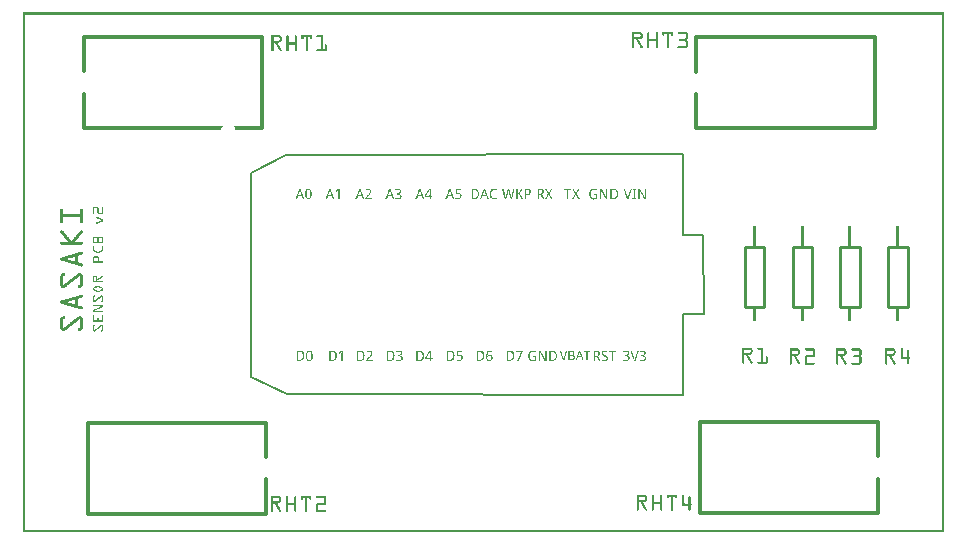
<source format=gto>
G04 MADE WITH FRITZING*
G04 WWW.FRITZING.ORG*
G04 DOUBLE SIDED*
G04 HOLES PLATED*
G04 CONTOUR ON CENTER OF CONTOUR VECTOR*
%ASAXBY*%
%FSLAX23Y23*%
%MOIN*%
%OFA0B0*%
%SFA1.0B1.0*%
%ADD10C,0.010000*%
%ADD11C,0.013889*%
%ADD12C,0.006945*%
%ADD13R,0.001000X0.001000*%
%LNSILK1*%
G90*
G70*
G54D10*
X2950Y952D02*
X2950Y752D01*
D02*
X2950Y752D02*
X2884Y752D01*
D02*
X2884Y752D02*
X2884Y952D01*
D02*
X2884Y952D02*
X2950Y952D01*
D02*
X2789Y952D02*
X2789Y752D01*
D02*
X2789Y752D02*
X2723Y752D01*
D02*
X2723Y752D02*
X2723Y952D01*
D02*
X2723Y952D02*
X2789Y952D01*
D02*
X2631Y952D02*
X2631Y752D01*
D02*
X2631Y752D02*
X2565Y752D01*
D02*
X2565Y752D02*
X2565Y952D01*
D02*
X2565Y952D02*
X2631Y952D01*
D02*
X2471Y952D02*
X2471Y752D01*
D02*
X2471Y752D02*
X2405Y752D01*
D02*
X2405Y752D02*
X2405Y952D01*
D02*
X2405Y952D02*
X2471Y952D01*
G54D11*
D02*
X797Y1347D02*
X797Y1650D01*
D02*
X797Y1650D02*
X202Y1650D01*
D02*
X202Y1347D02*
X202Y1461D01*
D02*
X202Y1537D02*
X202Y1650D01*
D02*
X810Y365D02*
X216Y365D01*
D02*
X216Y365D02*
X216Y62D01*
D02*
X216Y62D02*
X810Y62D01*
D02*
X810Y365D02*
X810Y252D01*
D02*
X810Y176D02*
X810Y62D01*
D02*
X2244Y1346D02*
X2838Y1346D01*
D02*
X2838Y1346D02*
X2838Y1649D01*
D02*
X2838Y1649D02*
X2244Y1649D01*
D02*
X2244Y1346D02*
X2244Y1460D01*
D02*
X2244Y1535D02*
X2244Y1649D01*
D02*
X2851Y366D02*
X2256Y366D01*
D02*
X2256Y366D02*
X2256Y63D01*
D02*
X2256Y63D02*
X2851Y63D01*
D02*
X2851Y366D02*
X2851Y253D01*
D02*
X2851Y177D02*
X2851Y63D01*
G54D12*
X2199Y1259D02*
X2199Y992D01*
X2267Y992D01*
X2268Y726D01*
X2199Y726D01*
X2199Y458D01*
X879Y459D01*
X759Y518D01*
X759Y1198D01*
X875Y1257D01*
X2199Y1259D01*
D02*
G54D13*
X0Y1732D02*
X3069Y1732D01*
X0Y1731D02*
X3069Y1731D01*
X0Y1730D02*
X3069Y1730D01*
X0Y1729D02*
X3069Y1729D01*
X0Y1728D02*
X3069Y1728D01*
X0Y1727D02*
X3069Y1727D01*
X0Y1726D02*
X3069Y1726D01*
X0Y1725D02*
X3069Y1725D01*
X0Y1724D02*
X7Y1724D01*
X3062Y1724D02*
X3069Y1724D01*
X0Y1723D02*
X7Y1723D01*
X3062Y1723D02*
X3069Y1723D01*
X0Y1722D02*
X7Y1722D01*
X3062Y1722D02*
X3069Y1722D01*
X0Y1721D02*
X7Y1721D01*
X3062Y1721D02*
X3069Y1721D01*
X0Y1720D02*
X7Y1720D01*
X3062Y1720D02*
X3069Y1720D01*
X0Y1719D02*
X7Y1719D01*
X3062Y1719D02*
X3069Y1719D01*
X0Y1718D02*
X7Y1718D01*
X3062Y1718D02*
X3069Y1718D01*
X0Y1717D02*
X7Y1717D01*
X3062Y1717D02*
X3069Y1717D01*
X0Y1716D02*
X7Y1716D01*
X3062Y1716D02*
X3069Y1716D01*
X0Y1715D02*
X7Y1715D01*
X3062Y1715D02*
X3069Y1715D01*
X0Y1714D02*
X7Y1714D01*
X3062Y1714D02*
X3069Y1714D01*
X0Y1713D02*
X7Y1713D01*
X3062Y1713D02*
X3069Y1713D01*
X0Y1712D02*
X7Y1712D01*
X3062Y1712D02*
X3069Y1712D01*
X0Y1711D02*
X7Y1711D01*
X3062Y1711D02*
X3069Y1711D01*
X0Y1710D02*
X7Y1710D01*
X3062Y1710D02*
X3069Y1710D01*
X0Y1709D02*
X7Y1709D01*
X3062Y1709D02*
X3069Y1709D01*
X0Y1708D02*
X7Y1708D01*
X3062Y1708D02*
X3069Y1708D01*
X0Y1707D02*
X7Y1707D01*
X3062Y1707D02*
X3069Y1707D01*
X0Y1706D02*
X7Y1706D01*
X3062Y1706D02*
X3069Y1706D01*
X0Y1705D02*
X7Y1705D01*
X3062Y1705D02*
X3069Y1705D01*
X0Y1704D02*
X7Y1704D01*
X3062Y1704D02*
X3069Y1704D01*
X0Y1703D02*
X7Y1703D01*
X3062Y1703D02*
X3069Y1703D01*
X0Y1702D02*
X7Y1702D01*
X3062Y1702D02*
X3069Y1702D01*
X0Y1701D02*
X7Y1701D01*
X3062Y1701D02*
X3069Y1701D01*
X0Y1700D02*
X7Y1700D01*
X3062Y1700D02*
X3069Y1700D01*
X0Y1699D02*
X7Y1699D01*
X3062Y1699D02*
X3069Y1699D01*
X0Y1698D02*
X7Y1698D01*
X3062Y1698D02*
X3069Y1698D01*
X0Y1697D02*
X7Y1697D01*
X3062Y1697D02*
X3069Y1697D01*
X0Y1696D02*
X7Y1696D01*
X3062Y1696D02*
X3069Y1696D01*
X0Y1695D02*
X7Y1695D01*
X3062Y1695D02*
X3069Y1695D01*
X0Y1694D02*
X7Y1694D01*
X3062Y1694D02*
X3069Y1694D01*
X0Y1693D02*
X7Y1693D01*
X3062Y1693D02*
X3069Y1693D01*
X0Y1692D02*
X7Y1692D01*
X3062Y1692D02*
X3069Y1692D01*
X0Y1691D02*
X7Y1691D01*
X3062Y1691D02*
X3069Y1691D01*
X0Y1690D02*
X7Y1690D01*
X3062Y1690D02*
X3069Y1690D01*
X0Y1689D02*
X7Y1689D01*
X3062Y1689D02*
X3069Y1689D01*
X0Y1688D02*
X7Y1688D01*
X3062Y1688D02*
X3069Y1688D01*
X0Y1687D02*
X7Y1687D01*
X3062Y1687D02*
X3069Y1687D01*
X0Y1686D02*
X7Y1686D01*
X3062Y1686D02*
X3069Y1686D01*
X0Y1685D02*
X7Y1685D01*
X3062Y1685D02*
X3069Y1685D01*
X0Y1684D02*
X7Y1684D01*
X3062Y1684D02*
X3069Y1684D01*
X0Y1683D02*
X7Y1683D01*
X3062Y1683D02*
X3069Y1683D01*
X0Y1682D02*
X7Y1682D01*
X3062Y1682D02*
X3069Y1682D01*
X0Y1681D02*
X7Y1681D01*
X3062Y1681D02*
X3069Y1681D01*
X0Y1680D02*
X7Y1680D01*
X3062Y1680D02*
X3069Y1680D01*
X0Y1679D02*
X7Y1679D01*
X3062Y1679D02*
X3069Y1679D01*
X0Y1678D02*
X7Y1678D01*
X3062Y1678D02*
X3069Y1678D01*
X0Y1677D02*
X7Y1677D01*
X3062Y1677D02*
X3069Y1677D01*
X0Y1676D02*
X7Y1676D01*
X3062Y1676D02*
X3069Y1676D01*
X0Y1675D02*
X7Y1675D01*
X3062Y1675D02*
X3069Y1675D01*
X0Y1674D02*
X7Y1674D01*
X3062Y1674D02*
X3069Y1674D01*
X0Y1673D02*
X7Y1673D01*
X3062Y1673D02*
X3069Y1673D01*
X0Y1672D02*
X7Y1672D01*
X3062Y1672D02*
X3069Y1672D01*
X0Y1671D02*
X7Y1671D01*
X3062Y1671D02*
X3069Y1671D01*
X0Y1670D02*
X7Y1670D01*
X3062Y1670D02*
X3069Y1670D01*
X0Y1669D02*
X7Y1669D01*
X3062Y1669D02*
X3069Y1669D01*
X0Y1668D02*
X7Y1668D01*
X3062Y1668D02*
X3069Y1668D01*
X0Y1667D02*
X7Y1667D01*
X2031Y1667D02*
X2057Y1667D01*
X2083Y1667D02*
X2085Y1667D01*
X2111Y1667D02*
X2112Y1667D01*
X2131Y1667D02*
X2165Y1667D01*
X2183Y1667D02*
X2209Y1667D01*
X3062Y1667D02*
X3069Y1667D01*
X0Y1666D02*
X7Y1666D01*
X2031Y1666D02*
X2059Y1666D01*
X2082Y1666D02*
X2086Y1666D01*
X2110Y1666D02*
X2114Y1666D01*
X2131Y1666D02*
X2165Y1666D01*
X2182Y1666D02*
X2212Y1666D01*
X3062Y1666D02*
X3069Y1666D01*
X0Y1665D02*
X7Y1665D01*
X2031Y1665D02*
X2061Y1665D01*
X2081Y1665D02*
X2087Y1665D01*
X2109Y1665D02*
X2114Y1665D01*
X2131Y1665D02*
X2165Y1665D01*
X2181Y1665D02*
X2213Y1665D01*
X3062Y1665D02*
X3069Y1665D01*
X0Y1664D02*
X7Y1664D01*
X2031Y1664D02*
X2062Y1664D01*
X2081Y1664D02*
X2087Y1664D01*
X2109Y1664D02*
X2115Y1664D01*
X2131Y1664D02*
X2165Y1664D01*
X2181Y1664D02*
X2213Y1664D01*
X3062Y1664D02*
X3069Y1664D01*
X0Y1663D02*
X7Y1663D01*
X2031Y1663D02*
X2063Y1663D01*
X2081Y1663D02*
X2087Y1663D01*
X2109Y1663D02*
X2115Y1663D01*
X2131Y1663D02*
X2165Y1663D01*
X2181Y1663D02*
X2214Y1663D01*
X3062Y1663D02*
X3069Y1663D01*
X0Y1662D02*
X7Y1662D01*
X2031Y1662D02*
X2063Y1662D01*
X2081Y1662D02*
X2087Y1662D01*
X2109Y1662D02*
X2115Y1662D01*
X2131Y1662D02*
X2165Y1662D01*
X2182Y1662D02*
X2214Y1662D01*
X3062Y1662D02*
X3069Y1662D01*
X0Y1661D02*
X7Y1661D01*
X2031Y1661D02*
X2064Y1661D01*
X2081Y1661D02*
X2087Y1661D01*
X2109Y1661D02*
X2115Y1661D01*
X2131Y1661D02*
X2165Y1661D01*
X2183Y1661D02*
X2215Y1661D01*
X3062Y1661D02*
X3069Y1661D01*
X0Y1660D02*
X7Y1660D01*
X2031Y1660D02*
X2037Y1660D01*
X2056Y1660D02*
X2064Y1660D01*
X2081Y1660D02*
X2087Y1660D01*
X2109Y1660D02*
X2115Y1660D01*
X2131Y1660D02*
X2137Y1660D01*
X2145Y1660D02*
X2151Y1660D01*
X2158Y1660D02*
X2165Y1660D01*
X2208Y1660D02*
X2215Y1660D01*
X3062Y1660D02*
X3069Y1660D01*
X0Y1659D02*
X7Y1659D01*
X2031Y1659D02*
X2037Y1659D01*
X2058Y1659D02*
X2064Y1659D01*
X2081Y1659D02*
X2087Y1659D01*
X2109Y1659D02*
X2115Y1659D01*
X2131Y1659D02*
X2137Y1659D01*
X2145Y1659D02*
X2151Y1659D01*
X2159Y1659D02*
X2165Y1659D01*
X2209Y1659D02*
X2215Y1659D01*
X3062Y1659D02*
X3069Y1659D01*
X0Y1658D02*
X7Y1658D01*
X2031Y1658D02*
X2037Y1658D01*
X2058Y1658D02*
X2065Y1658D01*
X2081Y1658D02*
X2087Y1658D01*
X2109Y1658D02*
X2115Y1658D01*
X2131Y1658D02*
X2137Y1658D01*
X2145Y1658D02*
X2151Y1658D01*
X2159Y1658D02*
X2165Y1658D01*
X2209Y1658D02*
X2215Y1658D01*
X3062Y1658D02*
X3069Y1658D01*
X0Y1657D02*
X7Y1657D01*
X2031Y1657D02*
X2037Y1657D01*
X2059Y1657D02*
X2065Y1657D01*
X2081Y1657D02*
X2087Y1657D01*
X2109Y1657D02*
X2115Y1657D01*
X2131Y1657D02*
X2137Y1657D01*
X2145Y1657D02*
X2151Y1657D01*
X2159Y1657D02*
X2164Y1657D01*
X2209Y1657D02*
X2215Y1657D01*
X3062Y1657D02*
X3069Y1657D01*
X0Y1656D02*
X7Y1656D01*
X828Y1656D02*
X854Y1656D01*
X880Y1656D02*
X882Y1656D01*
X907Y1656D02*
X909Y1656D01*
X928Y1656D02*
X961Y1656D01*
X980Y1656D02*
X998Y1656D01*
X2031Y1656D02*
X2037Y1656D01*
X2059Y1656D02*
X2065Y1656D01*
X2081Y1656D02*
X2087Y1656D01*
X2109Y1656D02*
X2115Y1656D01*
X2132Y1656D02*
X2136Y1656D01*
X2145Y1656D02*
X2151Y1656D01*
X2159Y1656D02*
X2164Y1656D01*
X2209Y1656D02*
X2215Y1656D01*
X3062Y1656D02*
X3069Y1656D01*
X0Y1655D02*
X7Y1655D01*
X828Y1655D02*
X856Y1655D01*
X879Y1655D02*
X883Y1655D01*
X906Y1655D02*
X911Y1655D01*
X928Y1655D02*
X961Y1655D01*
X979Y1655D02*
X998Y1655D01*
X2031Y1655D02*
X2037Y1655D01*
X2059Y1655D02*
X2065Y1655D01*
X2081Y1655D02*
X2087Y1655D01*
X2109Y1655D02*
X2115Y1655D01*
X2133Y1655D02*
X2135Y1655D01*
X2145Y1655D02*
X2151Y1655D01*
X2160Y1655D02*
X2163Y1655D01*
X2209Y1655D02*
X2215Y1655D01*
X3062Y1655D02*
X3069Y1655D01*
X0Y1654D02*
X7Y1654D01*
X828Y1654D02*
X857Y1654D01*
X878Y1654D02*
X884Y1654D01*
X906Y1654D02*
X911Y1654D01*
X928Y1654D02*
X961Y1654D01*
X978Y1654D02*
X998Y1654D01*
X2031Y1654D02*
X2037Y1654D01*
X2059Y1654D02*
X2065Y1654D01*
X2081Y1654D02*
X2087Y1654D01*
X2109Y1654D02*
X2115Y1654D01*
X2145Y1654D02*
X2151Y1654D01*
X2209Y1654D02*
X2215Y1654D01*
X3062Y1654D02*
X3069Y1654D01*
X0Y1653D02*
X7Y1653D01*
X828Y1653D02*
X859Y1653D01*
X878Y1653D02*
X884Y1653D01*
X905Y1653D02*
X911Y1653D01*
X928Y1653D02*
X961Y1653D01*
X978Y1653D02*
X998Y1653D01*
X2031Y1653D02*
X2037Y1653D01*
X2059Y1653D02*
X2065Y1653D01*
X2081Y1653D02*
X2087Y1653D01*
X2109Y1653D02*
X2115Y1653D01*
X2145Y1653D02*
X2151Y1653D01*
X2209Y1653D02*
X2215Y1653D01*
X3062Y1653D02*
X3069Y1653D01*
X0Y1652D02*
X7Y1652D01*
X828Y1652D02*
X859Y1652D01*
X878Y1652D02*
X884Y1652D01*
X905Y1652D02*
X911Y1652D01*
X928Y1652D02*
X961Y1652D01*
X978Y1652D02*
X998Y1652D01*
X2031Y1652D02*
X2037Y1652D01*
X2058Y1652D02*
X2065Y1652D01*
X2081Y1652D02*
X2087Y1652D01*
X2109Y1652D02*
X2115Y1652D01*
X2145Y1652D02*
X2151Y1652D01*
X2209Y1652D02*
X2215Y1652D01*
X3062Y1652D02*
X3069Y1652D01*
X0Y1651D02*
X7Y1651D01*
X828Y1651D02*
X860Y1651D01*
X878Y1651D02*
X884Y1651D01*
X905Y1651D02*
X911Y1651D01*
X928Y1651D02*
X961Y1651D01*
X978Y1651D02*
X998Y1651D01*
X2031Y1651D02*
X2037Y1651D01*
X2058Y1651D02*
X2064Y1651D01*
X2081Y1651D02*
X2087Y1651D01*
X2109Y1651D02*
X2115Y1651D01*
X2145Y1651D02*
X2151Y1651D01*
X2209Y1651D02*
X2215Y1651D01*
X3062Y1651D02*
X3069Y1651D01*
X0Y1650D02*
X7Y1650D01*
X828Y1650D02*
X861Y1650D01*
X878Y1650D02*
X884Y1650D01*
X905Y1650D02*
X911Y1650D01*
X928Y1650D02*
X961Y1650D01*
X979Y1650D02*
X998Y1650D01*
X2031Y1650D02*
X2037Y1650D01*
X2057Y1650D02*
X2064Y1650D01*
X2081Y1650D02*
X2087Y1650D01*
X2109Y1650D02*
X2115Y1650D01*
X2145Y1650D02*
X2151Y1650D01*
X2209Y1650D02*
X2215Y1650D01*
X3062Y1650D02*
X3069Y1650D01*
X0Y1649D02*
X7Y1649D01*
X828Y1649D02*
X834Y1649D01*
X853Y1649D02*
X861Y1649D01*
X878Y1649D02*
X884Y1649D01*
X905Y1649D02*
X911Y1649D01*
X928Y1649D02*
X934Y1649D01*
X942Y1649D02*
X948Y1649D01*
X955Y1649D02*
X961Y1649D01*
X992Y1649D02*
X998Y1649D01*
X2031Y1649D02*
X2064Y1649D01*
X2081Y1649D02*
X2087Y1649D01*
X2109Y1649D02*
X2115Y1649D01*
X2145Y1649D02*
X2151Y1649D01*
X2209Y1649D02*
X2215Y1649D01*
X3062Y1649D02*
X3069Y1649D01*
X0Y1648D02*
X7Y1648D01*
X828Y1648D02*
X834Y1648D01*
X855Y1648D02*
X861Y1648D01*
X878Y1648D02*
X884Y1648D01*
X905Y1648D02*
X911Y1648D01*
X928Y1648D02*
X934Y1648D01*
X942Y1648D02*
X948Y1648D01*
X955Y1648D02*
X961Y1648D01*
X992Y1648D02*
X998Y1648D01*
X2031Y1648D02*
X2063Y1648D01*
X2081Y1648D02*
X2087Y1648D01*
X2109Y1648D02*
X2115Y1648D01*
X2145Y1648D02*
X2151Y1648D01*
X2209Y1648D02*
X2215Y1648D01*
X3062Y1648D02*
X3069Y1648D01*
X0Y1647D02*
X7Y1647D01*
X828Y1647D02*
X834Y1647D01*
X855Y1647D02*
X861Y1647D01*
X878Y1647D02*
X884Y1647D01*
X905Y1647D02*
X911Y1647D01*
X928Y1647D02*
X934Y1647D01*
X942Y1647D02*
X948Y1647D01*
X955Y1647D02*
X961Y1647D01*
X992Y1647D02*
X998Y1647D01*
X2031Y1647D02*
X2063Y1647D01*
X2081Y1647D02*
X2087Y1647D01*
X2109Y1647D02*
X2115Y1647D01*
X2145Y1647D02*
X2151Y1647D01*
X2209Y1647D02*
X2215Y1647D01*
X3062Y1647D02*
X3069Y1647D01*
X0Y1646D02*
X7Y1646D01*
X828Y1646D02*
X834Y1646D01*
X855Y1646D02*
X861Y1646D01*
X878Y1646D02*
X884Y1646D01*
X905Y1646D02*
X911Y1646D01*
X928Y1646D02*
X934Y1646D01*
X942Y1646D02*
X948Y1646D01*
X956Y1646D02*
X961Y1646D01*
X992Y1646D02*
X998Y1646D01*
X2031Y1646D02*
X2062Y1646D01*
X2081Y1646D02*
X2087Y1646D01*
X2109Y1646D02*
X2115Y1646D01*
X2145Y1646D02*
X2151Y1646D01*
X2208Y1646D02*
X2215Y1646D01*
X3062Y1646D02*
X3069Y1646D01*
X0Y1645D02*
X7Y1645D01*
X828Y1645D02*
X834Y1645D01*
X855Y1645D02*
X861Y1645D01*
X878Y1645D02*
X884Y1645D01*
X905Y1645D02*
X911Y1645D01*
X929Y1645D02*
X933Y1645D01*
X942Y1645D02*
X948Y1645D01*
X956Y1645D02*
X961Y1645D01*
X992Y1645D02*
X998Y1645D01*
X2031Y1645D02*
X2061Y1645D01*
X2081Y1645D02*
X2087Y1645D01*
X2109Y1645D02*
X2115Y1645D01*
X2145Y1645D02*
X2151Y1645D01*
X2208Y1645D02*
X2214Y1645D01*
X3062Y1645D02*
X3069Y1645D01*
X0Y1644D02*
X7Y1644D01*
X828Y1644D02*
X834Y1644D01*
X855Y1644D02*
X861Y1644D01*
X878Y1644D02*
X884Y1644D01*
X905Y1644D02*
X911Y1644D01*
X930Y1644D02*
X932Y1644D01*
X942Y1644D02*
X948Y1644D01*
X957Y1644D02*
X960Y1644D01*
X992Y1644D02*
X998Y1644D01*
X2031Y1644D02*
X2059Y1644D01*
X2081Y1644D02*
X2087Y1644D01*
X2108Y1644D02*
X2115Y1644D01*
X2145Y1644D02*
X2151Y1644D01*
X2206Y1644D02*
X2214Y1644D01*
X3062Y1644D02*
X3069Y1644D01*
X0Y1643D02*
X7Y1643D01*
X828Y1643D02*
X834Y1643D01*
X855Y1643D02*
X861Y1643D01*
X878Y1643D02*
X884Y1643D01*
X905Y1643D02*
X911Y1643D01*
X942Y1643D02*
X948Y1643D01*
X992Y1643D02*
X998Y1643D01*
X2031Y1643D02*
X2057Y1643D01*
X2081Y1643D02*
X2115Y1643D01*
X2145Y1643D02*
X2151Y1643D01*
X2189Y1643D02*
X2214Y1643D01*
X3062Y1643D02*
X3069Y1643D01*
X0Y1642D02*
X7Y1642D01*
X828Y1642D02*
X834Y1642D01*
X855Y1642D02*
X861Y1642D01*
X878Y1642D02*
X884Y1642D01*
X905Y1642D02*
X911Y1642D01*
X942Y1642D02*
X948Y1642D01*
X992Y1642D02*
X998Y1642D01*
X2031Y1642D02*
X2037Y1642D01*
X2043Y1642D02*
X2050Y1642D01*
X2081Y1642D02*
X2115Y1642D01*
X2145Y1642D02*
X2151Y1642D01*
X2188Y1642D02*
X2213Y1642D01*
X3062Y1642D02*
X3069Y1642D01*
X0Y1641D02*
X7Y1641D01*
X828Y1641D02*
X834Y1641D01*
X855Y1641D02*
X861Y1641D01*
X878Y1641D02*
X884Y1641D01*
X905Y1641D02*
X911Y1641D01*
X942Y1641D02*
X948Y1641D01*
X992Y1641D02*
X998Y1641D01*
X2031Y1641D02*
X2037Y1641D01*
X2044Y1641D02*
X2051Y1641D01*
X2081Y1641D02*
X2115Y1641D01*
X2145Y1641D02*
X2151Y1641D01*
X2188Y1641D02*
X2212Y1641D01*
X3062Y1641D02*
X3069Y1641D01*
X0Y1640D02*
X7Y1640D01*
X828Y1640D02*
X834Y1640D01*
X854Y1640D02*
X861Y1640D01*
X878Y1640D02*
X884Y1640D01*
X905Y1640D02*
X911Y1640D01*
X942Y1640D02*
X948Y1640D01*
X992Y1640D02*
X998Y1640D01*
X2031Y1640D02*
X2037Y1640D01*
X2044Y1640D02*
X2052Y1640D01*
X2081Y1640D02*
X2115Y1640D01*
X2145Y1640D02*
X2151Y1640D01*
X2188Y1640D02*
X2212Y1640D01*
X3062Y1640D02*
X3069Y1640D01*
X0Y1639D02*
X7Y1639D01*
X828Y1639D02*
X834Y1639D01*
X853Y1639D02*
X861Y1639D01*
X878Y1639D02*
X884Y1639D01*
X905Y1639D02*
X911Y1639D01*
X942Y1639D02*
X948Y1639D01*
X992Y1639D02*
X998Y1639D01*
X2031Y1639D02*
X2037Y1639D01*
X2045Y1639D02*
X2052Y1639D01*
X2081Y1639D02*
X2115Y1639D01*
X2145Y1639D02*
X2151Y1639D01*
X2188Y1639D02*
X2213Y1639D01*
X3062Y1639D02*
X3069Y1639D01*
X0Y1638D02*
X7Y1638D01*
X828Y1638D02*
X861Y1638D01*
X878Y1638D02*
X884Y1638D01*
X905Y1638D02*
X911Y1638D01*
X942Y1638D02*
X948Y1638D01*
X992Y1638D02*
X998Y1638D01*
X2031Y1638D02*
X2037Y1638D01*
X2046Y1638D02*
X2053Y1638D01*
X2081Y1638D02*
X2115Y1638D01*
X2145Y1638D02*
X2151Y1638D01*
X2189Y1638D02*
X2213Y1638D01*
X3062Y1638D02*
X3069Y1638D01*
X0Y1637D02*
X7Y1637D01*
X828Y1637D02*
X860Y1637D01*
X878Y1637D02*
X884Y1637D01*
X905Y1637D02*
X911Y1637D01*
X942Y1637D02*
X948Y1637D01*
X992Y1637D02*
X998Y1637D01*
X2031Y1637D02*
X2037Y1637D01*
X2046Y1637D02*
X2053Y1637D01*
X2081Y1637D02*
X2115Y1637D01*
X2145Y1637D02*
X2151Y1637D01*
X2190Y1637D02*
X2214Y1637D01*
X3062Y1637D02*
X3069Y1637D01*
X0Y1636D02*
X7Y1636D01*
X828Y1636D02*
X859Y1636D01*
X878Y1636D02*
X884Y1636D01*
X905Y1636D02*
X911Y1636D01*
X942Y1636D02*
X948Y1636D01*
X992Y1636D02*
X998Y1636D01*
X2031Y1636D02*
X2037Y1636D01*
X2047Y1636D02*
X2054Y1636D01*
X2081Y1636D02*
X2087Y1636D01*
X2109Y1636D02*
X2115Y1636D01*
X2145Y1636D02*
X2151Y1636D01*
X2207Y1636D02*
X2214Y1636D01*
X3062Y1636D02*
X3069Y1636D01*
X0Y1635D02*
X7Y1635D01*
X828Y1635D02*
X858Y1635D01*
X878Y1635D02*
X884Y1635D01*
X905Y1635D02*
X911Y1635D01*
X942Y1635D02*
X948Y1635D01*
X992Y1635D02*
X998Y1635D01*
X2031Y1635D02*
X2037Y1635D01*
X2047Y1635D02*
X2055Y1635D01*
X2081Y1635D02*
X2087Y1635D01*
X2109Y1635D02*
X2115Y1635D01*
X2145Y1635D02*
X2151Y1635D01*
X2208Y1635D02*
X2214Y1635D01*
X3062Y1635D02*
X3069Y1635D01*
X0Y1634D02*
X7Y1634D01*
X828Y1634D02*
X857Y1634D01*
X878Y1634D02*
X884Y1634D01*
X905Y1634D02*
X911Y1634D01*
X942Y1634D02*
X948Y1634D01*
X992Y1634D02*
X998Y1634D01*
X2031Y1634D02*
X2037Y1634D01*
X2048Y1634D02*
X2055Y1634D01*
X2081Y1634D02*
X2087Y1634D01*
X2109Y1634D02*
X2115Y1634D01*
X2145Y1634D02*
X2151Y1634D01*
X2208Y1634D02*
X2215Y1634D01*
X3062Y1634D02*
X3069Y1634D01*
X0Y1633D02*
X7Y1633D01*
X828Y1633D02*
X856Y1633D01*
X878Y1633D02*
X884Y1633D01*
X905Y1633D02*
X911Y1633D01*
X942Y1633D02*
X948Y1633D01*
X992Y1633D02*
X998Y1633D01*
X2031Y1633D02*
X2037Y1633D01*
X2048Y1633D02*
X2056Y1633D01*
X2081Y1633D02*
X2087Y1633D01*
X2109Y1633D02*
X2115Y1633D01*
X2145Y1633D02*
X2151Y1633D01*
X2209Y1633D02*
X2215Y1633D01*
X3062Y1633D02*
X3069Y1633D01*
X0Y1632D02*
X7Y1632D01*
X828Y1632D02*
X853Y1632D01*
X878Y1632D02*
X911Y1632D01*
X942Y1632D02*
X948Y1632D01*
X992Y1632D02*
X998Y1632D01*
X2031Y1632D02*
X2037Y1632D01*
X2049Y1632D02*
X2056Y1632D01*
X2081Y1632D02*
X2087Y1632D01*
X2109Y1632D02*
X2115Y1632D01*
X2145Y1632D02*
X2151Y1632D01*
X2209Y1632D02*
X2215Y1632D01*
X3062Y1632D02*
X3069Y1632D01*
X0Y1631D02*
X7Y1631D01*
X828Y1631D02*
X834Y1631D01*
X840Y1631D02*
X847Y1631D01*
X878Y1631D02*
X911Y1631D01*
X942Y1631D02*
X948Y1631D01*
X992Y1631D02*
X998Y1631D01*
X2031Y1631D02*
X2037Y1631D01*
X2050Y1631D02*
X2057Y1631D01*
X2081Y1631D02*
X2087Y1631D01*
X2109Y1631D02*
X2115Y1631D01*
X2145Y1631D02*
X2151Y1631D01*
X2209Y1631D02*
X2215Y1631D01*
X3062Y1631D02*
X3069Y1631D01*
X0Y1630D02*
X7Y1630D01*
X828Y1630D02*
X834Y1630D01*
X841Y1630D02*
X848Y1630D01*
X878Y1630D02*
X911Y1630D01*
X942Y1630D02*
X948Y1630D01*
X992Y1630D02*
X998Y1630D01*
X2031Y1630D02*
X2037Y1630D01*
X2050Y1630D02*
X2057Y1630D01*
X2081Y1630D02*
X2087Y1630D01*
X2109Y1630D02*
X2115Y1630D01*
X2145Y1630D02*
X2151Y1630D01*
X2209Y1630D02*
X2215Y1630D01*
X3062Y1630D02*
X3069Y1630D01*
X0Y1629D02*
X7Y1629D01*
X828Y1629D02*
X834Y1629D01*
X841Y1629D02*
X848Y1629D01*
X878Y1629D02*
X911Y1629D01*
X942Y1629D02*
X948Y1629D01*
X992Y1629D02*
X998Y1629D01*
X2031Y1629D02*
X2037Y1629D01*
X2051Y1629D02*
X2058Y1629D01*
X2081Y1629D02*
X2087Y1629D01*
X2109Y1629D02*
X2115Y1629D01*
X2145Y1629D02*
X2151Y1629D01*
X2209Y1629D02*
X2215Y1629D01*
X3062Y1629D02*
X3069Y1629D01*
X0Y1628D02*
X7Y1628D01*
X828Y1628D02*
X834Y1628D01*
X842Y1628D02*
X849Y1628D01*
X878Y1628D02*
X911Y1628D01*
X942Y1628D02*
X948Y1628D01*
X992Y1628D02*
X998Y1628D01*
X2031Y1628D02*
X2037Y1628D01*
X2051Y1628D02*
X2059Y1628D01*
X2081Y1628D02*
X2087Y1628D01*
X2109Y1628D02*
X2115Y1628D01*
X2145Y1628D02*
X2151Y1628D01*
X2209Y1628D02*
X2215Y1628D01*
X3062Y1628D02*
X3069Y1628D01*
X0Y1627D02*
X7Y1627D01*
X828Y1627D02*
X834Y1627D01*
X842Y1627D02*
X850Y1627D01*
X878Y1627D02*
X911Y1627D01*
X942Y1627D02*
X948Y1627D01*
X992Y1627D02*
X998Y1627D01*
X2031Y1627D02*
X2037Y1627D01*
X2052Y1627D02*
X2059Y1627D01*
X2081Y1627D02*
X2087Y1627D01*
X2109Y1627D02*
X2115Y1627D01*
X2145Y1627D02*
X2151Y1627D01*
X2209Y1627D02*
X2215Y1627D01*
X3062Y1627D02*
X3069Y1627D01*
X0Y1626D02*
X7Y1626D01*
X828Y1626D02*
X834Y1626D01*
X843Y1626D02*
X850Y1626D01*
X878Y1626D02*
X911Y1626D01*
X942Y1626D02*
X948Y1626D01*
X992Y1626D02*
X998Y1626D01*
X1007Y1626D02*
X1010Y1626D01*
X2031Y1626D02*
X2037Y1626D01*
X2053Y1626D02*
X2060Y1626D01*
X2081Y1626D02*
X2087Y1626D01*
X2109Y1626D02*
X2115Y1626D01*
X2145Y1626D02*
X2151Y1626D01*
X2209Y1626D02*
X2215Y1626D01*
X3062Y1626D02*
X3069Y1626D01*
X0Y1625D02*
X7Y1625D01*
X828Y1625D02*
X834Y1625D01*
X844Y1625D02*
X851Y1625D01*
X878Y1625D02*
X884Y1625D01*
X905Y1625D02*
X911Y1625D01*
X942Y1625D02*
X948Y1625D01*
X992Y1625D02*
X998Y1625D01*
X1006Y1625D02*
X1011Y1625D01*
X2031Y1625D02*
X2037Y1625D01*
X2053Y1625D02*
X2060Y1625D01*
X2081Y1625D02*
X2087Y1625D01*
X2109Y1625D02*
X2115Y1625D01*
X2145Y1625D02*
X2151Y1625D01*
X2209Y1625D02*
X2215Y1625D01*
X3062Y1625D02*
X3069Y1625D01*
X0Y1624D02*
X7Y1624D01*
X828Y1624D02*
X834Y1624D01*
X844Y1624D02*
X851Y1624D01*
X878Y1624D02*
X884Y1624D01*
X905Y1624D02*
X911Y1624D01*
X942Y1624D02*
X948Y1624D01*
X992Y1624D02*
X998Y1624D01*
X1005Y1624D02*
X1011Y1624D01*
X2031Y1624D02*
X2037Y1624D01*
X2054Y1624D02*
X2061Y1624D01*
X2081Y1624D02*
X2087Y1624D01*
X2109Y1624D02*
X2115Y1624D01*
X2145Y1624D02*
X2151Y1624D01*
X2209Y1624D02*
X2215Y1624D01*
X3062Y1624D02*
X3069Y1624D01*
X0Y1623D02*
X7Y1623D01*
X828Y1623D02*
X834Y1623D01*
X845Y1623D02*
X852Y1623D01*
X878Y1623D02*
X884Y1623D01*
X905Y1623D02*
X911Y1623D01*
X942Y1623D02*
X948Y1623D01*
X992Y1623D02*
X998Y1623D01*
X1005Y1623D02*
X1011Y1623D01*
X2031Y1623D02*
X2037Y1623D01*
X2054Y1623D02*
X2062Y1623D01*
X2081Y1623D02*
X2087Y1623D01*
X2109Y1623D02*
X2115Y1623D01*
X2145Y1623D02*
X2151Y1623D01*
X2209Y1623D02*
X2215Y1623D01*
X3062Y1623D02*
X3069Y1623D01*
X0Y1622D02*
X7Y1622D01*
X828Y1622D02*
X834Y1622D01*
X845Y1622D02*
X853Y1622D01*
X878Y1622D02*
X884Y1622D01*
X905Y1622D02*
X911Y1622D01*
X942Y1622D02*
X948Y1622D01*
X992Y1622D02*
X998Y1622D01*
X1005Y1622D02*
X1011Y1622D01*
X2031Y1622D02*
X2037Y1622D01*
X2055Y1622D02*
X2062Y1622D01*
X2081Y1622D02*
X2087Y1622D01*
X2109Y1622D02*
X2115Y1622D01*
X2145Y1622D02*
X2151Y1622D01*
X2209Y1622D02*
X2215Y1622D01*
X3062Y1622D02*
X3069Y1622D01*
X0Y1621D02*
X7Y1621D01*
X828Y1621D02*
X834Y1621D01*
X846Y1621D02*
X853Y1621D01*
X878Y1621D02*
X884Y1621D01*
X905Y1621D02*
X911Y1621D01*
X942Y1621D02*
X948Y1621D01*
X992Y1621D02*
X998Y1621D01*
X1005Y1621D02*
X1011Y1621D01*
X2031Y1621D02*
X2037Y1621D01*
X2055Y1621D02*
X2063Y1621D01*
X2081Y1621D02*
X2087Y1621D01*
X2109Y1621D02*
X2115Y1621D01*
X2145Y1621D02*
X2151Y1621D01*
X2209Y1621D02*
X2215Y1621D01*
X3062Y1621D02*
X3069Y1621D01*
X0Y1620D02*
X7Y1620D01*
X828Y1620D02*
X834Y1620D01*
X846Y1620D02*
X854Y1620D01*
X878Y1620D02*
X884Y1620D01*
X905Y1620D02*
X911Y1620D01*
X942Y1620D02*
X948Y1620D01*
X992Y1620D02*
X998Y1620D01*
X1005Y1620D02*
X1011Y1620D01*
X2031Y1620D02*
X2037Y1620D01*
X2056Y1620D02*
X2063Y1620D01*
X2081Y1620D02*
X2087Y1620D01*
X2109Y1620D02*
X2115Y1620D01*
X2145Y1620D02*
X2151Y1620D01*
X2184Y1620D02*
X2215Y1620D01*
X3062Y1620D02*
X3069Y1620D01*
X0Y1619D02*
X7Y1619D01*
X828Y1619D02*
X834Y1619D01*
X847Y1619D02*
X854Y1619D01*
X878Y1619D02*
X884Y1619D01*
X905Y1619D02*
X911Y1619D01*
X942Y1619D02*
X948Y1619D01*
X992Y1619D02*
X998Y1619D01*
X1005Y1619D02*
X1011Y1619D01*
X2031Y1619D02*
X2037Y1619D01*
X2057Y1619D02*
X2064Y1619D01*
X2081Y1619D02*
X2087Y1619D01*
X2109Y1619D02*
X2115Y1619D01*
X2145Y1619D02*
X2151Y1619D01*
X2182Y1619D02*
X2215Y1619D01*
X3062Y1619D02*
X3069Y1619D01*
X0Y1618D02*
X7Y1618D01*
X828Y1618D02*
X834Y1618D01*
X848Y1618D02*
X855Y1618D01*
X878Y1618D02*
X884Y1618D01*
X905Y1618D02*
X911Y1618D01*
X942Y1618D02*
X948Y1618D01*
X992Y1618D02*
X998Y1618D01*
X1005Y1618D02*
X1011Y1618D01*
X2031Y1618D02*
X2037Y1618D01*
X2057Y1618D02*
X2064Y1618D01*
X2081Y1618D02*
X2087Y1618D01*
X2109Y1618D02*
X2115Y1618D01*
X2145Y1618D02*
X2151Y1618D01*
X2181Y1618D02*
X2214Y1618D01*
X3062Y1618D02*
X3069Y1618D01*
X0Y1617D02*
X7Y1617D01*
X828Y1617D02*
X834Y1617D01*
X848Y1617D02*
X855Y1617D01*
X878Y1617D02*
X884Y1617D01*
X905Y1617D02*
X911Y1617D01*
X942Y1617D02*
X948Y1617D01*
X992Y1617D02*
X998Y1617D01*
X1005Y1617D02*
X1011Y1617D01*
X2031Y1617D02*
X2037Y1617D01*
X2058Y1617D02*
X2065Y1617D01*
X2081Y1617D02*
X2087Y1617D01*
X2109Y1617D02*
X2115Y1617D01*
X2145Y1617D02*
X2151Y1617D01*
X2181Y1617D02*
X2214Y1617D01*
X3062Y1617D02*
X3069Y1617D01*
X0Y1616D02*
X7Y1616D01*
X828Y1616D02*
X834Y1616D01*
X849Y1616D02*
X856Y1616D01*
X878Y1616D02*
X884Y1616D01*
X905Y1616D02*
X911Y1616D01*
X942Y1616D02*
X948Y1616D01*
X992Y1616D02*
X998Y1616D01*
X1005Y1616D02*
X1011Y1616D01*
X2031Y1616D02*
X2037Y1616D01*
X2058Y1616D02*
X2065Y1616D01*
X2081Y1616D02*
X2087Y1616D01*
X2109Y1616D02*
X2115Y1616D01*
X2145Y1616D02*
X2151Y1616D01*
X2181Y1616D02*
X2213Y1616D01*
X3062Y1616D02*
X3069Y1616D01*
X0Y1615D02*
X7Y1615D01*
X828Y1615D02*
X834Y1615D01*
X849Y1615D02*
X857Y1615D01*
X878Y1615D02*
X884Y1615D01*
X905Y1615D02*
X911Y1615D01*
X942Y1615D02*
X948Y1615D01*
X992Y1615D02*
X998Y1615D01*
X1005Y1615D02*
X1011Y1615D01*
X2032Y1615D02*
X2037Y1615D01*
X2059Y1615D02*
X2064Y1615D01*
X2082Y1615D02*
X2087Y1615D01*
X2109Y1615D02*
X2114Y1615D01*
X2145Y1615D02*
X2150Y1615D01*
X2182Y1615D02*
X2212Y1615D01*
X3062Y1615D02*
X3069Y1615D01*
X0Y1614D02*
X7Y1614D01*
X828Y1614D02*
X834Y1614D01*
X850Y1614D02*
X857Y1614D01*
X878Y1614D02*
X884Y1614D01*
X905Y1614D02*
X911Y1614D01*
X942Y1614D02*
X948Y1614D01*
X992Y1614D02*
X998Y1614D01*
X1005Y1614D02*
X1011Y1614D01*
X2032Y1614D02*
X2036Y1614D01*
X2060Y1614D02*
X2063Y1614D01*
X2082Y1614D02*
X2086Y1614D01*
X2110Y1614D02*
X2113Y1614D01*
X2146Y1614D02*
X2150Y1614D01*
X2182Y1614D02*
X2211Y1614D01*
X3062Y1614D02*
X3069Y1614D01*
X0Y1613D02*
X7Y1613D01*
X828Y1613D02*
X834Y1613D01*
X851Y1613D02*
X858Y1613D01*
X878Y1613D02*
X884Y1613D01*
X905Y1613D02*
X911Y1613D01*
X942Y1613D02*
X948Y1613D01*
X992Y1613D02*
X998Y1613D01*
X1005Y1613D02*
X1011Y1613D01*
X3062Y1613D02*
X3069Y1613D01*
X0Y1612D02*
X7Y1612D01*
X828Y1612D02*
X834Y1612D01*
X851Y1612D02*
X858Y1612D01*
X878Y1612D02*
X884Y1612D01*
X905Y1612D02*
X911Y1612D01*
X942Y1612D02*
X948Y1612D01*
X992Y1612D02*
X998Y1612D01*
X1005Y1612D02*
X1011Y1612D01*
X3062Y1612D02*
X3069Y1612D01*
X0Y1611D02*
X7Y1611D01*
X828Y1611D02*
X834Y1611D01*
X852Y1611D02*
X859Y1611D01*
X878Y1611D02*
X884Y1611D01*
X905Y1611D02*
X911Y1611D01*
X942Y1611D02*
X948Y1611D01*
X992Y1611D02*
X998Y1611D01*
X1005Y1611D02*
X1011Y1611D01*
X3062Y1611D02*
X3069Y1611D01*
X0Y1610D02*
X7Y1610D01*
X828Y1610D02*
X834Y1610D01*
X852Y1610D02*
X860Y1610D01*
X878Y1610D02*
X884Y1610D01*
X905Y1610D02*
X911Y1610D01*
X942Y1610D02*
X948Y1610D01*
X992Y1610D02*
X998Y1610D01*
X1005Y1610D02*
X1011Y1610D01*
X3062Y1610D02*
X3069Y1610D01*
X0Y1609D02*
X7Y1609D01*
X828Y1609D02*
X834Y1609D01*
X853Y1609D02*
X860Y1609D01*
X878Y1609D02*
X884Y1609D01*
X905Y1609D02*
X911Y1609D01*
X942Y1609D02*
X948Y1609D01*
X980Y1609D02*
X1011Y1609D01*
X3062Y1609D02*
X3069Y1609D01*
X0Y1608D02*
X7Y1608D01*
X828Y1608D02*
X834Y1608D01*
X853Y1608D02*
X861Y1608D01*
X878Y1608D02*
X884Y1608D01*
X905Y1608D02*
X911Y1608D01*
X942Y1608D02*
X948Y1608D01*
X979Y1608D02*
X1011Y1608D01*
X3062Y1608D02*
X3069Y1608D01*
X0Y1607D02*
X7Y1607D01*
X828Y1607D02*
X834Y1607D01*
X854Y1607D02*
X861Y1607D01*
X878Y1607D02*
X884Y1607D01*
X905Y1607D02*
X911Y1607D01*
X942Y1607D02*
X948Y1607D01*
X978Y1607D02*
X1011Y1607D01*
X3062Y1607D02*
X3069Y1607D01*
X0Y1606D02*
X7Y1606D01*
X828Y1606D02*
X834Y1606D01*
X855Y1606D02*
X861Y1606D01*
X878Y1606D02*
X884Y1606D01*
X905Y1606D02*
X911Y1606D01*
X942Y1606D02*
X948Y1606D01*
X978Y1606D02*
X1011Y1606D01*
X3062Y1606D02*
X3069Y1606D01*
X0Y1605D02*
X7Y1605D01*
X828Y1605D02*
X834Y1605D01*
X855Y1605D02*
X861Y1605D01*
X878Y1605D02*
X884Y1605D01*
X906Y1605D02*
X911Y1605D01*
X942Y1605D02*
X947Y1605D01*
X978Y1605D02*
X1011Y1605D01*
X3062Y1605D02*
X3069Y1605D01*
X0Y1604D02*
X7Y1604D01*
X828Y1604D02*
X833Y1604D01*
X856Y1604D02*
X861Y1604D01*
X878Y1604D02*
X883Y1604D01*
X906Y1604D02*
X911Y1604D01*
X942Y1604D02*
X947Y1604D01*
X978Y1604D02*
X1011Y1604D01*
X3062Y1604D02*
X3069Y1604D01*
X0Y1603D02*
X7Y1603D01*
X829Y1603D02*
X832Y1603D01*
X857Y1603D02*
X860Y1603D01*
X879Y1603D02*
X882Y1603D01*
X907Y1603D02*
X910Y1603D01*
X943Y1603D02*
X946Y1603D01*
X979Y1603D02*
X1010Y1603D01*
X3062Y1603D02*
X3069Y1603D01*
X0Y1602D02*
X7Y1602D01*
X3062Y1602D02*
X3069Y1602D01*
X0Y1601D02*
X7Y1601D01*
X3062Y1601D02*
X3069Y1601D01*
X0Y1600D02*
X7Y1600D01*
X3062Y1600D02*
X3069Y1600D01*
X0Y1599D02*
X7Y1599D01*
X3062Y1599D02*
X3069Y1599D01*
X0Y1598D02*
X7Y1598D01*
X3062Y1598D02*
X3069Y1598D01*
X0Y1597D02*
X7Y1597D01*
X3062Y1597D02*
X3069Y1597D01*
X0Y1596D02*
X7Y1596D01*
X3062Y1596D02*
X3069Y1596D01*
X0Y1595D02*
X7Y1595D01*
X3062Y1595D02*
X3069Y1595D01*
X0Y1594D02*
X7Y1594D01*
X3062Y1594D02*
X3069Y1594D01*
X0Y1593D02*
X7Y1593D01*
X3062Y1593D02*
X3069Y1593D01*
X0Y1592D02*
X7Y1592D01*
X3062Y1592D02*
X3069Y1592D01*
X0Y1591D02*
X7Y1591D01*
X3062Y1591D02*
X3069Y1591D01*
X0Y1590D02*
X7Y1590D01*
X3062Y1590D02*
X3069Y1590D01*
X0Y1589D02*
X7Y1589D01*
X3062Y1589D02*
X3069Y1589D01*
X0Y1588D02*
X7Y1588D01*
X3062Y1588D02*
X3069Y1588D01*
X0Y1587D02*
X7Y1587D01*
X3062Y1587D02*
X3069Y1587D01*
X0Y1586D02*
X7Y1586D01*
X3062Y1586D02*
X3069Y1586D01*
X0Y1585D02*
X7Y1585D01*
X3062Y1585D02*
X3069Y1585D01*
X0Y1584D02*
X7Y1584D01*
X3062Y1584D02*
X3069Y1584D01*
X0Y1583D02*
X7Y1583D01*
X3062Y1583D02*
X3069Y1583D01*
X0Y1582D02*
X7Y1582D01*
X3062Y1582D02*
X3069Y1582D01*
X0Y1581D02*
X7Y1581D01*
X3062Y1581D02*
X3069Y1581D01*
X0Y1580D02*
X7Y1580D01*
X3062Y1580D02*
X3069Y1580D01*
X0Y1579D02*
X7Y1579D01*
X3062Y1579D02*
X3069Y1579D01*
X0Y1578D02*
X7Y1578D01*
X3062Y1578D02*
X3069Y1578D01*
X0Y1577D02*
X7Y1577D01*
X3062Y1577D02*
X3069Y1577D01*
X0Y1576D02*
X7Y1576D01*
X3062Y1576D02*
X3069Y1576D01*
X0Y1575D02*
X7Y1575D01*
X3062Y1575D02*
X3069Y1575D01*
X0Y1574D02*
X7Y1574D01*
X3062Y1574D02*
X3069Y1574D01*
X0Y1573D02*
X7Y1573D01*
X3062Y1573D02*
X3069Y1573D01*
X0Y1572D02*
X7Y1572D01*
X3062Y1572D02*
X3069Y1572D01*
X0Y1571D02*
X7Y1571D01*
X3062Y1571D02*
X3069Y1571D01*
X0Y1570D02*
X7Y1570D01*
X3062Y1570D02*
X3069Y1570D01*
X0Y1569D02*
X7Y1569D01*
X3062Y1569D02*
X3069Y1569D01*
X0Y1568D02*
X7Y1568D01*
X3062Y1568D02*
X3069Y1568D01*
X0Y1567D02*
X7Y1567D01*
X3062Y1567D02*
X3069Y1567D01*
X0Y1566D02*
X7Y1566D01*
X3062Y1566D02*
X3069Y1566D01*
X0Y1565D02*
X7Y1565D01*
X3062Y1565D02*
X3069Y1565D01*
X0Y1564D02*
X7Y1564D01*
X3062Y1564D02*
X3069Y1564D01*
X0Y1563D02*
X7Y1563D01*
X3062Y1563D02*
X3069Y1563D01*
X0Y1562D02*
X7Y1562D01*
X3062Y1562D02*
X3069Y1562D01*
X0Y1561D02*
X7Y1561D01*
X3062Y1561D02*
X3069Y1561D01*
X0Y1560D02*
X7Y1560D01*
X3062Y1560D02*
X3069Y1560D01*
X0Y1559D02*
X7Y1559D01*
X3062Y1559D02*
X3069Y1559D01*
X0Y1558D02*
X7Y1558D01*
X3062Y1558D02*
X3069Y1558D01*
X0Y1557D02*
X7Y1557D01*
X3062Y1557D02*
X3069Y1557D01*
X0Y1556D02*
X7Y1556D01*
X3062Y1556D02*
X3069Y1556D01*
X0Y1555D02*
X7Y1555D01*
X3062Y1555D02*
X3069Y1555D01*
X0Y1554D02*
X7Y1554D01*
X3062Y1554D02*
X3069Y1554D01*
X0Y1553D02*
X7Y1553D01*
X3062Y1553D02*
X3069Y1553D01*
X0Y1552D02*
X7Y1552D01*
X3062Y1552D02*
X3069Y1552D01*
X0Y1551D02*
X7Y1551D01*
X3062Y1551D02*
X3069Y1551D01*
X0Y1550D02*
X7Y1550D01*
X3062Y1550D02*
X3069Y1550D01*
X0Y1549D02*
X7Y1549D01*
X3062Y1549D02*
X3069Y1549D01*
X0Y1548D02*
X7Y1548D01*
X3062Y1548D02*
X3069Y1548D01*
X0Y1547D02*
X7Y1547D01*
X3062Y1547D02*
X3069Y1547D01*
X0Y1546D02*
X7Y1546D01*
X3062Y1546D02*
X3069Y1546D01*
X0Y1545D02*
X7Y1545D01*
X3062Y1545D02*
X3069Y1545D01*
X0Y1544D02*
X7Y1544D01*
X3062Y1544D02*
X3069Y1544D01*
X0Y1543D02*
X7Y1543D01*
X3062Y1543D02*
X3069Y1543D01*
X0Y1542D02*
X7Y1542D01*
X3062Y1542D02*
X3069Y1542D01*
X0Y1541D02*
X7Y1541D01*
X3062Y1541D02*
X3069Y1541D01*
X0Y1540D02*
X7Y1540D01*
X3062Y1540D02*
X3069Y1540D01*
X0Y1539D02*
X7Y1539D01*
X3062Y1539D02*
X3069Y1539D01*
X0Y1538D02*
X7Y1538D01*
X3062Y1538D02*
X3069Y1538D01*
X0Y1537D02*
X7Y1537D01*
X3062Y1537D02*
X3069Y1537D01*
X0Y1536D02*
X7Y1536D01*
X3062Y1536D02*
X3069Y1536D01*
X0Y1535D02*
X7Y1535D01*
X3062Y1535D02*
X3069Y1535D01*
X0Y1534D02*
X7Y1534D01*
X3062Y1534D02*
X3069Y1534D01*
X0Y1533D02*
X7Y1533D01*
X3062Y1533D02*
X3069Y1533D01*
X0Y1532D02*
X7Y1532D01*
X3062Y1532D02*
X3069Y1532D01*
X0Y1531D02*
X7Y1531D01*
X3062Y1531D02*
X3069Y1531D01*
X0Y1530D02*
X7Y1530D01*
X3062Y1530D02*
X3069Y1530D01*
X0Y1529D02*
X7Y1529D01*
X3062Y1529D02*
X3069Y1529D01*
X0Y1528D02*
X7Y1528D01*
X3062Y1528D02*
X3069Y1528D01*
X0Y1527D02*
X7Y1527D01*
X3062Y1527D02*
X3069Y1527D01*
X0Y1526D02*
X7Y1526D01*
X3062Y1526D02*
X3069Y1526D01*
X0Y1525D02*
X7Y1525D01*
X3062Y1525D02*
X3069Y1525D01*
X0Y1524D02*
X7Y1524D01*
X3062Y1524D02*
X3069Y1524D01*
X0Y1523D02*
X7Y1523D01*
X3062Y1523D02*
X3069Y1523D01*
X0Y1522D02*
X7Y1522D01*
X3062Y1522D02*
X3069Y1522D01*
X0Y1521D02*
X7Y1521D01*
X3062Y1521D02*
X3069Y1521D01*
X0Y1520D02*
X7Y1520D01*
X3062Y1520D02*
X3069Y1520D01*
X0Y1519D02*
X7Y1519D01*
X3062Y1519D02*
X3069Y1519D01*
X0Y1518D02*
X7Y1518D01*
X3062Y1518D02*
X3069Y1518D01*
X0Y1517D02*
X7Y1517D01*
X3062Y1517D02*
X3069Y1517D01*
X0Y1516D02*
X7Y1516D01*
X3062Y1516D02*
X3069Y1516D01*
X0Y1515D02*
X7Y1515D01*
X3062Y1515D02*
X3069Y1515D01*
X0Y1514D02*
X7Y1514D01*
X3062Y1514D02*
X3069Y1514D01*
X0Y1513D02*
X7Y1513D01*
X3062Y1513D02*
X3069Y1513D01*
X0Y1512D02*
X7Y1512D01*
X3062Y1512D02*
X3069Y1512D01*
X0Y1511D02*
X7Y1511D01*
X3062Y1511D02*
X3069Y1511D01*
X0Y1510D02*
X7Y1510D01*
X3062Y1510D02*
X3069Y1510D01*
X0Y1509D02*
X7Y1509D01*
X3062Y1509D02*
X3069Y1509D01*
X0Y1508D02*
X7Y1508D01*
X3062Y1508D02*
X3069Y1508D01*
X0Y1507D02*
X7Y1507D01*
X3062Y1507D02*
X3069Y1507D01*
X0Y1506D02*
X7Y1506D01*
X3062Y1506D02*
X3069Y1506D01*
X0Y1505D02*
X7Y1505D01*
X3062Y1505D02*
X3069Y1505D01*
X0Y1504D02*
X7Y1504D01*
X3062Y1504D02*
X3069Y1504D01*
X0Y1503D02*
X7Y1503D01*
X3062Y1503D02*
X3069Y1503D01*
X0Y1502D02*
X7Y1502D01*
X3062Y1502D02*
X3069Y1502D01*
X0Y1501D02*
X7Y1501D01*
X3062Y1501D02*
X3069Y1501D01*
X0Y1500D02*
X7Y1500D01*
X3062Y1500D02*
X3069Y1500D01*
X0Y1499D02*
X7Y1499D01*
X3062Y1499D02*
X3069Y1499D01*
X0Y1498D02*
X7Y1498D01*
X3062Y1498D02*
X3069Y1498D01*
X0Y1497D02*
X7Y1497D01*
X3062Y1497D02*
X3069Y1497D01*
X0Y1496D02*
X7Y1496D01*
X3062Y1496D02*
X3069Y1496D01*
X0Y1495D02*
X7Y1495D01*
X3062Y1495D02*
X3069Y1495D01*
X0Y1494D02*
X7Y1494D01*
X3062Y1494D02*
X3069Y1494D01*
X0Y1493D02*
X7Y1493D01*
X3062Y1493D02*
X3069Y1493D01*
X0Y1492D02*
X7Y1492D01*
X3062Y1492D02*
X3069Y1492D01*
X0Y1491D02*
X7Y1491D01*
X3062Y1491D02*
X3069Y1491D01*
X0Y1490D02*
X7Y1490D01*
X3062Y1490D02*
X3069Y1490D01*
X0Y1489D02*
X7Y1489D01*
X3062Y1489D02*
X3069Y1489D01*
X0Y1488D02*
X7Y1488D01*
X3062Y1488D02*
X3069Y1488D01*
X0Y1487D02*
X7Y1487D01*
X3062Y1487D02*
X3069Y1487D01*
X0Y1486D02*
X7Y1486D01*
X3062Y1486D02*
X3069Y1486D01*
X0Y1485D02*
X7Y1485D01*
X3062Y1485D02*
X3069Y1485D01*
X0Y1484D02*
X7Y1484D01*
X3062Y1484D02*
X3069Y1484D01*
X0Y1483D02*
X7Y1483D01*
X3062Y1483D02*
X3069Y1483D01*
X0Y1482D02*
X7Y1482D01*
X3062Y1482D02*
X3069Y1482D01*
X0Y1481D02*
X7Y1481D01*
X3062Y1481D02*
X3069Y1481D01*
X0Y1480D02*
X7Y1480D01*
X3062Y1480D02*
X3069Y1480D01*
X0Y1479D02*
X7Y1479D01*
X3062Y1479D02*
X3069Y1479D01*
X0Y1478D02*
X7Y1478D01*
X3062Y1478D02*
X3069Y1478D01*
X0Y1477D02*
X7Y1477D01*
X3062Y1477D02*
X3069Y1477D01*
X0Y1476D02*
X7Y1476D01*
X3062Y1476D02*
X3069Y1476D01*
X0Y1475D02*
X7Y1475D01*
X3062Y1475D02*
X3069Y1475D01*
X0Y1474D02*
X7Y1474D01*
X3062Y1474D02*
X3069Y1474D01*
X0Y1473D02*
X7Y1473D01*
X3062Y1473D02*
X3069Y1473D01*
X0Y1472D02*
X7Y1472D01*
X3062Y1472D02*
X3069Y1472D01*
X0Y1471D02*
X7Y1471D01*
X3062Y1471D02*
X3069Y1471D01*
X0Y1470D02*
X7Y1470D01*
X3062Y1470D02*
X3069Y1470D01*
X0Y1469D02*
X7Y1469D01*
X3062Y1469D02*
X3069Y1469D01*
X0Y1468D02*
X7Y1468D01*
X3062Y1468D02*
X3069Y1468D01*
X0Y1467D02*
X7Y1467D01*
X3062Y1467D02*
X3069Y1467D01*
X0Y1466D02*
X7Y1466D01*
X3062Y1466D02*
X3069Y1466D01*
X0Y1465D02*
X7Y1465D01*
X3062Y1465D02*
X3069Y1465D01*
X0Y1464D02*
X7Y1464D01*
X3062Y1464D02*
X3069Y1464D01*
X0Y1463D02*
X7Y1463D01*
X3062Y1463D02*
X3069Y1463D01*
X0Y1462D02*
X7Y1462D01*
X3062Y1462D02*
X3069Y1462D01*
X0Y1461D02*
X7Y1461D01*
X3062Y1461D02*
X3069Y1461D01*
X0Y1460D02*
X7Y1460D01*
X3062Y1460D02*
X3069Y1460D01*
X0Y1459D02*
X7Y1459D01*
X3062Y1459D02*
X3069Y1459D01*
X0Y1458D02*
X7Y1458D01*
X3062Y1458D02*
X3069Y1458D01*
X0Y1457D02*
X7Y1457D01*
X3062Y1457D02*
X3069Y1457D01*
X0Y1456D02*
X7Y1456D01*
X3062Y1456D02*
X3069Y1456D01*
X0Y1455D02*
X7Y1455D01*
X3062Y1455D02*
X3069Y1455D01*
X0Y1454D02*
X7Y1454D01*
X3062Y1454D02*
X3069Y1454D01*
X0Y1453D02*
X7Y1453D01*
X3062Y1453D02*
X3069Y1453D01*
X0Y1452D02*
X7Y1452D01*
X3062Y1452D02*
X3069Y1452D01*
X0Y1451D02*
X7Y1451D01*
X3062Y1451D02*
X3069Y1451D01*
X0Y1450D02*
X7Y1450D01*
X3062Y1450D02*
X3069Y1450D01*
X0Y1449D02*
X7Y1449D01*
X3062Y1449D02*
X3069Y1449D01*
X0Y1448D02*
X7Y1448D01*
X3062Y1448D02*
X3069Y1448D01*
X0Y1447D02*
X7Y1447D01*
X3062Y1447D02*
X3069Y1447D01*
X0Y1446D02*
X7Y1446D01*
X3062Y1446D02*
X3069Y1446D01*
X0Y1445D02*
X7Y1445D01*
X3062Y1445D02*
X3069Y1445D01*
X0Y1444D02*
X7Y1444D01*
X3062Y1444D02*
X3069Y1444D01*
X0Y1443D02*
X7Y1443D01*
X3062Y1443D02*
X3069Y1443D01*
X0Y1442D02*
X7Y1442D01*
X3062Y1442D02*
X3069Y1442D01*
X0Y1441D02*
X7Y1441D01*
X3062Y1441D02*
X3069Y1441D01*
X0Y1440D02*
X7Y1440D01*
X3062Y1440D02*
X3069Y1440D01*
X0Y1439D02*
X7Y1439D01*
X3062Y1439D02*
X3069Y1439D01*
X0Y1438D02*
X7Y1438D01*
X3062Y1438D02*
X3069Y1438D01*
X0Y1437D02*
X7Y1437D01*
X3062Y1437D02*
X3069Y1437D01*
X0Y1436D02*
X7Y1436D01*
X3062Y1436D02*
X3069Y1436D01*
X0Y1435D02*
X7Y1435D01*
X3062Y1435D02*
X3069Y1435D01*
X0Y1434D02*
X7Y1434D01*
X3062Y1434D02*
X3069Y1434D01*
X0Y1433D02*
X7Y1433D01*
X3062Y1433D02*
X3069Y1433D01*
X0Y1432D02*
X7Y1432D01*
X3062Y1432D02*
X3069Y1432D01*
X0Y1431D02*
X7Y1431D01*
X3062Y1431D02*
X3069Y1431D01*
X0Y1430D02*
X7Y1430D01*
X3062Y1430D02*
X3069Y1430D01*
X0Y1429D02*
X7Y1429D01*
X3062Y1429D02*
X3069Y1429D01*
X0Y1428D02*
X7Y1428D01*
X3062Y1428D02*
X3069Y1428D01*
X0Y1427D02*
X7Y1427D01*
X3062Y1427D02*
X3069Y1427D01*
X0Y1426D02*
X7Y1426D01*
X3062Y1426D02*
X3069Y1426D01*
X0Y1425D02*
X7Y1425D01*
X3062Y1425D02*
X3069Y1425D01*
X0Y1424D02*
X7Y1424D01*
X3062Y1424D02*
X3069Y1424D01*
X0Y1423D02*
X7Y1423D01*
X3062Y1423D02*
X3069Y1423D01*
X0Y1422D02*
X7Y1422D01*
X3062Y1422D02*
X3069Y1422D01*
X0Y1421D02*
X7Y1421D01*
X3062Y1421D02*
X3069Y1421D01*
X0Y1420D02*
X7Y1420D01*
X3062Y1420D02*
X3069Y1420D01*
X0Y1419D02*
X7Y1419D01*
X3062Y1419D02*
X3069Y1419D01*
X0Y1418D02*
X7Y1418D01*
X3062Y1418D02*
X3069Y1418D01*
X0Y1417D02*
X7Y1417D01*
X3062Y1417D02*
X3069Y1417D01*
X0Y1416D02*
X7Y1416D01*
X3062Y1416D02*
X3069Y1416D01*
X0Y1415D02*
X7Y1415D01*
X3062Y1415D02*
X3069Y1415D01*
X0Y1414D02*
X7Y1414D01*
X3062Y1414D02*
X3069Y1414D01*
X0Y1413D02*
X7Y1413D01*
X3062Y1413D02*
X3069Y1413D01*
X0Y1412D02*
X7Y1412D01*
X3062Y1412D02*
X3069Y1412D01*
X0Y1411D02*
X7Y1411D01*
X3062Y1411D02*
X3069Y1411D01*
X0Y1410D02*
X7Y1410D01*
X3062Y1410D02*
X3069Y1410D01*
X0Y1409D02*
X7Y1409D01*
X3062Y1409D02*
X3069Y1409D01*
X0Y1408D02*
X7Y1408D01*
X3062Y1408D02*
X3069Y1408D01*
X0Y1407D02*
X7Y1407D01*
X3062Y1407D02*
X3069Y1407D01*
X0Y1406D02*
X7Y1406D01*
X3062Y1406D02*
X3069Y1406D01*
X0Y1405D02*
X7Y1405D01*
X3062Y1405D02*
X3069Y1405D01*
X0Y1404D02*
X7Y1404D01*
X3062Y1404D02*
X3069Y1404D01*
X0Y1403D02*
X7Y1403D01*
X3062Y1403D02*
X3069Y1403D01*
X0Y1402D02*
X7Y1402D01*
X3062Y1402D02*
X3069Y1402D01*
X0Y1401D02*
X7Y1401D01*
X3062Y1401D02*
X3069Y1401D01*
X0Y1400D02*
X7Y1400D01*
X3062Y1400D02*
X3069Y1400D01*
X0Y1399D02*
X7Y1399D01*
X3062Y1399D02*
X3069Y1399D01*
X0Y1398D02*
X7Y1398D01*
X3062Y1398D02*
X3069Y1398D01*
X0Y1397D02*
X7Y1397D01*
X3062Y1397D02*
X3069Y1397D01*
X0Y1396D02*
X7Y1396D01*
X3062Y1396D02*
X3069Y1396D01*
X0Y1395D02*
X7Y1395D01*
X3062Y1395D02*
X3069Y1395D01*
X0Y1394D02*
X7Y1394D01*
X3062Y1394D02*
X3069Y1394D01*
X0Y1393D02*
X7Y1393D01*
X3062Y1393D02*
X3069Y1393D01*
X0Y1392D02*
X7Y1392D01*
X3062Y1392D02*
X3069Y1392D01*
X0Y1391D02*
X7Y1391D01*
X3062Y1391D02*
X3069Y1391D01*
X0Y1390D02*
X7Y1390D01*
X3062Y1390D02*
X3069Y1390D01*
X0Y1389D02*
X7Y1389D01*
X3062Y1389D02*
X3069Y1389D01*
X0Y1388D02*
X7Y1388D01*
X3062Y1388D02*
X3069Y1388D01*
X0Y1387D02*
X7Y1387D01*
X3062Y1387D02*
X3069Y1387D01*
X0Y1386D02*
X7Y1386D01*
X3062Y1386D02*
X3069Y1386D01*
X0Y1385D02*
X7Y1385D01*
X3062Y1385D02*
X3069Y1385D01*
X0Y1384D02*
X7Y1384D01*
X3062Y1384D02*
X3069Y1384D01*
X0Y1383D02*
X7Y1383D01*
X3062Y1383D02*
X3069Y1383D01*
X0Y1382D02*
X7Y1382D01*
X3062Y1382D02*
X3069Y1382D01*
X0Y1381D02*
X7Y1381D01*
X3062Y1381D02*
X3069Y1381D01*
X0Y1380D02*
X7Y1380D01*
X3062Y1380D02*
X3069Y1380D01*
X0Y1379D02*
X7Y1379D01*
X3062Y1379D02*
X3069Y1379D01*
X0Y1378D02*
X7Y1378D01*
X3062Y1378D02*
X3069Y1378D01*
X0Y1377D02*
X7Y1377D01*
X3062Y1377D02*
X3069Y1377D01*
X0Y1376D02*
X7Y1376D01*
X3062Y1376D02*
X3069Y1376D01*
X0Y1375D02*
X7Y1375D01*
X3062Y1375D02*
X3069Y1375D01*
X0Y1374D02*
X7Y1374D01*
X3062Y1374D02*
X3069Y1374D01*
X0Y1373D02*
X7Y1373D01*
X3062Y1373D02*
X3069Y1373D01*
X0Y1372D02*
X7Y1372D01*
X3062Y1372D02*
X3069Y1372D01*
X0Y1371D02*
X7Y1371D01*
X3062Y1371D02*
X3069Y1371D01*
X0Y1370D02*
X7Y1370D01*
X3062Y1370D02*
X3069Y1370D01*
X0Y1369D02*
X7Y1369D01*
X3062Y1369D02*
X3069Y1369D01*
X0Y1368D02*
X7Y1368D01*
X3062Y1368D02*
X3069Y1368D01*
X0Y1367D02*
X7Y1367D01*
X3062Y1367D02*
X3069Y1367D01*
X0Y1366D02*
X7Y1366D01*
X3062Y1366D02*
X3069Y1366D01*
X0Y1365D02*
X7Y1365D01*
X3062Y1365D02*
X3069Y1365D01*
X0Y1364D02*
X7Y1364D01*
X3062Y1364D02*
X3069Y1364D01*
X0Y1363D02*
X7Y1363D01*
X3062Y1363D02*
X3069Y1363D01*
X0Y1362D02*
X7Y1362D01*
X3062Y1362D02*
X3069Y1362D01*
X0Y1361D02*
X7Y1361D01*
X3062Y1361D02*
X3069Y1361D01*
X0Y1360D02*
X7Y1360D01*
X3062Y1360D02*
X3069Y1360D01*
X0Y1359D02*
X7Y1359D01*
X3062Y1359D02*
X3069Y1359D01*
X0Y1358D02*
X7Y1358D01*
X3062Y1358D02*
X3069Y1358D01*
X0Y1357D02*
X7Y1357D01*
X3062Y1357D02*
X3069Y1357D01*
X0Y1356D02*
X7Y1356D01*
X3062Y1356D02*
X3069Y1356D01*
X0Y1355D02*
X7Y1355D01*
X3062Y1355D02*
X3069Y1355D01*
X0Y1354D02*
X7Y1354D01*
X203Y1354D02*
X665Y1354D01*
X701Y1354D02*
X796Y1354D01*
X3062Y1354D02*
X3069Y1354D01*
X0Y1353D02*
X7Y1353D01*
X202Y1353D02*
X665Y1353D01*
X702Y1353D02*
X796Y1353D01*
X3062Y1353D02*
X3069Y1353D01*
X0Y1352D02*
X7Y1352D01*
X202Y1352D02*
X664Y1352D01*
X703Y1352D02*
X796Y1352D01*
X3062Y1352D02*
X3069Y1352D01*
X0Y1351D02*
X7Y1351D01*
X202Y1351D02*
X663Y1351D01*
X704Y1351D02*
X796Y1351D01*
X3062Y1351D02*
X3069Y1351D01*
X0Y1350D02*
X7Y1350D01*
X202Y1350D02*
X662Y1350D01*
X704Y1350D02*
X796Y1350D01*
X3062Y1350D02*
X3069Y1350D01*
X0Y1349D02*
X7Y1349D01*
X202Y1349D02*
X662Y1349D01*
X705Y1349D02*
X796Y1349D01*
X3062Y1349D02*
X3069Y1349D01*
X0Y1348D02*
X7Y1348D01*
X202Y1348D02*
X661Y1348D01*
X705Y1348D02*
X796Y1348D01*
X3062Y1348D02*
X3069Y1348D01*
X0Y1347D02*
X7Y1347D01*
X202Y1347D02*
X661Y1347D01*
X706Y1347D02*
X796Y1347D01*
X3062Y1347D02*
X3069Y1347D01*
X0Y1346D02*
X7Y1346D01*
X202Y1346D02*
X660Y1346D01*
X706Y1346D02*
X796Y1346D01*
X3062Y1346D02*
X3069Y1346D01*
X0Y1345D02*
X7Y1345D01*
X202Y1345D02*
X660Y1345D01*
X707Y1345D02*
X796Y1345D01*
X3062Y1345D02*
X3069Y1345D01*
X0Y1344D02*
X7Y1344D01*
X202Y1344D02*
X660Y1344D01*
X707Y1344D02*
X796Y1344D01*
X3062Y1344D02*
X3069Y1344D01*
X0Y1343D02*
X7Y1343D01*
X202Y1343D02*
X659Y1343D01*
X707Y1343D02*
X796Y1343D01*
X3062Y1343D02*
X3069Y1343D01*
X0Y1342D02*
X7Y1342D01*
X202Y1342D02*
X659Y1342D01*
X708Y1342D02*
X796Y1342D01*
X3062Y1342D02*
X3069Y1342D01*
X0Y1341D02*
X7Y1341D01*
X202Y1341D02*
X659Y1341D01*
X708Y1341D02*
X796Y1341D01*
X3062Y1341D02*
X3069Y1341D01*
X0Y1340D02*
X7Y1340D01*
X3062Y1340D02*
X3069Y1340D01*
X0Y1339D02*
X7Y1339D01*
X3062Y1339D02*
X3069Y1339D01*
X0Y1338D02*
X7Y1338D01*
X3062Y1338D02*
X3069Y1338D01*
X0Y1337D02*
X7Y1337D01*
X3062Y1337D02*
X3069Y1337D01*
X0Y1336D02*
X7Y1336D01*
X3062Y1336D02*
X3069Y1336D01*
X0Y1335D02*
X7Y1335D01*
X3062Y1335D02*
X3069Y1335D01*
X0Y1334D02*
X7Y1334D01*
X3062Y1334D02*
X3069Y1334D01*
X0Y1333D02*
X7Y1333D01*
X3062Y1333D02*
X3069Y1333D01*
X0Y1332D02*
X7Y1332D01*
X3062Y1332D02*
X3069Y1332D01*
X0Y1331D02*
X7Y1331D01*
X3062Y1331D02*
X3069Y1331D01*
X0Y1330D02*
X7Y1330D01*
X3062Y1330D02*
X3069Y1330D01*
X0Y1329D02*
X7Y1329D01*
X3062Y1329D02*
X3069Y1329D01*
X0Y1328D02*
X7Y1328D01*
X3062Y1328D02*
X3069Y1328D01*
X0Y1327D02*
X7Y1327D01*
X3062Y1327D02*
X3069Y1327D01*
X0Y1326D02*
X7Y1326D01*
X3062Y1326D02*
X3069Y1326D01*
X0Y1325D02*
X7Y1325D01*
X3062Y1325D02*
X3069Y1325D01*
X0Y1324D02*
X7Y1324D01*
X3062Y1324D02*
X3069Y1324D01*
X0Y1323D02*
X7Y1323D01*
X3062Y1323D02*
X3069Y1323D01*
X0Y1322D02*
X7Y1322D01*
X3062Y1322D02*
X3069Y1322D01*
X0Y1321D02*
X7Y1321D01*
X3062Y1321D02*
X3069Y1321D01*
X0Y1320D02*
X7Y1320D01*
X3062Y1320D02*
X3069Y1320D01*
X0Y1319D02*
X7Y1319D01*
X3062Y1319D02*
X3069Y1319D01*
X0Y1318D02*
X7Y1318D01*
X3062Y1318D02*
X3069Y1318D01*
X0Y1317D02*
X7Y1317D01*
X3062Y1317D02*
X3069Y1317D01*
X0Y1316D02*
X7Y1316D01*
X3062Y1316D02*
X3069Y1316D01*
X0Y1315D02*
X7Y1315D01*
X3062Y1315D02*
X3069Y1315D01*
X0Y1314D02*
X7Y1314D01*
X3062Y1314D02*
X3069Y1314D01*
X0Y1313D02*
X7Y1313D01*
X3062Y1313D02*
X3069Y1313D01*
X0Y1312D02*
X7Y1312D01*
X3062Y1312D02*
X3069Y1312D01*
X0Y1311D02*
X7Y1311D01*
X3062Y1311D02*
X3069Y1311D01*
X0Y1310D02*
X7Y1310D01*
X3062Y1310D02*
X3069Y1310D01*
X0Y1309D02*
X7Y1309D01*
X3062Y1309D02*
X3069Y1309D01*
X0Y1308D02*
X7Y1308D01*
X3062Y1308D02*
X3069Y1308D01*
X0Y1307D02*
X7Y1307D01*
X3062Y1307D02*
X3069Y1307D01*
X0Y1306D02*
X7Y1306D01*
X3062Y1306D02*
X3069Y1306D01*
X0Y1305D02*
X7Y1305D01*
X3062Y1305D02*
X3069Y1305D01*
X0Y1304D02*
X7Y1304D01*
X3062Y1304D02*
X3069Y1304D01*
X0Y1303D02*
X7Y1303D01*
X3062Y1303D02*
X3069Y1303D01*
X0Y1302D02*
X7Y1302D01*
X3062Y1302D02*
X3069Y1302D01*
X0Y1301D02*
X7Y1301D01*
X3062Y1301D02*
X3069Y1301D01*
X0Y1300D02*
X7Y1300D01*
X3062Y1300D02*
X3069Y1300D01*
X0Y1299D02*
X7Y1299D01*
X3062Y1299D02*
X3069Y1299D01*
X0Y1298D02*
X7Y1298D01*
X3062Y1298D02*
X3069Y1298D01*
X0Y1297D02*
X7Y1297D01*
X3062Y1297D02*
X3069Y1297D01*
X0Y1296D02*
X7Y1296D01*
X3062Y1296D02*
X3069Y1296D01*
X0Y1295D02*
X7Y1295D01*
X3062Y1295D02*
X3069Y1295D01*
X0Y1294D02*
X7Y1294D01*
X3062Y1294D02*
X3069Y1294D01*
X0Y1293D02*
X7Y1293D01*
X3062Y1293D02*
X3069Y1293D01*
X0Y1292D02*
X7Y1292D01*
X3062Y1292D02*
X3069Y1292D01*
X0Y1291D02*
X7Y1291D01*
X3062Y1291D02*
X3069Y1291D01*
X0Y1290D02*
X7Y1290D01*
X3062Y1290D02*
X3069Y1290D01*
X0Y1289D02*
X7Y1289D01*
X3062Y1289D02*
X3069Y1289D01*
X0Y1288D02*
X7Y1288D01*
X3062Y1288D02*
X3069Y1288D01*
X0Y1287D02*
X7Y1287D01*
X3062Y1287D02*
X3069Y1287D01*
X0Y1286D02*
X7Y1286D01*
X3062Y1286D02*
X3069Y1286D01*
X0Y1285D02*
X7Y1285D01*
X3062Y1285D02*
X3069Y1285D01*
X0Y1284D02*
X7Y1284D01*
X3062Y1284D02*
X3069Y1284D01*
X0Y1283D02*
X7Y1283D01*
X3062Y1283D02*
X3069Y1283D01*
X0Y1282D02*
X7Y1282D01*
X3062Y1282D02*
X3069Y1282D01*
X0Y1281D02*
X7Y1281D01*
X3062Y1281D02*
X3069Y1281D01*
X0Y1280D02*
X7Y1280D01*
X3062Y1280D02*
X3069Y1280D01*
X0Y1279D02*
X7Y1279D01*
X3062Y1279D02*
X3069Y1279D01*
X0Y1278D02*
X7Y1278D01*
X3062Y1278D02*
X3069Y1278D01*
X0Y1277D02*
X7Y1277D01*
X3062Y1277D02*
X3069Y1277D01*
X0Y1276D02*
X7Y1276D01*
X3062Y1276D02*
X3069Y1276D01*
X0Y1275D02*
X7Y1275D01*
X3062Y1275D02*
X3069Y1275D01*
X0Y1274D02*
X7Y1274D01*
X3062Y1274D02*
X3069Y1274D01*
X0Y1273D02*
X7Y1273D01*
X3062Y1273D02*
X3069Y1273D01*
X0Y1272D02*
X7Y1272D01*
X3062Y1272D02*
X3069Y1272D01*
X0Y1271D02*
X7Y1271D01*
X3062Y1271D02*
X3069Y1271D01*
X0Y1270D02*
X7Y1270D01*
X3062Y1270D02*
X3069Y1270D01*
X0Y1269D02*
X7Y1269D01*
X3062Y1269D02*
X3069Y1269D01*
X0Y1268D02*
X7Y1268D01*
X3062Y1268D02*
X3069Y1268D01*
X0Y1267D02*
X7Y1267D01*
X3062Y1267D02*
X3069Y1267D01*
X0Y1266D02*
X7Y1266D01*
X3062Y1266D02*
X3069Y1266D01*
X0Y1265D02*
X7Y1265D01*
X3062Y1265D02*
X3069Y1265D01*
X0Y1264D02*
X7Y1264D01*
X3062Y1264D02*
X3069Y1264D01*
X0Y1263D02*
X7Y1263D01*
X3062Y1263D02*
X3069Y1263D01*
X0Y1262D02*
X7Y1262D01*
X3062Y1262D02*
X3069Y1262D01*
X0Y1261D02*
X7Y1261D01*
X3062Y1261D02*
X3069Y1261D01*
X0Y1260D02*
X7Y1260D01*
X3062Y1260D02*
X3069Y1260D01*
X0Y1259D02*
X7Y1259D01*
X3062Y1259D02*
X3069Y1259D01*
X0Y1258D02*
X7Y1258D01*
X3062Y1258D02*
X3069Y1258D01*
X0Y1257D02*
X7Y1257D01*
X3062Y1257D02*
X3069Y1257D01*
X0Y1256D02*
X7Y1256D01*
X3062Y1256D02*
X3069Y1256D01*
X0Y1255D02*
X7Y1255D01*
X3062Y1255D02*
X3069Y1255D01*
X0Y1254D02*
X7Y1254D01*
X3062Y1254D02*
X3069Y1254D01*
X0Y1253D02*
X7Y1253D01*
X3062Y1253D02*
X3069Y1253D01*
X0Y1252D02*
X7Y1252D01*
X3062Y1252D02*
X3069Y1252D01*
X0Y1251D02*
X7Y1251D01*
X3062Y1251D02*
X3069Y1251D01*
X0Y1250D02*
X7Y1250D01*
X3062Y1250D02*
X3069Y1250D01*
X0Y1249D02*
X7Y1249D01*
X3062Y1249D02*
X3069Y1249D01*
X0Y1248D02*
X7Y1248D01*
X3062Y1248D02*
X3069Y1248D01*
X0Y1247D02*
X7Y1247D01*
X3062Y1247D02*
X3069Y1247D01*
X0Y1246D02*
X7Y1246D01*
X3062Y1246D02*
X3069Y1246D01*
X0Y1245D02*
X7Y1245D01*
X3062Y1245D02*
X3069Y1245D01*
X0Y1244D02*
X7Y1244D01*
X3062Y1244D02*
X3069Y1244D01*
X0Y1243D02*
X7Y1243D01*
X3062Y1243D02*
X3069Y1243D01*
X0Y1242D02*
X7Y1242D01*
X3062Y1242D02*
X3069Y1242D01*
X0Y1241D02*
X7Y1241D01*
X3062Y1241D02*
X3069Y1241D01*
X0Y1240D02*
X7Y1240D01*
X3062Y1240D02*
X3069Y1240D01*
X0Y1239D02*
X7Y1239D01*
X3062Y1239D02*
X3069Y1239D01*
X0Y1238D02*
X7Y1238D01*
X3062Y1238D02*
X3069Y1238D01*
X0Y1237D02*
X7Y1237D01*
X3062Y1237D02*
X3069Y1237D01*
X0Y1236D02*
X7Y1236D01*
X3062Y1236D02*
X3069Y1236D01*
X0Y1235D02*
X7Y1235D01*
X3062Y1235D02*
X3069Y1235D01*
X0Y1234D02*
X7Y1234D01*
X3062Y1234D02*
X3069Y1234D01*
X0Y1233D02*
X7Y1233D01*
X3062Y1233D02*
X3069Y1233D01*
X0Y1232D02*
X7Y1232D01*
X3062Y1232D02*
X3069Y1232D01*
X0Y1231D02*
X7Y1231D01*
X3062Y1231D02*
X3069Y1231D01*
X0Y1230D02*
X7Y1230D01*
X3062Y1230D02*
X3069Y1230D01*
X0Y1229D02*
X7Y1229D01*
X3062Y1229D02*
X3069Y1229D01*
X0Y1228D02*
X7Y1228D01*
X3062Y1228D02*
X3069Y1228D01*
X0Y1227D02*
X7Y1227D01*
X3062Y1227D02*
X3069Y1227D01*
X0Y1226D02*
X7Y1226D01*
X3062Y1226D02*
X3069Y1226D01*
X0Y1225D02*
X7Y1225D01*
X3062Y1225D02*
X3069Y1225D01*
X0Y1224D02*
X7Y1224D01*
X3062Y1224D02*
X3069Y1224D01*
X0Y1223D02*
X7Y1223D01*
X3062Y1223D02*
X3069Y1223D01*
X0Y1222D02*
X7Y1222D01*
X3062Y1222D02*
X3069Y1222D01*
X0Y1221D02*
X7Y1221D01*
X3062Y1221D02*
X3069Y1221D01*
X0Y1220D02*
X7Y1220D01*
X3062Y1220D02*
X3069Y1220D01*
X0Y1219D02*
X7Y1219D01*
X3062Y1219D02*
X3069Y1219D01*
X0Y1218D02*
X7Y1218D01*
X3062Y1218D02*
X3069Y1218D01*
X0Y1217D02*
X7Y1217D01*
X3062Y1217D02*
X3069Y1217D01*
X0Y1216D02*
X7Y1216D01*
X3062Y1216D02*
X3069Y1216D01*
X0Y1215D02*
X7Y1215D01*
X3062Y1215D02*
X3069Y1215D01*
X0Y1214D02*
X7Y1214D01*
X3062Y1214D02*
X3069Y1214D01*
X0Y1213D02*
X7Y1213D01*
X3062Y1213D02*
X3069Y1213D01*
X0Y1212D02*
X7Y1212D01*
X3062Y1212D02*
X3069Y1212D01*
X0Y1211D02*
X7Y1211D01*
X3062Y1211D02*
X3069Y1211D01*
X0Y1210D02*
X7Y1210D01*
X3062Y1210D02*
X3069Y1210D01*
X0Y1209D02*
X7Y1209D01*
X3062Y1209D02*
X3069Y1209D01*
X0Y1208D02*
X7Y1208D01*
X3062Y1208D02*
X3069Y1208D01*
X0Y1207D02*
X7Y1207D01*
X3062Y1207D02*
X3069Y1207D01*
X0Y1206D02*
X7Y1206D01*
X3062Y1206D02*
X3069Y1206D01*
X0Y1205D02*
X7Y1205D01*
X3062Y1205D02*
X3069Y1205D01*
X0Y1204D02*
X7Y1204D01*
X3062Y1204D02*
X3069Y1204D01*
X0Y1203D02*
X7Y1203D01*
X3062Y1203D02*
X3069Y1203D01*
X0Y1202D02*
X7Y1202D01*
X3062Y1202D02*
X3069Y1202D01*
X0Y1201D02*
X7Y1201D01*
X3062Y1201D02*
X3069Y1201D01*
X0Y1200D02*
X7Y1200D01*
X3062Y1200D02*
X3069Y1200D01*
X0Y1199D02*
X7Y1199D01*
X3062Y1199D02*
X3069Y1199D01*
X0Y1198D02*
X7Y1198D01*
X3062Y1198D02*
X3069Y1198D01*
X0Y1197D02*
X7Y1197D01*
X3062Y1197D02*
X3069Y1197D01*
X0Y1196D02*
X7Y1196D01*
X3062Y1196D02*
X3069Y1196D01*
X0Y1195D02*
X7Y1195D01*
X3062Y1195D02*
X3069Y1195D01*
X0Y1194D02*
X7Y1194D01*
X3062Y1194D02*
X3069Y1194D01*
X0Y1193D02*
X7Y1193D01*
X3062Y1193D02*
X3069Y1193D01*
X0Y1192D02*
X7Y1192D01*
X3062Y1192D02*
X3069Y1192D01*
X0Y1191D02*
X7Y1191D01*
X3062Y1191D02*
X3069Y1191D01*
X0Y1190D02*
X7Y1190D01*
X3062Y1190D02*
X3069Y1190D01*
X0Y1189D02*
X7Y1189D01*
X3062Y1189D02*
X3069Y1189D01*
X0Y1188D02*
X7Y1188D01*
X3062Y1188D02*
X3069Y1188D01*
X0Y1187D02*
X7Y1187D01*
X3062Y1187D02*
X3069Y1187D01*
X0Y1186D02*
X7Y1186D01*
X3062Y1186D02*
X3069Y1186D01*
X0Y1185D02*
X7Y1185D01*
X3062Y1185D02*
X3069Y1185D01*
X0Y1184D02*
X7Y1184D01*
X3062Y1184D02*
X3069Y1184D01*
X0Y1183D02*
X7Y1183D01*
X3062Y1183D02*
X3069Y1183D01*
X0Y1182D02*
X7Y1182D01*
X3062Y1182D02*
X3069Y1182D01*
X0Y1181D02*
X7Y1181D01*
X3062Y1181D02*
X3069Y1181D01*
X0Y1180D02*
X7Y1180D01*
X3062Y1180D02*
X3069Y1180D01*
X0Y1179D02*
X7Y1179D01*
X3062Y1179D02*
X3069Y1179D01*
X0Y1178D02*
X7Y1178D01*
X3062Y1178D02*
X3069Y1178D01*
X0Y1177D02*
X7Y1177D01*
X3062Y1177D02*
X3069Y1177D01*
X0Y1176D02*
X7Y1176D01*
X3062Y1176D02*
X3069Y1176D01*
X0Y1175D02*
X7Y1175D01*
X3062Y1175D02*
X3069Y1175D01*
X0Y1174D02*
X7Y1174D01*
X3062Y1174D02*
X3069Y1174D01*
X0Y1173D02*
X7Y1173D01*
X3062Y1173D02*
X3069Y1173D01*
X0Y1172D02*
X7Y1172D01*
X3062Y1172D02*
X3069Y1172D01*
X0Y1171D02*
X7Y1171D01*
X3062Y1171D02*
X3069Y1171D01*
X0Y1170D02*
X7Y1170D01*
X3062Y1170D02*
X3069Y1170D01*
X0Y1169D02*
X7Y1169D01*
X3062Y1169D02*
X3069Y1169D01*
X0Y1168D02*
X7Y1168D01*
X3062Y1168D02*
X3069Y1168D01*
X0Y1167D02*
X7Y1167D01*
X3062Y1167D02*
X3069Y1167D01*
X0Y1166D02*
X7Y1166D01*
X3062Y1166D02*
X3069Y1166D01*
X0Y1165D02*
X7Y1165D01*
X3062Y1165D02*
X3069Y1165D01*
X0Y1164D02*
X7Y1164D01*
X3062Y1164D02*
X3069Y1164D01*
X0Y1163D02*
X7Y1163D01*
X3062Y1163D02*
X3069Y1163D01*
X0Y1162D02*
X7Y1162D01*
X3062Y1162D02*
X3069Y1162D01*
X0Y1161D02*
X7Y1161D01*
X3062Y1161D02*
X3069Y1161D01*
X0Y1160D02*
X7Y1160D01*
X3062Y1160D02*
X3069Y1160D01*
X0Y1159D02*
X7Y1159D01*
X3062Y1159D02*
X3069Y1159D01*
X0Y1158D02*
X7Y1158D01*
X3062Y1158D02*
X3069Y1158D01*
X0Y1157D02*
X7Y1157D01*
X3062Y1157D02*
X3069Y1157D01*
X0Y1156D02*
X7Y1156D01*
X3062Y1156D02*
X3069Y1156D01*
X0Y1155D02*
X7Y1155D01*
X3062Y1155D02*
X3069Y1155D01*
X0Y1154D02*
X7Y1154D01*
X3062Y1154D02*
X3069Y1154D01*
X0Y1153D02*
X7Y1153D01*
X3062Y1153D02*
X3069Y1153D01*
X0Y1152D02*
X7Y1152D01*
X3062Y1152D02*
X3069Y1152D01*
X0Y1151D02*
X7Y1151D01*
X3062Y1151D02*
X3069Y1151D01*
X0Y1150D02*
X7Y1150D01*
X3062Y1150D02*
X3069Y1150D01*
X0Y1149D02*
X7Y1149D01*
X3062Y1149D02*
X3069Y1149D01*
X0Y1148D02*
X7Y1148D01*
X3062Y1148D02*
X3069Y1148D01*
X0Y1147D02*
X7Y1147D01*
X3062Y1147D02*
X3069Y1147D01*
X0Y1146D02*
X7Y1146D01*
X3062Y1146D02*
X3069Y1146D01*
X0Y1145D02*
X7Y1145D01*
X3062Y1145D02*
X3069Y1145D01*
X0Y1144D02*
X7Y1144D01*
X920Y1144D02*
X924Y1144D01*
X946Y1144D02*
X954Y1144D01*
X1020Y1144D02*
X1024Y1144D01*
X1050Y1144D02*
X1054Y1144D01*
X1120Y1144D02*
X1124Y1144D01*
X1145Y1144D02*
X1155Y1144D01*
X1220Y1144D02*
X1224Y1144D01*
X1244Y1144D02*
X1255Y1144D01*
X1320Y1144D02*
X1324Y1144D01*
X1353Y1144D02*
X1358Y1144D01*
X1420Y1144D02*
X1424Y1144D01*
X1443Y1144D02*
X1459Y1144D01*
X1495Y1144D02*
X1509Y1144D01*
X1535Y1144D02*
X1539Y1144D01*
X1565Y1144D02*
X1577Y1144D01*
X1597Y1144D02*
X1601Y1144D01*
X1615Y1144D02*
X1620Y1144D01*
X1633Y1144D02*
X1637Y1144D01*
X1644Y1144D02*
X1648Y1144D01*
X1661Y1144D02*
X1665Y1144D01*
X1672Y1144D02*
X1685Y1144D01*
X1716Y1144D02*
X1728Y1144D01*
X1740Y1144D02*
X1744Y1144D01*
X1760Y1144D02*
X1763Y1144D01*
X1804Y1144D02*
X1827Y1144D01*
X1831Y1144D02*
X1834Y1144D01*
X1850Y1144D02*
X1854Y1144D01*
X1898Y1144D02*
X1911Y1144D01*
X1922Y1144D02*
X1928Y1144D01*
X1944Y1144D02*
X1947Y1144D01*
X1958Y1144D02*
X1972Y1144D01*
X2003Y1144D02*
X2006Y1144D01*
X2025Y1144D02*
X2028Y1144D01*
X2031Y1144D02*
X2043Y1144D01*
X2050Y1144D02*
X2056Y1144D01*
X2072Y1144D02*
X2075Y1144D01*
X3062Y1144D02*
X3069Y1144D01*
X0Y1143D02*
X7Y1143D01*
X920Y1143D02*
X924Y1143D01*
X945Y1143D02*
X956Y1143D01*
X1020Y1143D02*
X1024Y1143D01*
X1048Y1143D02*
X1054Y1143D01*
X1120Y1143D02*
X1124Y1143D01*
X1143Y1143D02*
X1156Y1143D01*
X1220Y1143D02*
X1224Y1143D01*
X1242Y1143D02*
X1256Y1143D01*
X1320Y1143D02*
X1324Y1143D01*
X1352Y1143D02*
X1358Y1143D01*
X1420Y1143D02*
X1424Y1143D01*
X1442Y1143D02*
X1459Y1143D01*
X1495Y1143D02*
X1511Y1143D01*
X1535Y1143D02*
X1539Y1143D01*
X1563Y1143D02*
X1579Y1143D01*
X1597Y1143D02*
X1601Y1143D01*
X1615Y1143D02*
X1620Y1143D01*
X1633Y1143D02*
X1637Y1143D01*
X1644Y1143D02*
X1648Y1143D01*
X1660Y1143D02*
X1664Y1143D01*
X1672Y1143D02*
X1687Y1143D01*
X1716Y1143D02*
X1730Y1143D01*
X1741Y1143D02*
X1745Y1143D01*
X1759Y1143D02*
X1762Y1143D01*
X1804Y1143D02*
X1827Y1143D01*
X1832Y1143D02*
X1835Y1143D01*
X1849Y1143D02*
X1853Y1143D01*
X1896Y1143D02*
X1913Y1143D01*
X1922Y1143D02*
X1928Y1143D01*
X1944Y1143D02*
X1947Y1143D01*
X1958Y1143D02*
X1975Y1143D01*
X2003Y1143D02*
X2006Y1143D01*
X2025Y1143D02*
X2028Y1143D01*
X2031Y1143D02*
X2043Y1143D01*
X2050Y1143D02*
X2056Y1143D01*
X2072Y1143D02*
X2075Y1143D01*
X3062Y1143D02*
X3069Y1143D01*
X0Y1142D02*
X7Y1142D01*
X920Y1142D02*
X925Y1142D01*
X944Y1142D02*
X957Y1142D01*
X1020Y1142D02*
X1025Y1142D01*
X1047Y1142D02*
X1054Y1142D01*
X1120Y1142D02*
X1125Y1142D01*
X1142Y1142D02*
X1157Y1142D01*
X1220Y1142D02*
X1225Y1142D01*
X1240Y1142D02*
X1257Y1142D01*
X1320Y1142D02*
X1325Y1142D01*
X1352Y1142D02*
X1358Y1142D01*
X1420Y1142D02*
X1425Y1142D01*
X1442Y1142D02*
X1459Y1142D01*
X1495Y1142D02*
X1513Y1142D01*
X1535Y1142D02*
X1540Y1142D01*
X1561Y1142D02*
X1579Y1142D01*
X1597Y1142D02*
X1601Y1142D01*
X1615Y1142D02*
X1620Y1142D01*
X1633Y1142D02*
X1637Y1142D01*
X1644Y1142D02*
X1648Y1142D01*
X1660Y1142D02*
X1663Y1142D01*
X1672Y1142D02*
X1688Y1142D01*
X1716Y1142D02*
X1731Y1142D01*
X1741Y1142D02*
X1745Y1142D01*
X1759Y1142D02*
X1762Y1142D01*
X1804Y1142D02*
X1827Y1142D01*
X1832Y1142D02*
X1835Y1142D01*
X1849Y1142D02*
X1853Y1142D01*
X1894Y1142D02*
X1913Y1142D01*
X1922Y1142D02*
X1929Y1142D01*
X1944Y1142D02*
X1947Y1142D01*
X1958Y1142D02*
X1977Y1142D01*
X2003Y1142D02*
X2006Y1142D01*
X2025Y1142D02*
X2028Y1142D01*
X2032Y1142D02*
X2043Y1142D01*
X2050Y1142D02*
X2057Y1142D01*
X2072Y1142D02*
X2075Y1142D01*
X3062Y1142D02*
X3069Y1142D01*
X0Y1141D02*
X7Y1141D01*
X919Y1141D02*
X925Y1141D01*
X943Y1141D02*
X947Y1141D01*
X953Y1141D02*
X959Y1141D01*
X1019Y1141D02*
X1025Y1141D01*
X1046Y1141D02*
X1054Y1141D01*
X1119Y1141D02*
X1125Y1141D01*
X1141Y1141D02*
X1146Y1141D01*
X1152Y1141D02*
X1158Y1141D01*
X1219Y1141D02*
X1225Y1141D01*
X1240Y1141D02*
X1245Y1141D01*
X1252Y1141D02*
X1258Y1141D01*
X1319Y1141D02*
X1325Y1141D01*
X1351Y1141D02*
X1358Y1141D01*
X1419Y1141D02*
X1425Y1141D01*
X1442Y1141D02*
X1458Y1141D01*
X1495Y1141D02*
X1514Y1141D01*
X1534Y1141D02*
X1540Y1141D01*
X1560Y1141D02*
X1578Y1141D01*
X1598Y1141D02*
X1601Y1141D01*
X1615Y1141D02*
X1620Y1141D01*
X1633Y1141D02*
X1637Y1141D01*
X1644Y1141D02*
X1648Y1141D01*
X1659Y1141D02*
X1662Y1141D01*
X1672Y1141D02*
X1689Y1141D01*
X1716Y1141D02*
X1732Y1141D01*
X1742Y1141D02*
X1746Y1141D01*
X1758Y1141D02*
X1761Y1141D01*
X1805Y1141D02*
X1827Y1141D01*
X1833Y1141D02*
X1836Y1141D01*
X1848Y1141D02*
X1852Y1141D01*
X1893Y1141D02*
X1913Y1141D01*
X1922Y1141D02*
X1930Y1141D01*
X1944Y1141D02*
X1947Y1141D01*
X1958Y1141D02*
X1978Y1141D01*
X2004Y1141D02*
X2007Y1141D01*
X2024Y1141D02*
X2027Y1141D01*
X2035Y1141D02*
X2039Y1141D01*
X2050Y1141D02*
X2058Y1141D01*
X2072Y1141D02*
X2075Y1141D01*
X3062Y1141D02*
X3069Y1141D01*
X0Y1140D02*
X7Y1140D01*
X919Y1140D02*
X926Y1140D01*
X942Y1140D02*
X946Y1140D01*
X955Y1140D02*
X959Y1140D01*
X1019Y1140D02*
X1025Y1140D01*
X1044Y1140D02*
X1054Y1140D01*
X1119Y1140D02*
X1125Y1140D01*
X1141Y1140D02*
X1144Y1140D01*
X1154Y1140D02*
X1159Y1140D01*
X1219Y1140D02*
X1225Y1140D01*
X1241Y1140D02*
X1243Y1140D01*
X1254Y1140D02*
X1259Y1140D01*
X1319Y1140D02*
X1325Y1140D01*
X1350Y1140D02*
X1358Y1140D01*
X1419Y1140D02*
X1425Y1140D01*
X1442Y1140D02*
X1446Y1140D01*
X1495Y1140D02*
X1498Y1140D01*
X1508Y1140D02*
X1514Y1140D01*
X1534Y1140D02*
X1540Y1140D01*
X1560Y1140D02*
X1566Y1140D01*
X1577Y1140D02*
X1578Y1140D01*
X1598Y1140D02*
X1602Y1140D01*
X1614Y1140D02*
X1621Y1140D01*
X1633Y1140D02*
X1636Y1140D01*
X1644Y1140D02*
X1648Y1140D01*
X1658Y1140D02*
X1662Y1140D01*
X1672Y1140D02*
X1676Y1140D01*
X1684Y1140D02*
X1690Y1140D01*
X1716Y1140D02*
X1719Y1140D01*
X1728Y1140D02*
X1733Y1140D01*
X1742Y1140D02*
X1746Y1140D01*
X1758Y1140D02*
X1761Y1140D01*
X1814Y1140D02*
X1817Y1140D01*
X1833Y1140D02*
X1836Y1140D01*
X1847Y1140D02*
X1852Y1140D01*
X1892Y1140D02*
X1899Y1140D01*
X1910Y1140D02*
X1912Y1140D01*
X1922Y1140D02*
X1930Y1140D01*
X1944Y1140D02*
X1947Y1140D01*
X1958Y1140D02*
X1961Y1140D01*
X1972Y1140D02*
X1978Y1140D01*
X2004Y1140D02*
X2007Y1140D01*
X2024Y1140D02*
X2027Y1140D01*
X2035Y1140D02*
X2039Y1140D01*
X2050Y1140D02*
X2058Y1140D01*
X2072Y1140D02*
X2075Y1140D01*
X3062Y1140D02*
X3069Y1140D01*
X0Y1139D02*
X7Y1139D01*
X919Y1139D02*
X926Y1139D01*
X942Y1139D02*
X946Y1139D01*
X956Y1139D02*
X959Y1139D01*
X1019Y1139D02*
X1026Y1139D01*
X1043Y1139D02*
X1048Y1139D01*
X1051Y1139D02*
X1054Y1139D01*
X1119Y1139D02*
X1126Y1139D01*
X1142Y1139D02*
X1143Y1139D01*
X1155Y1139D02*
X1159Y1139D01*
X1218Y1139D02*
X1226Y1139D01*
X1255Y1139D02*
X1259Y1139D01*
X1318Y1139D02*
X1326Y1139D01*
X1350Y1139D02*
X1353Y1139D01*
X1355Y1139D02*
X1358Y1139D01*
X1418Y1139D02*
X1426Y1139D01*
X1442Y1139D02*
X1445Y1139D01*
X1495Y1139D02*
X1498Y1139D01*
X1511Y1139D02*
X1515Y1139D01*
X1533Y1139D02*
X1541Y1139D01*
X1559Y1139D02*
X1564Y1139D01*
X1598Y1139D02*
X1602Y1139D01*
X1614Y1139D02*
X1621Y1139D01*
X1632Y1139D02*
X1636Y1139D01*
X1644Y1139D02*
X1648Y1139D01*
X1657Y1139D02*
X1661Y1139D01*
X1672Y1139D02*
X1676Y1139D01*
X1686Y1139D02*
X1691Y1139D01*
X1716Y1139D02*
X1719Y1139D01*
X1730Y1139D02*
X1734Y1139D01*
X1743Y1139D02*
X1747Y1139D01*
X1757Y1139D02*
X1760Y1139D01*
X1814Y1139D02*
X1817Y1139D01*
X1834Y1139D02*
X1837Y1139D01*
X1847Y1139D02*
X1851Y1139D01*
X1891Y1139D02*
X1896Y1139D01*
X1922Y1139D02*
X1931Y1139D01*
X1944Y1139D02*
X1947Y1139D01*
X1958Y1139D02*
X1961Y1139D01*
X1975Y1139D02*
X1979Y1139D01*
X2004Y1139D02*
X2007Y1139D01*
X2024Y1139D02*
X2027Y1139D01*
X2035Y1139D02*
X2039Y1139D01*
X2050Y1139D02*
X2059Y1139D01*
X2072Y1139D02*
X2075Y1139D01*
X3062Y1139D02*
X3069Y1139D01*
X0Y1138D02*
X7Y1138D01*
X918Y1138D02*
X922Y1138D01*
X924Y1138D02*
X926Y1138D01*
X941Y1138D02*
X945Y1138D01*
X957Y1138D02*
X960Y1138D01*
X1018Y1138D02*
X1022Y1138D01*
X1024Y1138D02*
X1026Y1138D01*
X1042Y1138D02*
X1047Y1138D01*
X1051Y1138D02*
X1054Y1138D01*
X1118Y1138D02*
X1122Y1138D01*
X1124Y1138D02*
X1126Y1138D01*
X1156Y1138D02*
X1159Y1138D01*
X1218Y1138D02*
X1222Y1138D01*
X1224Y1138D02*
X1226Y1138D01*
X1256Y1138D02*
X1260Y1138D01*
X1318Y1138D02*
X1321Y1138D01*
X1324Y1138D02*
X1326Y1138D01*
X1349Y1138D02*
X1352Y1138D01*
X1355Y1138D02*
X1358Y1138D01*
X1418Y1138D02*
X1421Y1138D01*
X1424Y1138D02*
X1426Y1138D01*
X1442Y1138D02*
X1445Y1138D01*
X1495Y1138D02*
X1498Y1138D01*
X1512Y1138D02*
X1516Y1138D01*
X1533Y1138D02*
X1536Y1138D01*
X1538Y1138D02*
X1541Y1138D01*
X1558Y1138D02*
X1563Y1138D01*
X1598Y1138D02*
X1602Y1138D01*
X1614Y1138D02*
X1621Y1138D01*
X1632Y1138D02*
X1636Y1138D01*
X1644Y1138D02*
X1648Y1138D01*
X1657Y1138D02*
X1660Y1138D01*
X1672Y1138D02*
X1676Y1138D01*
X1687Y1138D02*
X1692Y1138D01*
X1716Y1138D02*
X1719Y1138D01*
X1730Y1138D02*
X1734Y1138D01*
X1744Y1138D02*
X1748Y1138D01*
X1756Y1138D02*
X1759Y1138D01*
X1814Y1138D02*
X1817Y1138D01*
X1834Y1138D02*
X1838Y1138D01*
X1846Y1138D02*
X1850Y1138D01*
X1890Y1138D02*
X1895Y1138D01*
X1922Y1138D02*
X1931Y1138D01*
X1944Y1138D02*
X1947Y1138D01*
X1958Y1138D02*
X1961Y1138D01*
X1976Y1138D02*
X1980Y1138D01*
X2005Y1138D02*
X2008Y1138D01*
X2023Y1138D02*
X2026Y1138D01*
X2035Y1138D02*
X2039Y1138D01*
X2050Y1138D02*
X2054Y1138D01*
X2056Y1138D02*
X2059Y1138D01*
X2072Y1138D02*
X2075Y1138D01*
X3062Y1138D02*
X3069Y1138D01*
X0Y1137D02*
X7Y1137D01*
X918Y1137D02*
X921Y1137D01*
X924Y1137D02*
X927Y1137D01*
X941Y1137D02*
X945Y1137D01*
X957Y1137D02*
X960Y1137D01*
X1018Y1137D02*
X1021Y1137D01*
X1024Y1137D02*
X1027Y1137D01*
X1042Y1137D02*
X1046Y1137D01*
X1051Y1137D02*
X1054Y1137D01*
X1118Y1137D02*
X1121Y1137D01*
X1124Y1137D02*
X1127Y1137D01*
X1156Y1137D02*
X1159Y1137D01*
X1218Y1137D02*
X1221Y1137D01*
X1224Y1137D02*
X1227Y1137D01*
X1256Y1137D02*
X1260Y1137D01*
X1318Y1137D02*
X1321Y1137D01*
X1324Y1137D02*
X1327Y1137D01*
X1349Y1137D02*
X1352Y1137D01*
X1355Y1137D02*
X1358Y1137D01*
X1418Y1137D02*
X1421Y1137D01*
X1424Y1137D02*
X1427Y1137D01*
X1442Y1137D02*
X1445Y1137D01*
X1495Y1137D02*
X1498Y1137D01*
X1513Y1137D02*
X1516Y1137D01*
X1533Y1137D02*
X1536Y1137D01*
X1539Y1137D02*
X1541Y1137D01*
X1558Y1137D02*
X1562Y1137D01*
X1599Y1137D02*
X1602Y1137D01*
X1614Y1137D02*
X1621Y1137D01*
X1632Y1137D02*
X1636Y1137D01*
X1644Y1137D02*
X1648Y1137D01*
X1656Y1137D02*
X1659Y1137D01*
X1672Y1137D02*
X1676Y1137D01*
X1688Y1137D02*
X1692Y1137D01*
X1716Y1137D02*
X1719Y1137D01*
X1731Y1137D02*
X1734Y1137D01*
X1744Y1137D02*
X1748Y1137D01*
X1756Y1137D02*
X1759Y1137D01*
X1814Y1137D02*
X1817Y1137D01*
X1835Y1137D02*
X1838Y1137D01*
X1846Y1137D02*
X1850Y1137D01*
X1890Y1137D02*
X1894Y1137D01*
X1922Y1137D02*
X1926Y1137D01*
X1928Y1137D02*
X1932Y1137D01*
X1944Y1137D02*
X1947Y1137D01*
X1958Y1137D02*
X1961Y1137D01*
X1977Y1137D02*
X1980Y1137D01*
X2005Y1137D02*
X2008Y1137D01*
X2023Y1137D02*
X2026Y1137D01*
X2035Y1137D02*
X2039Y1137D01*
X2050Y1137D02*
X2054Y1137D01*
X2056Y1137D02*
X2060Y1137D01*
X2072Y1137D02*
X2075Y1137D01*
X3062Y1137D02*
X3069Y1137D01*
X0Y1136D02*
X7Y1136D01*
X917Y1136D02*
X921Y1136D01*
X924Y1136D02*
X927Y1136D01*
X941Y1136D02*
X944Y1136D01*
X957Y1136D02*
X960Y1136D01*
X1017Y1136D02*
X1021Y1136D01*
X1024Y1136D02*
X1027Y1136D01*
X1043Y1136D02*
X1044Y1136D01*
X1051Y1136D02*
X1054Y1136D01*
X1117Y1136D02*
X1121Y1136D01*
X1124Y1136D02*
X1127Y1136D01*
X1156Y1136D02*
X1160Y1136D01*
X1217Y1136D02*
X1221Y1136D01*
X1224Y1136D02*
X1227Y1136D01*
X1256Y1136D02*
X1260Y1136D01*
X1317Y1136D02*
X1321Y1136D01*
X1324Y1136D02*
X1327Y1136D01*
X1348Y1136D02*
X1352Y1136D01*
X1355Y1136D02*
X1358Y1136D01*
X1417Y1136D02*
X1421Y1136D01*
X1424Y1136D02*
X1427Y1136D01*
X1442Y1136D02*
X1445Y1136D01*
X1495Y1136D02*
X1498Y1136D01*
X1513Y1136D02*
X1517Y1136D01*
X1532Y1136D02*
X1536Y1136D01*
X1539Y1136D02*
X1542Y1136D01*
X1557Y1136D02*
X1561Y1136D01*
X1599Y1136D02*
X1603Y1136D01*
X1613Y1136D02*
X1616Y1136D01*
X1619Y1136D02*
X1622Y1136D01*
X1632Y1136D02*
X1635Y1136D01*
X1644Y1136D02*
X1648Y1136D01*
X1655Y1136D02*
X1658Y1136D01*
X1672Y1136D02*
X1676Y1136D01*
X1688Y1136D02*
X1692Y1136D01*
X1716Y1136D02*
X1719Y1136D01*
X1731Y1136D02*
X1734Y1136D01*
X1745Y1136D02*
X1749Y1136D01*
X1755Y1136D02*
X1758Y1136D01*
X1814Y1136D02*
X1817Y1136D01*
X1836Y1136D02*
X1839Y1136D01*
X1845Y1136D02*
X1849Y1136D01*
X1889Y1136D02*
X1893Y1136D01*
X1922Y1136D02*
X1926Y1136D01*
X1928Y1136D02*
X1932Y1136D01*
X1944Y1136D02*
X1947Y1136D01*
X1958Y1136D02*
X1961Y1136D01*
X1977Y1136D02*
X1981Y1136D01*
X2005Y1136D02*
X2008Y1136D01*
X2023Y1136D02*
X2026Y1136D01*
X2035Y1136D02*
X2039Y1136D01*
X2050Y1136D02*
X2054Y1136D01*
X2057Y1136D02*
X2060Y1136D01*
X2072Y1136D02*
X2075Y1136D01*
X3062Y1136D02*
X3069Y1136D01*
X0Y1135D02*
X7Y1135D01*
X917Y1135D02*
X921Y1135D01*
X925Y1135D02*
X927Y1135D01*
X941Y1135D02*
X944Y1135D01*
X957Y1135D02*
X961Y1135D01*
X1017Y1135D02*
X1021Y1135D01*
X1024Y1135D02*
X1027Y1135D01*
X1051Y1135D02*
X1054Y1135D01*
X1117Y1135D02*
X1121Y1135D01*
X1124Y1135D02*
X1127Y1135D01*
X1156Y1135D02*
X1159Y1135D01*
X1217Y1135D02*
X1221Y1135D01*
X1224Y1135D02*
X1227Y1135D01*
X1256Y1135D02*
X1260Y1135D01*
X1317Y1135D02*
X1321Y1135D01*
X1324Y1135D02*
X1327Y1135D01*
X1347Y1135D02*
X1351Y1135D01*
X1355Y1135D02*
X1358Y1135D01*
X1417Y1135D02*
X1421Y1135D01*
X1424Y1135D02*
X1427Y1135D01*
X1442Y1135D02*
X1445Y1135D01*
X1495Y1135D02*
X1498Y1135D01*
X1514Y1135D02*
X1517Y1135D01*
X1532Y1135D02*
X1536Y1135D01*
X1539Y1135D02*
X1542Y1135D01*
X1557Y1135D02*
X1561Y1135D01*
X1599Y1135D02*
X1603Y1135D01*
X1613Y1135D02*
X1616Y1135D01*
X1619Y1135D02*
X1622Y1135D01*
X1632Y1135D02*
X1635Y1135D01*
X1644Y1135D02*
X1648Y1135D01*
X1655Y1135D02*
X1658Y1135D01*
X1672Y1135D02*
X1676Y1135D01*
X1688Y1135D02*
X1692Y1135D01*
X1716Y1135D02*
X1719Y1135D01*
X1731Y1135D02*
X1734Y1135D01*
X1745Y1135D02*
X1750Y1135D01*
X1754Y1135D02*
X1758Y1135D01*
X1814Y1135D02*
X1817Y1135D01*
X1836Y1135D02*
X1840Y1135D01*
X1844Y1135D02*
X1849Y1135D01*
X1889Y1135D02*
X1893Y1135D01*
X1922Y1135D02*
X1926Y1135D01*
X1929Y1135D02*
X1933Y1135D01*
X1944Y1135D02*
X1947Y1135D01*
X1958Y1135D02*
X1961Y1135D01*
X1978Y1135D02*
X1981Y1135D01*
X2006Y1135D02*
X2009Y1135D01*
X2022Y1135D02*
X2025Y1135D01*
X2035Y1135D02*
X2039Y1135D01*
X2050Y1135D02*
X2054Y1135D01*
X2058Y1135D02*
X2061Y1135D01*
X2072Y1135D02*
X2075Y1135D01*
X3062Y1135D02*
X3069Y1135D01*
X0Y1134D02*
X7Y1134D01*
X917Y1134D02*
X920Y1134D01*
X925Y1134D02*
X928Y1134D01*
X941Y1134D02*
X944Y1134D01*
X958Y1134D02*
X961Y1134D01*
X1017Y1134D02*
X1020Y1134D01*
X1025Y1134D02*
X1028Y1134D01*
X1051Y1134D02*
X1054Y1134D01*
X1117Y1134D02*
X1120Y1134D01*
X1125Y1134D02*
X1128Y1134D01*
X1156Y1134D02*
X1159Y1134D01*
X1217Y1134D02*
X1220Y1134D01*
X1225Y1134D02*
X1228Y1134D01*
X1256Y1134D02*
X1259Y1134D01*
X1317Y1134D02*
X1320Y1134D01*
X1325Y1134D02*
X1328Y1134D01*
X1347Y1134D02*
X1350Y1134D01*
X1355Y1134D02*
X1358Y1134D01*
X1417Y1134D02*
X1420Y1134D01*
X1425Y1134D02*
X1428Y1134D01*
X1442Y1134D02*
X1445Y1134D01*
X1495Y1134D02*
X1498Y1134D01*
X1514Y1134D02*
X1518Y1134D01*
X1532Y1134D02*
X1535Y1134D01*
X1540Y1134D02*
X1543Y1134D01*
X1556Y1134D02*
X1560Y1134D01*
X1599Y1134D02*
X1603Y1134D01*
X1613Y1134D02*
X1616Y1134D01*
X1619Y1134D02*
X1622Y1134D01*
X1631Y1134D02*
X1635Y1134D01*
X1644Y1134D02*
X1648Y1134D01*
X1654Y1134D02*
X1657Y1134D01*
X1672Y1134D02*
X1676Y1134D01*
X1688Y1134D02*
X1692Y1134D01*
X1716Y1134D02*
X1719Y1134D01*
X1731Y1134D02*
X1735Y1134D01*
X1746Y1134D02*
X1750Y1134D01*
X1754Y1134D02*
X1757Y1134D01*
X1814Y1134D02*
X1817Y1134D01*
X1837Y1134D02*
X1840Y1134D01*
X1844Y1134D02*
X1848Y1134D01*
X1888Y1134D02*
X1893Y1134D01*
X1922Y1134D02*
X1926Y1134D01*
X1929Y1134D02*
X1933Y1134D01*
X1944Y1134D02*
X1947Y1134D01*
X1958Y1134D02*
X1961Y1134D01*
X1978Y1134D02*
X1982Y1134D01*
X2006Y1134D02*
X2009Y1134D01*
X2022Y1134D02*
X2025Y1134D01*
X2035Y1134D02*
X2039Y1134D01*
X2050Y1134D02*
X2054Y1134D01*
X2058Y1134D02*
X2061Y1134D01*
X2072Y1134D02*
X2075Y1134D01*
X3062Y1134D02*
X3069Y1134D01*
X0Y1133D02*
X7Y1133D01*
X916Y1133D02*
X920Y1133D01*
X925Y1133D02*
X928Y1133D01*
X940Y1133D02*
X944Y1133D01*
X958Y1133D02*
X961Y1133D01*
X1016Y1133D02*
X1020Y1133D01*
X1025Y1133D02*
X1028Y1133D01*
X1051Y1133D02*
X1054Y1133D01*
X1116Y1133D02*
X1120Y1133D01*
X1125Y1133D02*
X1128Y1133D01*
X1156Y1133D02*
X1159Y1133D01*
X1216Y1133D02*
X1220Y1133D01*
X1225Y1133D02*
X1228Y1133D01*
X1255Y1133D02*
X1259Y1133D01*
X1316Y1133D02*
X1320Y1133D01*
X1325Y1133D02*
X1328Y1133D01*
X1346Y1133D02*
X1350Y1133D01*
X1355Y1133D02*
X1358Y1133D01*
X1416Y1133D02*
X1420Y1133D01*
X1425Y1133D02*
X1428Y1133D01*
X1442Y1133D02*
X1445Y1133D01*
X1495Y1133D02*
X1498Y1133D01*
X1515Y1133D02*
X1518Y1133D01*
X1531Y1133D02*
X1535Y1133D01*
X1540Y1133D02*
X1543Y1133D01*
X1556Y1133D02*
X1560Y1133D01*
X1600Y1133D02*
X1603Y1133D01*
X1613Y1133D02*
X1616Y1133D01*
X1619Y1133D02*
X1622Y1133D01*
X1631Y1133D02*
X1634Y1133D01*
X1644Y1133D02*
X1648Y1133D01*
X1653Y1133D02*
X1656Y1133D01*
X1672Y1133D02*
X1676Y1133D01*
X1688Y1133D02*
X1692Y1133D01*
X1716Y1133D02*
X1719Y1133D01*
X1731Y1133D02*
X1735Y1133D01*
X1746Y1133D02*
X1751Y1133D01*
X1753Y1133D02*
X1757Y1133D01*
X1814Y1133D02*
X1817Y1133D01*
X1837Y1133D02*
X1841Y1133D01*
X1843Y1133D02*
X1848Y1133D01*
X1888Y1133D02*
X1892Y1133D01*
X1922Y1133D02*
X1926Y1133D01*
X1930Y1133D02*
X1934Y1133D01*
X1944Y1133D02*
X1947Y1133D01*
X1958Y1133D02*
X1961Y1133D01*
X1978Y1133D02*
X1982Y1133D01*
X2006Y1133D02*
X2009Y1133D01*
X2022Y1133D02*
X2025Y1133D01*
X2035Y1133D02*
X2039Y1133D01*
X2050Y1133D02*
X2054Y1133D01*
X2059Y1133D02*
X2062Y1133D01*
X2072Y1133D02*
X2075Y1133D01*
X3062Y1133D02*
X3069Y1133D01*
X0Y1132D02*
X7Y1132D01*
X916Y1132D02*
X920Y1132D01*
X926Y1132D02*
X929Y1132D01*
X940Y1132D02*
X944Y1132D01*
X958Y1132D02*
X961Y1132D01*
X1016Y1132D02*
X1020Y1132D01*
X1026Y1132D02*
X1028Y1132D01*
X1051Y1132D02*
X1054Y1132D01*
X1116Y1132D02*
X1120Y1132D01*
X1126Y1132D02*
X1128Y1132D01*
X1156Y1132D02*
X1159Y1132D01*
X1216Y1132D02*
X1220Y1132D01*
X1225Y1132D02*
X1228Y1132D01*
X1254Y1132D02*
X1258Y1132D01*
X1316Y1132D02*
X1319Y1132D01*
X1325Y1132D02*
X1328Y1132D01*
X1345Y1132D02*
X1349Y1132D01*
X1355Y1132D02*
X1358Y1132D01*
X1416Y1132D02*
X1419Y1132D01*
X1425Y1132D02*
X1428Y1132D01*
X1442Y1132D02*
X1445Y1132D01*
X1495Y1132D02*
X1498Y1132D01*
X1515Y1132D02*
X1518Y1132D01*
X1531Y1132D02*
X1534Y1132D01*
X1540Y1132D02*
X1543Y1132D01*
X1556Y1132D02*
X1560Y1132D01*
X1600Y1132D02*
X1604Y1132D01*
X1612Y1132D02*
X1616Y1132D01*
X1620Y1132D02*
X1623Y1132D01*
X1631Y1132D02*
X1634Y1132D01*
X1644Y1132D02*
X1648Y1132D01*
X1652Y1132D02*
X1655Y1132D01*
X1672Y1132D02*
X1676Y1132D01*
X1688Y1132D02*
X1692Y1132D01*
X1716Y1132D02*
X1719Y1132D01*
X1731Y1132D02*
X1735Y1132D01*
X1747Y1132D02*
X1756Y1132D01*
X1814Y1132D02*
X1817Y1132D01*
X1838Y1132D02*
X1847Y1132D01*
X1888Y1132D02*
X1892Y1132D01*
X1922Y1132D02*
X1926Y1132D01*
X1930Y1132D02*
X1935Y1132D01*
X1944Y1132D02*
X1947Y1132D01*
X1958Y1132D02*
X1961Y1132D01*
X1979Y1132D02*
X1982Y1132D01*
X2006Y1132D02*
X2010Y1132D01*
X2021Y1132D02*
X2024Y1132D01*
X2035Y1132D02*
X2039Y1132D01*
X2050Y1132D02*
X2054Y1132D01*
X2059Y1132D02*
X2062Y1132D01*
X2072Y1132D02*
X2075Y1132D01*
X3062Y1132D02*
X3069Y1132D01*
X0Y1131D02*
X7Y1131D01*
X916Y1131D02*
X919Y1131D01*
X926Y1131D02*
X929Y1131D01*
X940Y1131D02*
X944Y1131D01*
X958Y1131D02*
X961Y1131D01*
X1016Y1131D02*
X1019Y1131D01*
X1026Y1131D02*
X1029Y1131D01*
X1051Y1131D02*
X1054Y1131D01*
X1116Y1131D02*
X1119Y1131D01*
X1126Y1131D02*
X1129Y1131D01*
X1155Y1131D02*
X1158Y1131D01*
X1216Y1131D02*
X1219Y1131D01*
X1226Y1131D02*
X1229Y1131D01*
X1253Y1131D02*
X1258Y1131D01*
X1315Y1131D02*
X1319Y1131D01*
X1326Y1131D02*
X1329Y1131D01*
X1345Y1131D02*
X1348Y1131D01*
X1355Y1131D02*
X1358Y1131D01*
X1415Y1131D02*
X1419Y1131D01*
X1426Y1131D02*
X1429Y1131D01*
X1442Y1131D02*
X1445Y1131D01*
X1495Y1131D02*
X1498Y1131D01*
X1515Y1131D02*
X1518Y1131D01*
X1530Y1131D02*
X1534Y1131D01*
X1541Y1131D02*
X1544Y1131D01*
X1556Y1131D02*
X1560Y1131D01*
X1600Y1131D02*
X1604Y1131D01*
X1612Y1131D02*
X1615Y1131D01*
X1620Y1131D02*
X1623Y1131D01*
X1631Y1131D02*
X1634Y1131D01*
X1644Y1131D02*
X1648Y1131D01*
X1652Y1131D02*
X1654Y1131D01*
X1672Y1131D02*
X1676Y1131D01*
X1688Y1131D02*
X1691Y1131D01*
X1716Y1131D02*
X1719Y1131D01*
X1730Y1131D02*
X1734Y1131D01*
X1748Y1131D02*
X1755Y1131D01*
X1814Y1131D02*
X1817Y1131D01*
X1839Y1131D02*
X1846Y1131D01*
X1888Y1131D02*
X1892Y1131D01*
X1922Y1131D02*
X1926Y1131D01*
X1931Y1131D02*
X1935Y1131D01*
X1944Y1131D02*
X1947Y1131D01*
X1958Y1131D02*
X1961Y1131D01*
X1979Y1131D02*
X1982Y1131D01*
X2007Y1131D02*
X2010Y1131D01*
X2021Y1131D02*
X2024Y1131D01*
X2035Y1131D02*
X2039Y1131D01*
X2050Y1131D02*
X2054Y1131D01*
X2060Y1131D02*
X2063Y1131D01*
X2072Y1131D02*
X2075Y1131D01*
X3062Y1131D02*
X3069Y1131D01*
X0Y1130D02*
X7Y1130D01*
X915Y1130D02*
X919Y1130D01*
X926Y1130D02*
X929Y1130D01*
X940Y1130D02*
X944Y1130D01*
X958Y1130D02*
X961Y1130D01*
X1015Y1130D02*
X1019Y1130D01*
X1026Y1130D02*
X1029Y1130D01*
X1051Y1130D02*
X1054Y1130D01*
X1115Y1130D02*
X1119Y1130D01*
X1126Y1130D02*
X1129Y1130D01*
X1154Y1130D02*
X1157Y1130D01*
X1215Y1130D02*
X1219Y1130D01*
X1226Y1130D02*
X1229Y1130D01*
X1252Y1130D02*
X1256Y1130D01*
X1315Y1130D02*
X1319Y1130D01*
X1326Y1130D02*
X1329Y1130D01*
X1344Y1130D02*
X1347Y1130D01*
X1355Y1130D02*
X1358Y1130D01*
X1415Y1130D02*
X1419Y1130D01*
X1426Y1130D02*
X1429Y1130D01*
X1442Y1130D02*
X1456Y1130D01*
X1495Y1130D02*
X1498Y1130D01*
X1515Y1130D02*
X1518Y1130D01*
X1530Y1130D02*
X1534Y1130D01*
X1541Y1130D02*
X1544Y1130D01*
X1556Y1130D02*
X1560Y1130D01*
X1600Y1130D02*
X1604Y1130D01*
X1612Y1130D02*
X1615Y1130D01*
X1620Y1130D02*
X1623Y1130D01*
X1631Y1130D02*
X1634Y1130D01*
X1644Y1130D02*
X1648Y1130D01*
X1651Y1130D02*
X1654Y1130D01*
X1672Y1130D02*
X1676Y1130D01*
X1687Y1130D02*
X1691Y1130D01*
X1716Y1130D02*
X1719Y1130D01*
X1730Y1130D02*
X1734Y1130D01*
X1748Y1130D02*
X1755Y1130D01*
X1814Y1130D02*
X1817Y1130D01*
X1839Y1130D02*
X1846Y1130D01*
X1888Y1130D02*
X1892Y1130D01*
X1922Y1130D02*
X1926Y1130D01*
X1932Y1130D02*
X1936Y1130D01*
X1944Y1130D02*
X1947Y1130D01*
X1958Y1130D02*
X1961Y1130D01*
X1979Y1130D02*
X1982Y1130D01*
X2007Y1130D02*
X2010Y1130D01*
X2021Y1130D02*
X2024Y1130D01*
X2035Y1130D02*
X2039Y1130D01*
X2050Y1130D02*
X2054Y1130D01*
X2060Y1130D02*
X2064Y1130D01*
X2072Y1130D02*
X2075Y1130D01*
X3062Y1130D02*
X3069Y1130D01*
X0Y1129D02*
X7Y1129D01*
X915Y1129D02*
X918Y1129D01*
X926Y1129D02*
X930Y1129D01*
X940Y1129D02*
X944Y1129D01*
X958Y1129D02*
X961Y1129D01*
X1015Y1129D02*
X1018Y1129D01*
X1026Y1129D02*
X1030Y1129D01*
X1051Y1129D02*
X1054Y1129D01*
X1115Y1129D02*
X1118Y1129D01*
X1126Y1129D02*
X1130Y1129D01*
X1154Y1129D02*
X1157Y1129D01*
X1215Y1129D02*
X1218Y1129D01*
X1226Y1129D02*
X1230Y1129D01*
X1245Y1129D02*
X1255Y1129D01*
X1315Y1129D02*
X1318Y1129D01*
X1326Y1129D02*
X1330Y1129D01*
X1343Y1129D02*
X1347Y1129D01*
X1355Y1129D02*
X1358Y1129D01*
X1415Y1129D02*
X1418Y1129D01*
X1426Y1129D02*
X1429Y1129D01*
X1442Y1129D02*
X1457Y1129D01*
X1495Y1129D02*
X1498Y1129D01*
X1515Y1129D02*
X1519Y1129D01*
X1530Y1129D02*
X1533Y1129D01*
X1541Y1129D02*
X1544Y1129D01*
X1556Y1129D02*
X1560Y1129D01*
X1601Y1129D02*
X1604Y1129D01*
X1612Y1129D02*
X1615Y1129D01*
X1620Y1129D02*
X1623Y1129D01*
X1631Y1129D02*
X1633Y1129D01*
X1644Y1129D02*
X1648Y1129D01*
X1650Y1129D02*
X1654Y1129D01*
X1672Y1129D02*
X1676Y1129D01*
X1686Y1129D02*
X1690Y1129D01*
X1716Y1129D02*
X1719Y1129D01*
X1728Y1129D02*
X1733Y1129D01*
X1749Y1129D02*
X1754Y1129D01*
X1814Y1129D02*
X1817Y1129D01*
X1840Y1129D02*
X1845Y1129D01*
X1888Y1129D02*
X1892Y1129D01*
X1922Y1129D02*
X1926Y1129D01*
X1932Y1129D02*
X1936Y1129D01*
X1944Y1129D02*
X1947Y1129D01*
X1958Y1129D02*
X1961Y1129D01*
X1979Y1129D02*
X1982Y1129D01*
X2007Y1129D02*
X2010Y1129D01*
X2020Y1129D02*
X2023Y1129D01*
X2035Y1129D02*
X2039Y1129D01*
X2050Y1129D02*
X2054Y1129D01*
X2061Y1129D02*
X2064Y1129D01*
X2072Y1129D02*
X2075Y1129D01*
X3062Y1129D02*
X3069Y1129D01*
X0Y1128D02*
X7Y1128D01*
X914Y1128D02*
X918Y1128D01*
X927Y1128D02*
X930Y1128D01*
X940Y1128D02*
X944Y1128D01*
X958Y1128D02*
X961Y1128D01*
X1014Y1128D02*
X1018Y1128D01*
X1027Y1128D02*
X1030Y1128D01*
X1051Y1128D02*
X1054Y1128D01*
X1114Y1128D02*
X1118Y1128D01*
X1127Y1128D02*
X1130Y1128D01*
X1153Y1128D02*
X1156Y1128D01*
X1214Y1128D02*
X1218Y1128D01*
X1227Y1128D02*
X1230Y1128D01*
X1245Y1128D02*
X1253Y1128D01*
X1314Y1128D02*
X1318Y1128D01*
X1327Y1128D02*
X1330Y1128D01*
X1343Y1128D02*
X1346Y1128D01*
X1355Y1128D02*
X1358Y1128D01*
X1414Y1128D02*
X1418Y1128D01*
X1427Y1128D02*
X1430Y1128D01*
X1442Y1128D02*
X1458Y1128D01*
X1495Y1128D02*
X1498Y1128D01*
X1516Y1128D02*
X1519Y1128D01*
X1529Y1128D02*
X1533Y1128D01*
X1542Y1128D02*
X1545Y1128D01*
X1556Y1128D02*
X1560Y1128D01*
X1601Y1128D02*
X1605Y1128D01*
X1612Y1128D02*
X1615Y1128D01*
X1621Y1128D02*
X1624Y1128D01*
X1630Y1128D02*
X1633Y1128D01*
X1644Y1128D02*
X1655Y1128D01*
X1672Y1128D02*
X1676Y1128D01*
X1685Y1128D02*
X1690Y1128D01*
X1716Y1128D02*
X1719Y1128D01*
X1725Y1128D02*
X1732Y1128D01*
X1749Y1128D02*
X1754Y1128D01*
X1814Y1128D02*
X1817Y1128D01*
X1840Y1128D02*
X1845Y1128D01*
X1887Y1128D02*
X1892Y1128D01*
X1922Y1128D02*
X1926Y1128D01*
X1933Y1128D02*
X1937Y1128D01*
X1944Y1128D02*
X1947Y1128D01*
X1958Y1128D02*
X1961Y1128D01*
X1979Y1128D02*
X1982Y1128D01*
X2008Y1128D02*
X2011Y1128D01*
X2020Y1128D02*
X2023Y1128D01*
X2035Y1128D02*
X2039Y1128D01*
X2050Y1128D02*
X2054Y1128D01*
X2061Y1128D02*
X2065Y1128D01*
X2072Y1128D02*
X2075Y1128D01*
X3062Y1128D02*
X3069Y1128D01*
X0Y1127D02*
X7Y1127D01*
X914Y1127D02*
X918Y1127D01*
X927Y1127D02*
X930Y1127D01*
X940Y1127D02*
X944Y1127D01*
X958Y1127D02*
X961Y1127D01*
X1014Y1127D02*
X1018Y1127D01*
X1027Y1127D02*
X1030Y1127D01*
X1051Y1127D02*
X1054Y1127D01*
X1114Y1127D02*
X1118Y1127D01*
X1127Y1127D02*
X1130Y1127D01*
X1152Y1127D02*
X1156Y1127D01*
X1214Y1127D02*
X1218Y1127D01*
X1227Y1127D02*
X1230Y1127D01*
X1245Y1127D02*
X1256Y1127D01*
X1314Y1127D02*
X1317Y1127D01*
X1327Y1127D02*
X1330Y1127D01*
X1342Y1127D02*
X1345Y1127D01*
X1355Y1127D02*
X1358Y1127D01*
X1414Y1127D02*
X1417Y1127D01*
X1427Y1127D02*
X1430Y1127D01*
X1443Y1127D02*
X1446Y1127D01*
X1453Y1127D02*
X1459Y1127D01*
X1495Y1127D02*
X1498Y1127D01*
X1516Y1127D02*
X1519Y1127D01*
X1529Y1127D02*
X1532Y1127D01*
X1542Y1127D02*
X1545Y1127D01*
X1556Y1127D02*
X1560Y1127D01*
X1601Y1127D02*
X1605Y1127D01*
X1611Y1127D02*
X1614Y1127D01*
X1621Y1127D02*
X1624Y1127D01*
X1630Y1127D02*
X1633Y1127D01*
X1644Y1127D02*
X1655Y1127D01*
X1672Y1127D02*
X1676Y1127D01*
X1680Y1127D02*
X1689Y1127D01*
X1716Y1127D02*
X1731Y1127D01*
X1749Y1127D02*
X1754Y1127D01*
X1814Y1127D02*
X1817Y1127D01*
X1840Y1127D02*
X1845Y1127D01*
X1887Y1127D02*
X1891Y1127D01*
X1903Y1127D02*
X1913Y1127D01*
X1922Y1127D02*
X1926Y1127D01*
X1933Y1127D02*
X1937Y1127D01*
X1944Y1127D02*
X1947Y1127D01*
X1958Y1127D02*
X1961Y1127D01*
X1979Y1127D02*
X1982Y1127D01*
X2008Y1127D02*
X2011Y1127D01*
X2020Y1127D02*
X2023Y1127D01*
X2035Y1127D02*
X2039Y1127D01*
X2050Y1127D02*
X2054Y1127D01*
X2062Y1127D02*
X2065Y1127D01*
X2072Y1127D02*
X2075Y1127D01*
X3062Y1127D02*
X3069Y1127D01*
X0Y1126D02*
X7Y1126D01*
X914Y1126D02*
X917Y1126D01*
X927Y1126D02*
X931Y1126D01*
X940Y1126D02*
X944Y1126D01*
X958Y1126D02*
X961Y1126D01*
X1014Y1126D02*
X1017Y1126D01*
X1027Y1126D02*
X1031Y1126D01*
X1051Y1126D02*
X1054Y1126D01*
X1114Y1126D02*
X1117Y1126D01*
X1127Y1126D02*
X1131Y1126D01*
X1152Y1126D02*
X1155Y1126D01*
X1214Y1126D02*
X1217Y1126D01*
X1227Y1126D02*
X1231Y1126D01*
X1245Y1126D02*
X1257Y1126D01*
X1314Y1126D02*
X1317Y1126D01*
X1327Y1126D02*
X1331Y1126D01*
X1341Y1126D02*
X1345Y1126D01*
X1355Y1126D02*
X1358Y1126D01*
X1414Y1126D02*
X1417Y1126D01*
X1427Y1126D02*
X1431Y1126D01*
X1455Y1126D02*
X1460Y1126D01*
X1495Y1126D02*
X1498Y1126D01*
X1515Y1126D02*
X1519Y1126D01*
X1529Y1126D02*
X1532Y1126D01*
X1542Y1126D02*
X1546Y1126D01*
X1556Y1126D02*
X1560Y1126D01*
X1601Y1126D02*
X1605Y1126D01*
X1611Y1126D02*
X1614Y1126D01*
X1621Y1126D02*
X1624Y1126D01*
X1630Y1126D02*
X1633Y1126D01*
X1644Y1126D02*
X1650Y1126D01*
X1652Y1126D02*
X1656Y1126D01*
X1672Y1126D02*
X1688Y1126D01*
X1716Y1126D02*
X1729Y1126D01*
X1748Y1126D02*
X1755Y1126D01*
X1814Y1126D02*
X1817Y1126D01*
X1839Y1126D02*
X1846Y1126D01*
X1887Y1126D02*
X1891Y1126D01*
X1903Y1126D02*
X1913Y1126D01*
X1922Y1126D02*
X1926Y1126D01*
X1934Y1126D02*
X1938Y1126D01*
X1944Y1126D02*
X1947Y1126D01*
X1958Y1126D02*
X1961Y1126D01*
X1979Y1126D02*
X1982Y1126D01*
X2008Y1126D02*
X2011Y1126D01*
X2019Y1126D02*
X2023Y1126D01*
X2035Y1126D02*
X2039Y1126D01*
X2050Y1126D02*
X2054Y1126D01*
X2062Y1126D02*
X2066Y1126D01*
X2072Y1126D02*
X2075Y1126D01*
X3062Y1126D02*
X3069Y1126D01*
X0Y1125D02*
X7Y1125D01*
X913Y1125D02*
X917Y1125D01*
X927Y1125D02*
X931Y1125D01*
X940Y1125D02*
X944Y1125D01*
X958Y1125D02*
X961Y1125D01*
X1013Y1125D02*
X1017Y1125D01*
X1027Y1125D02*
X1031Y1125D01*
X1051Y1125D02*
X1054Y1125D01*
X1113Y1125D02*
X1117Y1125D01*
X1127Y1125D02*
X1131Y1125D01*
X1151Y1125D02*
X1155Y1125D01*
X1213Y1125D02*
X1217Y1125D01*
X1227Y1125D02*
X1231Y1125D01*
X1253Y1125D02*
X1258Y1125D01*
X1313Y1125D02*
X1317Y1125D01*
X1327Y1125D02*
X1331Y1125D01*
X1341Y1125D02*
X1344Y1125D01*
X1355Y1125D02*
X1358Y1125D01*
X1413Y1125D02*
X1417Y1125D01*
X1427Y1125D02*
X1431Y1125D01*
X1456Y1125D02*
X1460Y1125D01*
X1495Y1125D02*
X1498Y1125D01*
X1515Y1125D02*
X1518Y1125D01*
X1528Y1125D02*
X1532Y1125D01*
X1542Y1125D02*
X1546Y1125D01*
X1556Y1125D02*
X1560Y1125D01*
X1602Y1125D02*
X1605Y1125D01*
X1611Y1125D02*
X1614Y1125D01*
X1621Y1125D02*
X1624Y1125D01*
X1630Y1125D02*
X1632Y1125D01*
X1644Y1125D02*
X1649Y1125D01*
X1653Y1125D02*
X1657Y1125D01*
X1672Y1125D02*
X1686Y1125D01*
X1716Y1125D02*
X1729Y1125D01*
X1748Y1125D02*
X1755Y1125D01*
X1814Y1125D02*
X1817Y1125D01*
X1839Y1125D02*
X1846Y1125D01*
X1888Y1125D02*
X1891Y1125D01*
X1903Y1125D02*
X1913Y1125D01*
X1922Y1125D02*
X1926Y1125D01*
X1935Y1125D02*
X1938Y1125D01*
X1944Y1125D02*
X1947Y1125D01*
X1958Y1125D02*
X1961Y1125D01*
X1979Y1125D02*
X1982Y1125D01*
X2009Y1125D02*
X2012Y1125D01*
X2019Y1125D02*
X2022Y1125D01*
X2035Y1125D02*
X2039Y1125D01*
X2050Y1125D02*
X2054Y1125D01*
X2063Y1125D02*
X2066Y1125D01*
X2072Y1125D02*
X2075Y1125D01*
X3062Y1125D02*
X3069Y1125D01*
X0Y1124D02*
X7Y1124D01*
X913Y1124D02*
X931Y1124D01*
X940Y1124D02*
X944Y1124D01*
X958Y1124D02*
X961Y1124D01*
X1013Y1124D02*
X1031Y1124D01*
X1051Y1124D02*
X1054Y1124D01*
X1113Y1124D02*
X1131Y1124D01*
X1150Y1124D02*
X1154Y1124D01*
X1213Y1124D02*
X1231Y1124D01*
X1255Y1124D02*
X1259Y1124D01*
X1313Y1124D02*
X1331Y1124D01*
X1340Y1124D02*
X1343Y1124D01*
X1355Y1124D02*
X1358Y1124D01*
X1413Y1124D02*
X1431Y1124D01*
X1457Y1124D02*
X1460Y1124D01*
X1495Y1124D02*
X1498Y1124D01*
X1515Y1124D02*
X1518Y1124D01*
X1528Y1124D02*
X1546Y1124D01*
X1556Y1124D02*
X1560Y1124D01*
X1602Y1124D02*
X1606Y1124D01*
X1610Y1124D02*
X1613Y1124D01*
X1622Y1124D02*
X1624Y1124D01*
X1630Y1124D02*
X1632Y1124D01*
X1644Y1124D02*
X1648Y1124D01*
X1653Y1124D02*
X1657Y1124D01*
X1672Y1124D02*
X1683Y1124D01*
X1716Y1124D02*
X1730Y1124D01*
X1747Y1124D02*
X1751Y1124D01*
X1753Y1124D02*
X1756Y1124D01*
X1814Y1124D02*
X1817Y1124D01*
X1838Y1124D02*
X1841Y1124D01*
X1843Y1124D02*
X1847Y1124D01*
X1888Y1124D02*
X1891Y1124D01*
X1904Y1124D02*
X1913Y1124D01*
X1922Y1124D02*
X1926Y1124D01*
X1935Y1124D02*
X1939Y1124D01*
X1944Y1124D02*
X1947Y1124D01*
X1958Y1124D02*
X1961Y1124D01*
X1979Y1124D02*
X1982Y1124D01*
X2009Y1124D02*
X2012Y1124D01*
X2019Y1124D02*
X2022Y1124D01*
X2035Y1124D02*
X2039Y1124D01*
X2050Y1124D02*
X2054Y1124D01*
X2064Y1124D02*
X2067Y1124D01*
X2072Y1124D02*
X2075Y1124D01*
X3062Y1124D02*
X3069Y1124D01*
X0Y1123D02*
X7Y1123D01*
X913Y1123D02*
X932Y1123D01*
X940Y1123D02*
X944Y1123D01*
X958Y1123D02*
X961Y1123D01*
X1013Y1123D02*
X1032Y1123D01*
X1051Y1123D02*
X1054Y1123D01*
X1113Y1123D02*
X1132Y1123D01*
X1149Y1123D02*
X1152Y1123D01*
X1213Y1123D02*
X1232Y1123D01*
X1256Y1123D02*
X1260Y1123D01*
X1313Y1123D02*
X1332Y1123D01*
X1339Y1123D02*
X1342Y1123D01*
X1355Y1123D02*
X1358Y1123D01*
X1412Y1123D02*
X1432Y1123D01*
X1457Y1123D02*
X1460Y1123D01*
X1495Y1123D02*
X1498Y1123D01*
X1515Y1123D02*
X1518Y1123D01*
X1527Y1123D02*
X1547Y1123D01*
X1556Y1123D02*
X1560Y1123D01*
X1602Y1123D02*
X1606Y1123D01*
X1610Y1123D02*
X1613Y1123D01*
X1622Y1123D02*
X1625Y1123D01*
X1629Y1123D02*
X1632Y1123D01*
X1644Y1123D02*
X1648Y1123D01*
X1654Y1123D02*
X1658Y1123D01*
X1672Y1123D02*
X1676Y1123D01*
X1716Y1123D02*
X1719Y1123D01*
X1725Y1123D02*
X1730Y1123D01*
X1747Y1123D02*
X1750Y1123D01*
X1753Y1123D02*
X1756Y1123D01*
X1814Y1123D02*
X1817Y1123D01*
X1838Y1123D02*
X1840Y1123D01*
X1843Y1123D02*
X1847Y1123D01*
X1888Y1123D02*
X1891Y1123D01*
X1910Y1123D02*
X1913Y1123D01*
X1922Y1123D02*
X1926Y1123D01*
X1936Y1123D02*
X1940Y1123D01*
X1944Y1123D02*
X1947Y1123D01*
X1958Y1123D02*
X1961Y1123D01*
X1979Y1123D02*
X1982Y1123D01*
X2009Y1123D02*
X2012Y1123D01*
X2018Y1123D02*
X2022Y1123D01*
X2035Y1123D02*
X2039Y1123D01*
X2050Y1123D02*
X2054Y1123D01*
X2064Y1123D02*
X2067Y1123D01*
X2072Y1123D02*
X2075Y1123D01*
X3062Y1123D02*
X3069Y1123D01*
X0Y1122D02*
X7Y1122D01*
X912Y1122D02*
X932Y1122D01*
X940Y1122D02*
X944Y1122D01*
X958Y1122D02*
X961Y1122D01*
X1012Y1122D02*
X1032Y1122D01*
X1051Y1122D02*
X1054Y1122D01*
X1112Y1122D02*
X1132Y1122D01*
X1148Y1122D02*
X1151Y1122D01*
X1212Y1122D02*
X1232Y1122D01*
X1257Y1122D02*
X1260Y1122D01*
X1312Y1122D02*
X1332Y1122D01*
X1339Y1122D02*
X1342Y1122D01*
X1354Y1122D02*
X1358Y1122D01*
X1412Y1122D02*
X1432Y1122D01*
X1457Y1122D02*
X1461Y1122D01*
X1495Y1122D02*
X1498Y1122D01*
X1515Y1122D02*
X1518Y1122D01*
X1527Y1122D02*
X1547Y1122D01*
X1556Y1122D02*
X1560Y1122D01*
X1602Y1122D02*
X1606Y1122D01*
X1610Y1122D02*
X1613Y1122D01*
X1622Y1122D02*
X1625Y1122D01*
X1629Y1122D02*
X1632Y1122D01*
X1644Y1122D02*
X1648Y1122D01*
X1655Y1122D02*
X1659Y1122D01*
X1672Y1122D02*
X1676Y1122D01*
X1716Y1122D02*
X1719Y1122D01*
X1726Y1122D02*
X1731Y1122D01*
X1746Y1122D02*
X1750Y1122D01*
X1754Y1122D02*
X1757Y1122D01*
X1814Y1122D02*
X1817Y1122D01*
X1837Y1122D02*
X1840Y1122D01*
X1844Y1122D02*
X1848Y1122D01*
X1888Y1122D02*
X1891Y1122D01*
X1910Y1122D02*
X1913Y1122D01*
X1922Y1122D02*
X1926Y1122D01*
X1936Y1122D02*
X1940Y1122D01*
X1944Y1122D02*
X1947Y1122D01*
X1958Y1122D02*
X1961Y1122D01*
X1979Y1122D02*
X1982Y1122D01*
X2010Y1122D02*
X2013Y1122D01*
X2018Y1122D02*
X2021Y1122D01*
X2035Y1122D02*
X2039Y1122D01*
X2050Y1122D02*
X2054Y1122D01*
X2065Y1122D02*
X2068Y1122D01*
X2072Y1122D02*
X2075Y1122D01*
X3062Y1122D02*
X3069Y1122D01*
X0Y1121D02*
X7Y1121D01*
X912Y1121D02*
X933Y1121D01*
X941Y1121D02*
X944Y1121D01*
X958Y1121D02*
X961Y1121D01*
X1012Y1121D02*
X1033Y1121D01*
X1051Y1121D02*
X1054Y1121D01*
X1112Y1121D02*
X1133Y1121D01*
X1147Y1121D02*
X1151Y1121D01*
X1212Y1121D02*
X1233Y1121D01*
X1257Y1121D02*
X1261Y1121D01*
X1312Y1121D02*
X1332Y1121D01*
X1339Y1121D02*
X1363Y1121D01*
X1412Y1121D02*
X1432Y1121D01*
X1458Y1121D02*
X1461Y1121D01*
X1495Y1121D02*
X1498Y1121D01*
X1515Y1121D02*
X1518Y1121D01*
X1527Y1121D02*
X1547Y1121D01*
X1556Y1121D02*
X1560Y1121D01*
X1603Y1121D02*
X1606Y1121D01*
X1609Y1121D02*
X1613Y1121D01*
X1622Y1121D02*
X1626Y1121D01*
X1629Y1121D02*
X1631Y1121D01*
X1644Y1121D02*
X1648Y1121D01*
X1655Y1121D02*
X1659Y1121D01*
X1672Y1121D02*
X1676Y1121D01*
X1716Y1121D02*
X1719Y1121D01*
X1726Y1121D02*
X1731Y1121D01*
X1746Y1121D02*
X1749Y1121D01*
X1755Y1121D02*
X1758Y1121D01*
X1814Y1121D02*
X1817Y1121D01*
X1836Y1121D02*
X1839Y1121D01*
X1845Y1121D02*
X1849Y1121D01*
X1888Y1121D02*
X1892Y1121D01*
X1910Y1121D02*
X1913Y1121D01*
X1922Y1121D02*
X1926Y1121D01*
X1937Y1121D02*
X1941Y1121D01*
X1944Y1121D02*
X1947Y1121D01*
X1958Y1121D02*
X1961Y1121D01*
X1978Y1121D02*
X1982Y1121D01*
X2010Y1121D02*
X2013Y1121D01*
X2018Y1121D02*
X2021Y1121D01*
X2035Y1121D02*
X2039Y1121D01*
X2050Y1121D02*
X2054Y1121D01*
X2065Y1121D02*
X2069Y1121D01*
X2072Y1121D02*
X2075Y1121D01*
X3062Y1121D02*
X3069Y1121D01*
X0Y1120D02*
X7Y1120D01*
X912Y1120D02*
X915Y1120D01*
X930Y1120D02*
X933Y1120D01*
X941Y1120D02*
X944Y1120D01*
X957Y1120D02*
X961Y1120D01*
X1011Y1120D02*
X1015Y1120D01*
X1030Y1120D02*
X1033Y1120D01*
X1051Y1120D02*
X1054Y1120D01*
X1111Y1120D02*
X1115Y1120D01*
X1130Y1120D02*
X1133Y1120D01*
X1146Y1120D02*
X1150Y1120D01*
X1211Y1120D02*
X1215Y1120D01*
X1230Y1120D02*
X1233Y1120D01*
X1257Y1120D02*
X1261Y1120D01*
X1311Y1120D02*
X1315Y1120D01*
X1330Y1120D02*
X1333Y1120D01*
X1339Y1120D02*
X1363Y1120D01*
X1411Y1120D02*
X1415Y1120D01*
X1430Y1120D02*
X1433Y1120D01*
X1457Y1120D02*
X1461Y1120D01*
X1495Y1120D02*
X1498Y1120D01*
X1514Y1120D02*
X1518Y1120D01*
X1526Y1120D02*
X1530Y1120D01*
X1545Y1120D02*
X1548Y1120D01*
X1556Y1120D02*
X1560Y1120D01*
X1603Y1120D02*
X1607Y1120D01*
X1609Y1120D02*
X1612Y1120D01*
X1623Y1120D02*
X1626Y1120D01*
X1629Y1120D02*
X1631Y1120D01*
X1644Y1120D02*
X1648Y1120D01*
X1656Y1120D02*
X1660Y1120D01*
X1672Y1120D02*
X1676Y1120D01*
X1716Y1120D02*
X1719Y1120D01*
X1727Y1120D02*
X1732Y1120D01*
X1745Y1120D02*
X1749Y1120D01*
X1755Y1120D02*
X1758Y1120D01*
X1814Y1120D02*
X1817Y1120D01*
X1836Y1120D02*
X1839Y1120D01*
X1845Y1120D02*
X1849Y1120D01*
X1888Y1120D02*
X1892Y1120D01*
X1910Y1120D02*
X1913Y1120D01*
X1922Y1120D02*
X1926Y1120D01*
X1937Y1120D02*
X1941Y1120D01*
X1944Y1120D02*
X1947Y1120D01*
X1958Y1120D02*
X1961Y1120D01*
X1978Y1120D02*
X1981Y1120D01*
X2010Y1120D02*
X2014Y1120D01*
X2017Y1120D02*
X2021Y1120D01*
X2035Y1120D02*
X2039Y1120D01*
X2050Y1120D02*
X2054Y1120D01*
X2066Y1120D02*
X2069Y1120D01*
X2072Y1120D02*
X2075Y1120D01*
X3062Y1120D02*
X3069Y1120D01*
X0Y1119D02*
X7Y1119D01*
X911Y1119D02*
X915Y1119D01*
X930Y1119D02*
X933Y1119D01*
X941Y1119D02*
X944Y1119D01*
X957Y1119D02*
X960Y1119D01*
X1011Y1119D02*
X1015Y1119D01*
X1030Y1119D02*
X1033Y1119D01*
X1051Y1119D02*
X1054Y1119D01*
X1111Y1119D02*
X1115Y1119D01*
X1130Y1119D02*
X1133Y1119D01*
X1145Y1119D02*
X1149Y1119D01*
X1211Y1119D02*
X1215Y1119D01*
X1230Y1119D02*
X1233Y1119D01*
X1257Y1119D02*
X1261Y1119D01*
X1311Y1119D02*
X1315Y1119D01*
X1330Y1119D02*
X1333Y1119D01*
X1339Y1119D02*
X1363Y1119D01*
X1411Y1119D02*
X1415Y1119D01*
X1430Y1119D02*
X1433Y1119D01*
X1457Y1119D02*
X1460Y1119D01*
X1495Y1119D02*
X1498Y1119D01*
X1514Y1119D02*
X1517Y1119D01*
X1526Y1119D02*
X1530Y1119D01*
X1545Y1119D02*
X1548Y1119D01*
X1557Y1119D02*
X1561Y1119D01*
X1603Y1119D02*
X1607Y1119D01*
X1609Y1119D02*
X1612Y1119D01*
X1623Y1119D02*
X1626Y1119D01*
X1629Y1119D02*
X1631Y1119D01*
X1644Y1119D02*
X1648Y1119D01*
X1657Y1119D02*
X1661Y1119D01*
X1672Y1119D02*
X1676Y1119D01*
X1716Y1119D02*
X1719Y1119D01*
X1728Y1119D02*
X1732Y1119D01*
X1745Y1119D02*
X1748Y1119D01*
X1756Y1119D02*
X1759Y1119D01*
X1814Y1119D02*
X1817Y1119D01*
X1835Y1119D02*
X1838Y1119D01*
X1846Y1119D02*
X1850Y1119D01*
X1889Y1119D02*
X1892Y1119D01*
X1910Y1119D02*
X1913Y1119D01*
X1922Y1119D02*
X1926Y1119D01*
X1938Y1119D02*
X1942Y1119D01*
X1944Y1119D02*
X1947Y1119D01*
X1958Y1119D02*
X1961Y1119D01*
X1977Y1119D02*
X1981Y1119D01*
X2011Y1119D02*
X2014Y1119D01*
X2017Y1119D02*
X2020Y1119D01*
X2035Y1119D02*
X2039Y1119D01*
X2050Y1119D02*
X2054Y1119D01*
X2066Y1119D02*
X2070Y1119D01*
X2072Y1119D02*
X2075Y1119D01*
X3062Y1119D02*
X3069Y1119D01*
X0Y1118D02*
X7Y1118D01*
X911Y1118D02*
X915Y1118D01*
X931Y1118D02*
X934Y1118D01*
X941Y1118D02*
X944Y1118D01*
X957Y1118D02*
X960Y1118D01*
X1011Y1118D02*
X1015Y1118D01*
X1030Y1118D02*
X1034Y1118D01*
X1051Y1118D02*
X1054Y1118D01*
X1111Y1118D02*
X1115Y1118D01*
X1130Y1118D02*
X1134Y1118D01*
X1144Y1118D02*
X1148Y1118D01*
X1211Y1118D02*
X1215Y1118D01*
X1230Y1118D02*
X1234Y1118D01*
X1257Y1118D02*
X1261Y1118D01*
X1311Y1118D02*
X1315Y1118D01*
X1330Y1118D02*
X1334Y1118D01*
X1339Y1118D02*
X1362Y1118D01*
X1411Y1118D02*
X1415Y1118D01*
X1430Y1118D02*
X1434Y1118D01*
X1457Y1118D02*
X1460Y1118D01*
X1495Y1118D02*
X1498Y1118D01*
X1513Y1118D02*
X1517Y1118D01*
X1526Y1118D02*
X1530Y1118D01*
X1545Y1118D02*
X1549Y1118D01*
X1557Y1118D02*
X1561Y1118D01*
X1603Y1118D02*
X1607Y1118D01*
X1609Y1118D02*
X1612Y1118D01*
X1623Y1118D02*
X1626Y1118D01*
X1628Y1118D02*
X1631Y1118D01*
X1644Y1118D02*
X1648Y1118D01*
X1657Y1118D02*
X1661Y1118D01*
X1672Y1118D02*
X1676Y1118D01*
X1716Y1118D02*
X1719Y1118D01*
X1728Y1118D02*
X1733Y1118D01*
X1744Y1118D02*
X1747Y1118D01*
X1756Y1118D02*
X1760Y1118D01*
X1814Y1118D02*
X1817Y1118D01*
X1834Y1118D02*
X1837Y1118D01*
X1846Y1118D02*
X1850Y1118D01*
X1889Y1118D02*
X1893Y1118D01*
X1910Y1118D02*
X1913Y1118D01*
X1922Y1118D02*
X1926Y1118D01*
X1939Y1118D02*
X1942Y1118D01*
X1944Y1118D02*
X1947Y1118D01*
X1958Y1118D02*
X1961Y1118D01*
X1976Y1118D02*
X1981Y1118D01*
X2011Y1118D02*
X2014Y1118D01*
X2016Y1118D02*
X2020Y1118D01*
X2035Y1118D02*
X2039Y1118D01*
X2050Y1118D02*
X2054Y1118D01*
X2067Y1118D02*
X2070Y1118D01*
X2072Y1118D02*
X2075Y1118D01*
X3062Y1118D02*
X3069Y1118D01*
X0Y1117D02*
X7Y1117D01*
X910Y1117D02*
X914Y1117D01*
X931Y1117D02*
X934Y1117D01*
X941Y1117D02*
X945Y1117D01*
X957Y1117D02*
X960Y1117D01*
X1010Y1117D02*
X1014Y1117D01*
X1031Y1117D02*
X1034Y1117D01*
X1051Y1117D02*
X1054Y1117D01*
X1110Y1117D02*
X1114Y1117D01*
X1131Y1117D02*
X1134Y1117D01*
X1143Y1117D02*
X1147Y1117D01*
X1210Y1117D02*
X1214Y1117D01*
X1231Y1117D02*
X1234Y1117D01*
X1257Y1117D02*
X1260Y1117D01*
X1310Y1117D02*
X1314Y1117D01*
X1331Y1117D02*
X1334Y1117D01*
X1355Y1117D02*
X1358Y1117D01*
X1410Y1117D02*
X1414Y1117D01*
X1431Y1117D02*
X1434Y1117D01*
X1457Y1117D02*
X1460Y1117D01*
X1495Y1117D02*
X1498Y1117D01*
X1513Y1117D02*
X1516Y1117D01*
X1525Y1117D02*
X1529Y1117D01*
X1546Y1117D02*
X1549Y1117D01*
X1557Y1117D02*
X1561Y1117D01*
X1604Y1117D02*
X1607Y1117D01*
X1609Y1117D02*
X1612Y1117D01*
X1624Y1117D02*
X1630Y1117D01*
X1644Y1117D02*
X1648Y1117D01*
X1658Y1117D02*
X1662Y1117D01*
X1672Y1117D02*
X1676Y1117D01*
X1716Y1117D02*
X1719Y1117D01*
X1729Y1117D02*
X1733Y1117D01*
X1743Y1117D02*
X1747Y1117D01*
X1757Y1117D02*
X1760Y1117D01*
X1814Y1117D02*
X1817Y1117D01*
X1834Y1117D02*
X1837Y1117D01*
X1847Y1117D02*
X1851Y1117D01*
X1890Y1117D02*
X1893Y1117D01*
X1910Y1117D02*
X1913Y1117D01*
X1922Y1117D02*
X1926Y1117D01*
X1939Y1117D02*
X1947Y1117D01*
X1958Y1117D02*
X1961Y1117D01*
X1976Y1117D02*
X1980Y1117D01*
X2011Y1117D02*
X2014Y1117D01*
X2016Y1117D02*
X2020Y1117D01*
X2035Y1117D02*
X2039Y1117D01*
X2050Y1117D02*
X2054Y1117D01*
X2067Y1117D02*
X2075Y1117D01*
X3062Y1117D02*
X3069Y1117D01*
X0Y1116D02*
X7Y1116D01*
X910Y1116D02*
X914Y1116D01*
X931Y1116D02*
X934Y1116D01*
X942Y1116D02*
X945Y1116D01*
X956Y1116D02*
X959Y1116D01*
X1010Y1116D02*
X1014Y1116D01*
X1031Y1116D02*
X1034Y1116D01*
X1051Y1116D02*
X1054Y1116D01*
X1110Y1116D02*
X1114Y1116D01*
X1131Y1116D02*
X1134Y1116D01*
X1142Y1116D02*
X1147Y1116D01*
X1210Y1116D02*
X1214Y1116D01*
X1231Y1116D02*
X1234Y1116D01*
X1256Y1116D02*
X1260Y1116D01*
X1310Y1116D02*
X1314Y1116D01*
X1331Y1116D02*
X1334Y1116D01*
X1355Y1116D02*
X1358Y1116D01*
X1410Y1116D02*
X1414Y1116D01*
X1431Y1116D02*
X1434Y1116D01*
X1456Y1116D02*
X1460Y1116D01*
X1495Y1116D02*
X1498Y1116D01*
X1511Y1116D02*
X1515Y1116D01*
X1525Y1116D02*
X1529Y1116D01*
X1546Y1116D02*
X1549Y1116D01*
X1558Y1116D02*
X1562Y1116D01*
X1604Y1116D02*
X1611Y1116D01*
X1624Y1116D02*
X1630Y1116D01*
X1644Y1116D02*
X1648Y1116D01*
X1659Y1116D02*
X1663Y1116D01*
X1672Y1116D02*
X1676Y1116D01*
X1716Y1116D02*
X1719Y1116D01*
X1730Y1116D02*
X1734Y1116D01*
X1743Y1116D02*
X1746Y1116D01*
X1757Y1116D02*
X1761Y1116D01*
X1814Y1116D02*
X1817Y1116D01*
X1833Y1116D02*
X1836Y1116D01*
X1847Y1116D02*
X1852Y1116D01*
X1890Y1116D02*
X1895Y1116D01*
X1910Y1116D02*
X1913Y1116D01*
X1922Y1116D02*
X1926Y1116D01*
X1940Y1116D02*
X1947Y1116D01*
X1958Y1116D02*
X1961Y1116D01*
X1974Y1116D02*
X1980Y1116D01*
X2011Y1116D02*
X2014Y1116D01*
X2016Y1116D02*
X2019Y1116D01*
X2035Y1116D02*
X2039Y1116D01*
X2050Y1116D02*
X2054Y1116D01*
X2068Y1116D02*
X2075Y1116D01*
X3062Y1116D02*
X3069Y1116D01*
X0Y1115D02*
X7Y1115D01*
X910Y1115D02*
X914Y1115D01*
X931Y1115D02*
X935Y1115D01*
X942Y1115D02*
X946Y1115D01*
X955Y1115D02*
X959Y1115D01*
X1010Y1115D02*
X1014Y1115D01*
X1031Y1115D02*
X1035Y1115D01*
X1051Y1115D02*
X1054Y1115D01*
X1110Y1115D02*
X1114Y1115D01*
X1131Y1115D02*
X1135Y1115D01*
X1141Y1115D02*
X1146Y1115D01*
X1210Y1115D02*
X1214Y1115D01*
X1231Y1115D02*
X1235Y1115D01*
X1255Y1115D02*
X1260Y1115D01*
X1310Y1115D02*
X1314Y1115D01*
X1331Y1115D02*
X1335Y1115D01*
X1355Y1115D02*
X1358Y1115D01*
X1410Y1115D02*
X1413Y1115D01*
X1431Y1115D02*
X1435Y1115D01*
X1456Y1115D02*
X1459Y1115D01*
X1495Y1115D02*
X1498Y1115D01*
X1509Y1115D02*
X1515Y1115D01*
X1524Y1115D02*
X1528Y1115D01*
X1546Y1115D02*
X1550Y1115D01*
X1559Y1115D02*
X1564Y1115D01*
X1604Y1115D02*
X1611Y1115D01*
X1624Y1115D02*
X1630Y1115D01*
X1644Y1115D02*
X1648Y1115D01*
X1659Y1115D02*
X1663Y1115D01*
X1672Y1115D02*
X1676Y1115D01*
X1716Y1115D02*
X1719Y1115D01*
X1730Y1115D02*
X1735Y1115D01*
X1742Y1115D02*
X1746Y1115D01*
X1758Y1115D02*
X1761Y1115D01*
X1814Y1115D02*
X1817Y1115D01*
X1833Y1115D02*
X1836Y1115D01*
X1848Y1115D02*
X1852Y1115D01*
X1891Y1115D02*
X1896Y1115D01*
X1910Y1115D02*
X1913Y1115D01*
X1922Y1115D02*
X1926Y1115D01*
X1940Y1115D02*
X1947Y1115D01*
X1958Y1115D02*
X1961Y1115D01*
X1973Y1115D02*
X1979Y1115D01*
X2012Y1115D02*
X2019Y1115D01*
X2035Y1115D02*
X2039Y1115D01*
X2050Y1115D02*
X2054Y1115D01*
X2069Y1115D02*
X2075Y1115D01*
X3062Y1115D02*
X3069Y1115D01*
X0Y1114D02*
X7Y1114D01*
X909Y1114D02*
X913Y1114D01*
X932Y1114D02*
X935Y1114D01*
X943Y1114D02*
X947Y1114D01*
X954Y1114D02*
X959Y1114D01*
X1009Y1114D02*
X1013Y1114D01*
X1032Y1114D02*
X1035Y1114D01*
X1051Y1114D02*
X1054Y1114D01*
X1109Y1114D02*
X1113Y1114D01*
X1132Y1114D02*
X1135Y1114D01*
X1140Y1114D02*
X1145Y1114D01*
X1209Y1114D02*
X1213Y1114D01*
X1232Y1114D02*
X1235Y1114D01*
X1240Y1114D02*
X1242Y1114D01*
X1254Y1114D02*
X1259Y1114D01*
X1309Y1114D02*
X1313Y1114D01*
X1331Y1114D02*
X1335Y1114D01*
X1355Y1114D02*
X1358Y1114D01*
X1409Y1114D02*
X1413Y1114D01*
X1431Y1114D02*
X1435Y1114D01*
X1441Y1114D02*
X1443Y1114D01*
X1454Y1114D02*
X1459Y1114D01*
X1495Y1114D02*
X1498Y1114D01*
X1505Y1114D02*
X1514Y1114D01*
X1524Y1114D02*
X1528Y1114D01*
X1546Y1114D02*
X1550Y1114D01*
X1560Y1114D02*
X1565Y1114D01*
X1577Y1114D02*
X1578Y1114D01*
X1604Y1114D02*
X1611Y1114D01*
X1624Y1114D02*
X1630Y1114D01*
X1644Y1114D02*
X1648Y1114D01*
X1660Y1114D02*
X1664Y1114D01*
X1672Y1114D02*
X1676Y1114D01*
X1716Y1114D02*
X1719Y1114D01*
X1731Y1114D02*
X1735Y1114D01*
X1742Y1114D02*
X1745Y1114D01*
X1758Y1114D02*
X1762Y1114D01*
X1814Y1114D02*
X1817Y1114D01*
X1832Y1114D02*
X1835Y1114D01*
X1848Y1114D02*
X1853Y1114D01*
X1891Y1114D02*
X1897Y1114D01*
X1910Y1114D02*
X1913Y1114D01*
X1922Y1114D02*
X1926Y1114D01*
X1941Y1114D02*
X1947Y1114D01*
X1958Y1114D02*
X1962Y1114D01*
X1969Y1114D02*
X1978Y1114D01*
X2012Y1114D02*
X2019Y1114D01*
X2035Y1114D02*
X2040Y1114D01*
X2050Y1114D02*
X2054Y1114D01*
X2069Y1114D02*
X2075Y1114D01*
X3062Y1114D02*
X3069Y1114D01*
X0Y1113D02*
X7Y1113D01*
X909Y1113D02*
X913Y1113D01*
X932Y1113D02*
X936Y1113D01*
X944Y1113D02*
X949Y1113D01*
X952Y1113D02*
X958Y1113D01*
X1009Y1113D02*
X1013Y1113D01*
X1032Y1113D02*
X1036Y1113D01*
X1051Y1113D02*
X1054Y1113D01*
X1109Y1113D02*
X1113Y1113D01*
X1132Y1113D02*
X1136Y1113D01*
X1140Y1113D02*
X1161Y1113D01*
X1209Y1113D02*
X1213Y1113D01*
X1232Y1113D02*
X1235Y1113D01*
X1240Y1113D02*
X1245Y1113D01*
X1251Y1113D02*
X1259Y1113D01*
X1309Y1113D02*
X1313Y1113D01*
X1332Y1113D02*
X1335Y1113D01*
X1355Y1113D02*
X1358Y1113D01*
X1409Y1113D02*
X1413Y1113D01*
X1432Y1113D02*
X1435Y1113D01*
X1441Y1113D02*
X1446Y1113D01*
X1451Y1113D02*
X1458Y1113D01*
X1495Y1113D02*
X1513Y1113D01*
X1524Y1113D02*
X1528Y1113D01*
X1547Y1113D02*
X1550Y1113D01*
X1561Y1113D02*
X1578Y1113D01*
X1605Y1113D02*
X1610Y1113D01*
X1625Y1113D02*
X1629Y1113D01*
X1644Y1113D02*
X1648Y1113D01*
X1660Y1113D02*
X1664Y1113D01*
X1672Y1113D02*
X1676Y1113D01*
X1716Y1113D02*
X1719Y1113D01*
X1731Y1113D02*
X1736Y1113D01*
X1741Y1113D02*
X1744Y1113D01*
X1759Y1113D02*
X1763Y1113D01*
X1814Y1113D02*
X1817Y1113D01*
X1831Y1113D02*
X1834Y1113D01*
X1849Y1113D02*
X1854Y1113D01*
X1893Y1113D02*
X1902Y1113D01*
X1906Y1113D02*
X1913Y1113D01*
X1922Y1113D02*
X1926Y1113D01*
X1942Y1113D02*
X1947Y1113D01*
X1958Y1113D02*
X1977Y1113D01*
X2012Y1113D02*
X2018Y1113D01*
X2032Y1113D02*
X2043Y1113D01*
X2050Y1113D02*
X2054Y1113D01*
X2070Y1113D02*
X2075Y1113D01*
X3062Y1113D02*
X3069Y1113D01*
X0Y1112D02*
X7Y1112D01*
X909Y1112D02*
X913Y1112D01*
X932Y1112D02*
X936Y1112D01*
X945Y1112D02*
X957Y1112D01*
X1009Y1112D02*
X1013Y1112D01*
X1032Y1112D02*
X1036Y1112D01*
X1051Y1112D02*
X1054Y1112D01*
X1108Y1112D02*
X1112Y1112D01*
X1132Y1112D02*
X1136Y1112D01*
X1140Y1112D02*
X1161Y1112D01*
X1208Y1112D02*
X1212Y1112D01*
X1232Y1112D02*
X1236Y1112D01*
X1240Y1112D02*
X1258Y1112D01*
X1308Y1112D02*
X1312Y1112D01*
X1332Y1112D02*
X1336Y1112D01*
X1355Y1112D02*
X1358Y1112D01*
X1408Y1112D02*
X1412Y1112D01*
X1432Y1112D02*
X1436Y1112D01*
X1441Y1112D02*
X1456Y1112D01*
X1495Y1112D02*
X1511Y1112D01*
X1523Y1112D02*
X1527Y1112D01*
X1547Y1112D02*
X1551Y1112D01*
X1562Y1112D02*
X1578Y1112D01*
X1605Y1112D02*
X1610Y1112D01*
X1625Y1112D02*
X1629Y1112D01*
X1644Y1112D02*
X1648Y1112D01*
X1661Y1112D02*
X1665Y1112D01*
X1672Y1112D02*
X1676Y1112D01*
X1716Y1112D02*
X1719Y1112D01*
X1732Y1112D02*
X1736Y1112D01*
X1741Y1112D02*
X1744Y1112D01*
X1759Y1112D02*
X1763Y1112D01*
X1814Y1112D02*
X1817Y1112D01*
X1831Y1112D02*
X1834Y1112D01*
X1849Y1112D02*
X1854Y1112D01*
X1894Y1112D02*
X1913Y1112D01*
X1922Y1112D02*
X1926Y1112D01*
X1942Y1112D02*
X1947Y1112D01*
X1958Y1112D02*
X1975Y1112D01*
X2013Y1112D02*
X2018Y1112D01*
X2031Y1112D02*
X2043Y1112D01*
X2050Y1112D02*
X2054Y1112D01*
X2070Y1112D02*
X2075Y1112D01*
X3062Y1112D02*
X3069Y1112D01*
X0Y1111D02*
X7Y1111D01*
X908Y1111D02*
X912Y1111D01*
X932Y1111D02*
X936Y1111D01*
X946Y1111D02*
X955Y1111D01*
X1008Y1111D02*
X1012Y1111D01*
X1032Y1111D02*
X1036Y1111D01*
X1051Y1111D02*
X1054Y1111D01*
X1108Y1111D02*
X1112Y1111D01*
X1132Y1111D02*
X1136Y1111D01*
X1140Y1111D02*
X1161Y1111D01*
X1208Y1111D02*
X1212Y1111D01*
X1232Y1111D02*
X1236Y1111D01*
X1240Y1111D02*
X1255Y1111D01*
X1308Y1111D02*
X1312Y1111D01*
X1332Y1111D02*
X1336Y1111D01*
X1355Y1111D02*
X1358Y1111D01*
X1408Y1111D02*
X1412Y1111D01*
X1432Y1111D02*
X1436Y1111D01*
X1441Y1111D02*
X1455Y1111D01*
X1495Y1111D02*
X1510Y1111D01*
X1523Y1111D02*
X1527Y1111D01*
X1547Y1111D02*
X1551Y1111D01*
X1563Y1111D02*
X1577Y1111D01*
X1605Y1111D02*
X1610Y1111D01*
X1625Y1111D02*
X1629Y1111D01*
X1644Y1111D02*
X1648Y1111D01*
X1662Y1111D02*
X1666Y1111D01*
X1672Y1111D02*
X1676Y1111D01*
X1716Y1111D02*
X1719Y1111D01*
X1733Y1111D02*
X1737Y1111D01*
X1740Y1111D02*
X1743Y1111D01*
X1760Y1111D02*
X1764Y1111D01*
X1814Y1111D02*
X1817Y1111D01*
X1830Y1111D02*
X1833Y1111D01*
X1850Y1111D02*
X1855Y1111D01*
X1896Y1111D02*
X1913Y1111D01*
X1922Y1111D02*
X1926Y1111D01*
X1943Y1111D02*
X1947Y1111D01*
X1958Y1111D02*
X1974Y1111D01*
X2013Y1111D02*
X2018Y1111D01*
X2031Y1111D02*
X2043Y1111D01*
X2050Y1111D02*
X2054Y1111D01*
X2071Y1111D02*
X2075Y1111D01*
X3062Y1111D02*
X3069Y1111D01*
X0Y1110D02*
X7Y1110D01*
X908Y1110D02*
X912Y1110D01*
X933Y1110D02*
X936Y1110D01*
X948Y1110D02*
X953Y1110D01*
X1008Y1110D02*
X1012Y1110D01*
X1033Y1110D02*
X1036Y1110D01*
X1051Y1110D02*
X1053Y1110D01*
X1108Y1110D02*
X1112Y1110D01*
X1133Y1110D02*
X1136Y1110D01*
X1140Y1110D02*
X1160Y1110D01*
X1208Y1110D02*
X1212Y1110D01*
X1233Y1110D02*
X1236Y1110D01*
X1243Y1110D02*
X1254Y1110D01*
X1308Y1110D02*
X1311Y1110D01*
X1333Y1110D02*
X1336Y1110D01*
X1355Y1110D02*
X1357Y1110D01*
X1408Y1110D02*
X1411Y1110D01*
X1433Y1110D02*
X1436Y1110D01*
X1444Y1110D02*
X1454Y1110D01*
X1495Y1110D02*
X1506Y1110D01*
X1523Y1110D02*
X1526Y1110D01*
X1548Y1110D02*
X1551Y1110D01*
X1567Y1110D02*
X1576Y1110D01*
X1606Y1110D02*
X1609Y1110D01*
X1626Y1110D02*
X1628Y1110D01*
X1644Y1110D02*
X1647Y1110D01*
X1663Y1110D02*
X1666Y1110D01*
X1672Y1110D02*
X1675Y1110D01*
X1716Y1110D02*
X1718Y1110D01*
X1734Y1110D02*
X1737Y1110D01*
X1740Y1110D02*
X1742Y1110D01*
X1761Y1110D02*
X1764Y1110D01*
X1815Y1110D02*
X1817Y1110D01*
X1830Y1110D02*
X1832Y1110D01*
X1851Y1110D02*
X1855Y1110D01*
X1898Y1110D02*
X1911Y1110D01*
X1923Y1110D02*
X1926Y1110D01*
X1944Y1110D02*
X1947Y1110D01*
X1959Y1110D02*
X1970Y1110D01*
X2014Y1110D02*
X2017Y1110D01*
X2032Y1110D02*
X2043Y1110D01*
X2051Y1110D02*
X2054Y1110D01*
X2071Y1110D02*
X2075Y1110D01*
X3062Y1110D02*
X3069Y1110D01*
X0Y1109D02*
X7Y1109D01*
X1901Y1109D02*
X1903Y1109D01*
X3062Y1109D02*
X3069Y1109D01*
X0Y1108D02*
X7Y1108D01*
X3062Y1108D02*
X3069Y1108D01*
X0Y1107D02*
X7Y1107D01*
X3062Y1107D02*
X3069Y1107D01*
X0Y1106D02*
X7Y1106D01*
X3062Y1106D02*
X3069Y1106D01*
X0Y1105D02*
X7Y1105D01*
X3062Y1105D02*
X3069Y1105D01*
X0Y1104D02*
X7Y1104D01*
X3062Y1104D02*
X3069Y1104D01*
X0Y1103D02*
X7Y1103D01*
X3062Y1103D02*
X3069Y1103D01*
X0Y1102D02*
X7Y1102D01*
X3062Y1102D02*
X3069Y1102D01*
X0Y1101D02*
X7Y1101D01*
X3062Y1101D02*
X3069Y1101D01*
X0Y1100D02*
X7Y1100D01*
X3062Y1100D02*
X3069Y1100D01*
X0Y1099D02*
X7Y1099D01*
X3062Y1099D02*
X3069Y1099D01*
X0Y1098D02*
X7Y1098D01*
X3062Y1098D02*
X3069Y1098D01*
X0Y1097D02*
X7Y1097D01*
X3062Y1097D02*
X3069Y1097D01*
X0Y1096D02*
X7Y1096D01*
X3062Y1096D02*
X3069Y1096D01*
X0Y1095D02*
X7Y1095D01*
X3062Y1095D02*
X3069Y1095D01*
X0Y1094D02*
X7Y1094D01*
X3062Y1094D02*
X3069Y1094D01*
X0Y1093D02*
X7Y1093D01*
X3062Y1093D02*
X3069Y1093D01*
X0Y1092D02*
X7Y1092D01*
X3062Y1092D02*
X3069Y1092D01*
X0Y1091D02*
X7Y1091D01*
X3062Y1091D02*
X3069Y1091D01*
X0Y1090D02*
X7Y1090D01*
X3062Y1090D02*
X3069Y1090D01*
X0Y1089D02*
X7Y1089D01*
X3062Y1089D02*
X3069Y1089D01*
X0Y1088D02*
X7Y1088D01*
X3062Y1088D02*
X3069Y1088D01*
X0Y1087D02*
X7Y1087D01*
X3062Y1087D02*
X3069Y1087D01*
X0Y1086D02*
X7Y1086D01*
X3062Y1086D02*
X3069Y1086D01*
X0Y1085D02*
X7Y1085D01*
X3062Y1085D02*
X3069Y1085D01*
X0Y1084D02*
X7Y1084D01*
X3062Y1084D02*
X3069Y1084D01*
X0Y1083D02*
X7Y1083D01*
X235Y1083D02*
X248Y1083D01*
X264Y1083D02*
X265Y1083D01*
X3062Y1083D02*
X3069Y1083D01*
X0Y1082D02*
X7Y1082D01*
X233Y1082D02*
X250Y1082D01*
X263Y1082D02*
X266Y1082D01*
X3062Y1082D02*
X3069Y1082D01*
X0Y1081D02*
X7Y1081D01*
X233Y1081D02*
X250Y1081D01*
X263Y1081D02*
X266Y1081D01*
X3062Y1081D02*
X3069Y1081D01*
X0Y1080D02*
X7Y1080D01*
X232Y1080D02*
X251Y1080D01*
X263Y1080D02*
X266Y1080D01*
X3062Y1080D02*
X3069Y1080D01*
X0Y1079D02*
X7Y1079D01*
X232Y1079D02*
X236Y1079D01*
X247Y1079D02*
X251Y1079D01*
X263Y1079D02*
X266Y1079D01*
X3062Y1079D02*
X3069Y1079D01*
X0Y1078D02*
X7Y1078D01*
X126Y1078D02*
X129Y1078D01*
X193Y1078D02*
X196Y1078D01*
X232Y1078D02*
X236Y1078D01*
X247Y1078D02*
X251Y1078D01*
X263Y1078D02*
X266Y1078D01*
X3062Y1078D02*
X3069Y1078D01*
X0Y1077D02*
X7Y1077D01*
X124Y1077D02*
X131Y1077D01*
X191Y1077D02*
X198Y1077D01*
X232Y1077D02*
X236Y1077D01*
X247Y1077D02*
X251Y1077D01*
X263Y1077D02*
X266Y1077D01*
X3062Y1077D02*
X3069Y1077D01*
X0Y1076D02*
X7Y1076D01*
X124Y1076D02*
X131Y1076D01*
X191Y1076D02*
X198Y1076D01*
X232Y1076D02*
X236Y1076D01*
X247Y1076D02*
X251Y1076D01*
X263Y1076D02*
X266Y1076D01*
X3062Y1076D02*
X3069Y1076D01*
X0Y1075D02*
X7Y1075D01*
X123Y1075D02*
X132Y1075D01*
X190Y1075D02*
X199Y1075D01*
X232Y1075D02*
X236Y1075D01*
X247Y1075D02*
X251Y1075D01*
X263Y1075D02*
X266Y1075D01*
X3062Y1075D02*
X3069Y1075D01*
X0Y1074D02*
X7Y1074D01*
X123Y1074D02*
X132Y1074D01*
X190Y1074D02*
X199Y1074D01*
X232Y1074D02*
X236Y1074D01*
X247Y1074D02*
X251Y1074D01*
X263Y1074D02*
X266Y1074D01*
X3062Y1074D02*
X3069Y1074D01*
X0Y1073D02*
X7Y1073D01*
X123Y1073D02*
X132Y1073D01*
X190Y1073D02*
X199Y1073D01*
X232Y1073D02*
X236Y1073D01*
X247Y1073D02*
X251Y1073D01*
X263Y1073D02*
X266Y1073D01*
X3062Y1073D02*
X3069Y1073D01*
X0Y1072D02*
X7Y1072D01*
X123Y1072D02*
X132Y1072D01*
X190Y1072D02*
X199Y1072D01*
X232Y1072D02*
X236Y1072D01*
X247Y1072D02*
X251Y1072D01*
X263Y1072D02*
X266Y1072D01*
X3062Y1072D02*
X3069Y1072D01*
X0Y1071D02*
X7Y1071D01*
X123Y1071D02*
X132Y1071D01*
X190Y1071D02*
X199Y1071D01*
X232Y1071D02*
X236Y1071D01*
X247Y1071D02*
X251Y1071D01*
X263Y1071D02*
X266Y1071D01*
X3062Y1071D02*
X3069Y1071D01*
X0Y1070D02*
X7Y1070D01*
X123Y1070D02*
X132Y1070D01*
X190Y1070D02*
X199Y1070D01*
X232Y1070D02*
X236Y1070D01*
X247Y1070D02*
X251Y1070D01*
X263Y1070D02*
X266Y1070D01*
X3062Y1070D02*
X3069Y1070D01*
X0Y1069D02*
X7Y1069D01*
X123Y1069D02*
X132Y1069D01*
X190Y1069D02*
X199Y1069D01*
X232Y1069D02*
X236Y1069D01*
X247Y1069D02*
X251Y1069D01*
X263Y1069D02*
X266Y1069D01*
X3062Y1069D02*
X3069Y1069D01*
X0Y1068D02*
X7Y1068D01*
X123Y1068D02*
X132Y1068D01*
X190Y1068D02*
X199Y1068D01*
X232Y1068D02*
X236Y1068D01*
X247Y1068D02*
X251Y1068D01*
X263Y1068D02*
X266Y1068D01*
X3062Y1068D02*
X3069Y1068D01*
X0Y1067D02*
X7Y1067D01*
X123Y1067D02*
X132Y1067D01*
X190Y1067D02*
X199Y1067D01*
X232Y1067D02*
X236Y1067D01*
X247Y1067D02*
X251Y1067D01*
X263Y1067D02*
X266Y1067D01*
X3062Y1067D02*
X3069Y1067D01*
X0Y1066D02*
X7Y1066D01*
X123Y1066D02*
X132Y1066D01*
X190Y1066D02*
X199Y1066D01*
X232Y1066D02*
X236Y1066D01*
X247Y1066D02*
X251Y1066D01*
X262Y1066D02*
X266Y1066D01*
X3062Y1066D02*
X3069Y1066D01*
X0Y1065D02*
X7Y1065D01*
X123Y1065D02*
X132Y1065D01*
X190Y1065D02*
X199Y1065D01*
X232Y1065D02*
X236Y1065D01*
X248Y1065D02*
X266Y1065D01*
X3062Y1065D02*
X3069Y1065D01*
X0Y1064D02*
X7Y1064D01*
X123Y1064D02*
X132Y1064D01*
X190Y1064D02*
X199Y1064D01*
X232Y1064D02*
X236Y1064D01*
X248Y1064D02*
X266Y1064D01*
X3062Y1064D02*
X3069Y1064D01*
X0Y1063D02*
X7Y1063D01*
X123Y1063D02*
X132Y1063D01*
X190Y1063D02*
X199Y1063D01*
X232Y1063D02*
X236Y1063D01*
X248Y1063D02*
X266Y1063D01*
X3062Y1063D02*
X3069Y1063D01*
X0Y1062D02*
X7Y1062D01*
X123Y1062D02*
X132Y1062D01*
X190Y1062D02*
X199Y1062D01*
X233Y1062D02*
X235Y1062D01*
X250Y1062D02*
X266Y1062D01*
X3062Y1062D02*
X3069Y1062D01*
X0Y1061D02*
X7Y1061D01*
X123Y1061D02*
X132Y1061D01*
X190Y1061D02*
X199Y1061D01*
X3062Y1061D02*
X3069Y1061D01*
X0Y1060D02*
X7Y1060D01*
X123Y1060D02*
X132Y1060D01*
X190Y1060D02*
X199Y1060D01*
X3062Y1060D02*
X3069Y1060D01*
X0Y1059D02*
X7Y1059D01*
X123Y1059D02*
X199Y1059D01*
X3062Y1059D02*
X3069Y1059D01*
X0Y1058D02*
X7Y1058D01*
X123Y1058D02*
X199Y1058D01*
X3062Y1058D02*
X3069Y1058D01*
X0Y1057D02*
X7Y1057D01*
X123Y1057D02*
X199Y1057D01*
X3062Y1057D02*
X3069Y1057D01*
X0Y1056D02*
X7Y1056D01*
X123Y1056D02*
X199Y1056D01*
X3062Y1056D02*
X3069Y1056D01*
X0Y1055D02*
X7Y1055D01*
X123Y1055D02*
X199Y1055D01*
X3062Y1055D02*
X3069Y1055D01*
X0Y1054D02*
X7Y1054D01*
X123Y1054D02*
X199Y1054D01*
X3062Y1054D02*
X3069Y1054D01*
X0Y1053D02*
X7Y1053D01*
X123Y1053D02*
X199Y1053D01*
X3062Y1053D02*
X3069Y1053D01*
X0Y1052D02*
X7Y1052D01*
X123Y1052D02*
X199Y1052D01*
X3062Y1052D02*
X3069Y1052D01*
X0Y1051D02*
X7Y1051D01*
X123Y1051D02*
X199Y1051D01*
X3062Y1051D02*
X3069Y1051D01*
X0Y1050D02*
X7Y1050D01*
X123Y1050D02*
X199Y1050D01*
X242Y1050D02*
X249Y1050D01*
X3062Y1050D02*
X3069Y1050D01*
X0Y1049D02*
X7Y1049D01*
X123Y1049D02*
X132Y1049D01*
X190Y1049D02*
X199Y1049D01*
X242Y1049D02*
X251Y1049D01*
X3062Y1049D02*
X3069Y1049D01*
X0Y1048D02*
X7Y1048D01*
X123Y1048D02*
X132Y1048D01*
X190Y1048D02*
X199Y1048D01*
X242Y1048D02*
X254Y1048D01*
X3062Y1048D02*
X3069Y1048D01*
X0Y1047D02*
X7Y1047D01*
X123Y1047D02*
X132Y1047D01*
X190Y1047D02*
X199Y1047D01*
X242Y1047D02*
X256Y1047D01*
X3062Y1047D02*
X3069Y1047D01*
X0Y1046D02*
X7Y1046D01*
X123Y1046D02*
X132Y1046D01*
X190Y1046D02*
X199Y1046D01*
X248Y1046D02*
X258Y1046D01*
X3062Y1046D02*
X3069Y1046D01*
X0Y1045D02*
X7Y1045D01*
X123Y1045D02*
X132Y1045D01*
X190Y1045D02*
X199Y1045D01*
X250Y1045D02*
X261Y1045D01*
X3062Y1045D02*
X3069Y1045D01*
X0Y1044D02*
X7Y1044D01*
X123Y1044D02*
X132Y1044D01*
X190Y1044D02*
X199Y1044D01*
X253Y1044D02*
X263Y1044D01*
X3062Y1044D02*
X3069Y1044D01*
X0Y1043D02*
X7Y1043D01*
X123Y1043D02*
X132Y1043D01*
X190Y1043D02*
X199Y1043D01*
X255Y1043D02*
X265Y1043D01*
X3062Y1043D02*
X3069Y1043D01*
X0Y1042D02*
X7Y1042D01*
X123Y1042D02*
X132Y1042D01*
X190Y1042D02*
X199Y1042D01*
X257Y1042D02*
X266Y1042D01*
X3062Y1042D02*
X3069Y1042D01*
X0Y1041D02*
X7Y1041D01*
X123Y1041D02*
X132Y1041D01*
X190Y1041D02*
X199Y1041D01*
X259Y1041D02*
X266Y1041D01*
X3062Y1041D02*
X3069Y1041D01*
X0Y1040D02*
X7Y1040D01*
X123Y1040D02*
X132Y1040D01*
X190Y1040D02*
X199Y1040D01*
X262Y1040D02*
X266Y1040D01*
X3062Y1040D02*
X3069Y1040D01*
X0Y1039D02*
X7Y1039D01*
X123Y1039D02*
X132Y1039D01*
X190Y1039D02*
X199Y1039D01*
X261Y1039D02*
X266Y1039D01*
X3062Y1039D02*
X3069Y1039D01*
X0Y1038D02*
X7Y1038D01*
X123Y1038D02*
X132Y1038D01*
X190Y1038D02*
X199Y1038D01*
X259Y1038D02*
X266Y1038D01*
X3062Y1038D02*
X3069Y1038D01*
X0Y1037D02*
X7Y1037D01*
X123Y1037D02*
X132Y1037D01*
X190Y1037D02*
X199Y1037D01*
X256Y1037D02*
X266Y1037D01*
X3062Y1037D02*
X3069Y1037D01*
X0Y1036D02*
X7Y1036D01*
X123Y1036D02*
X132Y1036D01*
X190Y1036D02*
X199Y1036D01*
X254Y1036D02*
X264Y1036D01*
X3062Y1036D02*
X3069Y1036D01*
X0Y1035D02*
X7Y1035D01*
X123Y1035D02*
X132Y1035D01*
X190Y1035D02*
X199Y1035D01*
X252Y1035D02*
X262Y1035D01*
X3062Y1035D02*
X3069Y1035D01*
X0Y1034D02*
X7Y1034D01*
X123Y1034D02*
X132Y1034D01*
X190Y1034D02*
X199Y1034D01*
X250Y1034D02*
X260Y1034D01*
X3062Y1034D02*
X3069Y1034D01*
X0Y1033D02*
X7Y1033D01*
X123Y1033D02*
X132Y1033D01*
X190Y1033D02*
X199Y1033D01*
X244Y1033D02*
X258Y1033D01*
X3062Y1033D02*
X3069Y1033D01*
X0Y1032D02*
X7Y1032D01*
X124Y1032D02*
X131Y1032D01*
X191Y1032D02*
X198Y1032D01*
X242Y1032D02*
X255Y1032D01*
X3062Y1032D02*
X3069Y1032D01*
X0Y1031D02*
X7Y1031D01*
X125Y1031D02*
X130Y1031D01*
X192Y1031D02*
X197Y1031D01*
X242Y1031D02*
X253Y1031D01*
X3062Y1031D02*
X3069Y1031D01*
X0Y1030D02*
X7Y1030D01*
X126Y1030D02*
X129Y1030D01*
X193Y1030D02*
X196Y1030D01*
X242Y1030D02*
X251Y1030D01*
X3062Y1030D02*
X3069Y1030D01*
X0Y1029D02*
X7Y1029D01*
X243Y1029D02*
X248Y1029D01*
X3062Y1029D02*
X3069Y1029D01*
X0Y1028D02*
X7Y1028D01*
X3062Y1028D02*
X3069Y1028D01*
X0Y1027D02*
X7Y1027D01*
X3062Y1027D02*
X3069Y1027D01*
X0Y1026D02*
X7Y1026D01*
X3062Y1026D02*
X3069Y1026D01*
X0Y1025D02*
X7Y1025D01*
X3062Y1025D02*
X3069Y1025D01*
X0Y1024D02*
X7Y1024D01*
X3062Y1024D02*
X3069Y1024D01*
X0Y1023D02*
X7Y1023D01*
X3062Y1023D02*
X3069Y1023D01*
X0Y1022D02*
X7Y1022D01*
X3062Y1022D02*
X3069Y1022D01*
X0Y1021D02*
X7Y1021D01*
X3062Y1021D02*
X3069Y1021D01*
X0Y1020D02*
X7Y1020D01*
X3062Y1020D02*
X3069Y1020D01*
X0Y1019D02*
X7Y1019D01*
X2432Y1019D02*
X2441Y1019D01*
X2593Y1019D02*
X2602Y1019D01*
X2750Y1019D02*
X2759Y1019D01*
X2911Y1019D02*
X2920Y1019D01*
X3062Y1019D02*
X3069Y1019D01*
X0Y1018D02*
X7Y1018D01*
X2432Y1018D02*
X2441Y1018D01*
X2593Y1018D02*
X2602Y1018D01*
X2750Y1018D02*
X2759Y1018D01*
X2911Y1018D02*
X2920Y1018D01*
X3062Y1018D02*
X3069Y1018D01*
X0Y1017D02*
X7Y1017D01*
X2432Y1017D02*
X2441Y1017D01*
X2593Y1017D02*
X2602Y1017D01*
X2750Y1017D02*
X2759Y1017D01*
X2911Y1017D02*
X2920Y1017D01*
X3062Y1017D02*
X3069Y1017D01*
X0Y1016D02*
X7Y1016D01*
X2432Y1016D02*
X2441Y1016D01*
X2593Y1016D02*
X2602Y1016D01*
X2750Y1016D02*
X2759Y1016D01*
X2911Y1016D02*
X2920Y1016D01*
X3062Y1016D02*
X3069Y1016D01*
X0Y1015D02*
X7Y1015D01*
X2432Y1015D02*
X2441Y1015D01*
X2593Y1015D02*
X2602Y1015D01*
X2750Y1015D02*
X2759Y1015D01*
X2911Y1015D02*
X2920Y1015D01*
X3062Y1015D02*
X3069Y1015D01*
X0Y1014D02*
X7Y1014D01*
X2432Y1014D02*
X2441Y1014D01*
X2593Y1014D02*
X2602Y1014D01*
X2750Y1014D02*
X2759Y1014D01*
X2911Y1014D02*
X2920Y1014D01*
X3062Y1014D02*
X3069Y1014D01*
X0Y1013D02*
X7Y1013D01*
X2432Y1013D02*
X2441Y1013D01*
X2593Y1013D02*
X2602Y1013D01*
X2750Y1013D02*
X2759Y1013D01*
X2911Y1013D02*
X2920Y1013D01*
X3062Y1013D02*
X3069Y1013D01*
X0Y1012D02*
X7Y1012D01*
X2432Y1012D02*
X2441Y1012D01*
X2593Y1012D02*
X2602Y1012D01*
X2750Y1012D02*
X2759Y1012D01*
X2911Y1012D02*
X2920Y1012D01*
X3062Y1012D02*
X3069Y1012D01*
X0Y1011D02*
X7Y1011D01*
X2432Y1011D02*
X2441Y1011D01*
X2593Y1011D02*
X2602Y1011D01*
X2750Y1011D02*
X2759Y1011D01*
X2911Y1011D02*
X2920Y1011D01*
X3062Y1011D02*
X3069Y1011D01*
X0Y1010D02*
X7Y1010D01*
X2432Y1010D02*
X2441Y1010D01*
X2593Y1010D02*
X2602Y1010D01*
X2750Y1010D02*
X2759Y1010D01*
X2911Y1010D02*
X2920Y1010D01*
X3062Y1010D02*
X3069Y1010D01*
X0Y1009D02*
X7Y1009D01*
X2432Y1009D02*
X2441Y1009D01*
X2593Y1009D02*
X2602Y1009D01*
X2750Y1009D02*
X2759Y1009D01*
X2911Y1009D02*
X2920Y1009D01*
X3062Y1009D02*
X3069Y1009D01*
X0Y1008D02*
X7Y1008D01*
X2432Y1008D02*
X2441Y1008D01*
X2593Y1008D02*
X2602Y1008D01*
X2750Y1008D02*
X2759Y1008D01*
X2911Y1008D02*
X2920Y1008D01*
X3062Y1008D02*
X3069Y1008D01*
X0Y1007D02*
X7Y1007D01*
X2432Y1007D02*
X2441Y1007D01*
X2593Y1007D02*
X2602Y1007D01*
X2750Y1007D02*
X2759Y1007D01*
X2911Y1007D02*
X2920Y1007D01*
X3062Y1007D02*
X3069Y1007D01*
X0Y1006D02*
X7Y1006D01*
X125Y1006D02*
X130Y1006D01*
X192Y1006D02*
X197Y1006D01*
X2432Y1006D02*
X2441Y1006D01*
X2593Y1006D02*
X2602Y1006D01*
X2750Y1006D02*
X2759Y1006D01*
X2911Y1006D02*
X2920Y1006D01*
X3062Y1006D02*
X3069Y1006D01*
X0Y1005D02*
X7Y1005D01*
X124Y1005D02*
X131Y1005D01*
X191Y1005D02*
X198Y1005D01*
X2432Y1005D02*
X2441Y1005D01*
X2593Y1005D02*
X2602Y1005D01*
X2750Y1005D02*
X2759Y1005D01*
X2911Y1005D02*
X2920Y1005D01*
X3062Y1005D02*
X3069Y1005D01*
X0Y1004D02*
X7Y1004D01*
X124Y1004D02*
X132Y1004D01*
X190Y1004D02*
X199Y1004D01*
X2432Y1004D02*
X2441Y1004D01*
X2593Y1004D02*
X2602Y1004D01*
X2750Y1004D02*
X2759Y1004D01*
X2911Y1004D02*
X2920Y1004D01*
X3062Y1004D02*
X3069Y1004D01*
X0Y1003D02*
X7Y1003D01*
X123Y1003D02*
X133Y1003D01*
X189Y1003D02*
X199Y1003D01*
X2432Y1003D02*
X2441Y1003D01*
X2593Y1003D02*
X2602Y1003D01*
X2750Y1003D02*
X2759Y1003D01*
X2911Y1003D02*
X2920Y1003D01*
X3062Y1003D02*
X3069Y1003D01*
X0Y1002D02*
X7Y1002D01*
X123Y1002D02*
X134Y1002D01*
X189Y1002D02*
X199Y1002D01*
X2432Y1002D02*
X2441Y1002D01*
X2593Y1002D02*
X2602Y1002D01*
X2750Y1002D02*
X2759Y1002D01*
X2911Y1002D02*
X2920Y1002D01*
X3062Y1002D02*
X3069Y1002D01*
X0Y1001D02*
X7Y1001D01*
X123Y1001D02*
X134Y1001D01*
X188Y1001D02*
X199Y1001D01*
X2432Y1001D02*
X2441Y1001D01*
X2593Y1001D02*
X2602Y1001D01*
X2750Y1001D02*
X2759Y1001D01*
X2911Y1001D02*
X2920Y1001D01*
X3062Y1001D02*
X3069Y1001D01*
X0Y1000D02*
X7Y1000D01*
X123Y1000D02*
X135Y1000D01*
X187Y1000D02*
X199Y1000D01*
X2432Y1000D02*
X2441Y1000D01*
X2593Y1000D02*
X2602Y1000D01*
X2750Y1000D02*
X2759Y1000D01*
X2911Y1000D02*
X2920Y1000D01*
X3062Y1000D02*
X3069Y1000D01*
X0Y999D02*
X7Y999D01*
X124Y999D02*
X136Y999D01*
X186Y999D02*
X198Y999D01*
X2432Y999D02*
X2441Y999D01*
X2593Y999D02*
X2602Y999D01*
X2750Y999D02*
X2759Y999D01*
X2911Y999D02*
X2920Y999D01*
X3062Y999D02*
X3069Y999D01*
X0Y998D02*
X7Y998D01*
X125Y998D02*
X137Y998D01*
X185Y998D02*
X197Y998D01*
X2432Y998D02*
X2441Y998D01*
X2593Y998D02*
X2602Y998D01*
X2750Y998D02*
X2759Y998D01*
X2911Y998D02*
X2920Y998D01*
X3062Y998D02*
X3069Y998D01*
X0Y997D02*
X7Y997D01*
X126Y997D02*
X138Y997D01*
X184Y997D02*
X196Y997D01*
X2432Y997D02*
X2441Y997D01*
X2593Y997D02*
X2602Y997D01*
X2750Y997D02*
X2759Y997D01*
X2911Y997D02*
X2920Y997D01*
X3062Y997D02*
X3069Y997D01*
X0Y996D02*
X7Y996D01*
X126Y996D02*
X139Y996D01*
X183Y996D02*
X196Y996D01*
X2432Y996D02*
X2441Y996D01*
X2593Y996D02*
X2602Y996D01*
X2750Y996D02*
X2759Y996D01*
X2911Y996D02*
X2920Y996D01*
X3062Y996D02*
X3069Y996D01*
X0Y995D02*
X7Y995D01*
X127Y995D02*
X140Y995D01*
X183Y995D02*
X195Y995D01*
X2432Y995D02*
X2441Y995D01*
X2593Y995D02*
X2602Y995D01*
X2750Y995D02*
X2759Y995D01*
X2911Y995D02*
X2920Y995D01*
X3062Y995D02*
X3069Y995D01*
X0Y994D02*
X7Y994D01*
X128Y994D02*
X140Y994D01*
X182Y994D02*
X194Y994D01*
X2432Y994D02*
X2441Y994D01*
X2593Y994D02*
X2602Y994D01*
X2750Y994D02*
X2759Y994D01*
X2911Y994D02*
X2920Y994D01*
X3062Y994D02*
X3069Y994D01*
X0Y993D02*
X7Y993D01*
X129Y993D02*
X141Y993D01*
X181Y993D02*
X193Y993D01*
X2432Y993D02*
X2441Y993D01*
X2593Y993D02*
X2602Y993D01*
X2750Y993D02*
X2759Y993D01*
X2911Y993D02*
X2920Y993D01*
X3062Y993D02*
X3069Y993D01*
X0Y992D02*
X7Y992D01*
X130Y992D02*
X142Y992D01*
X180Y992D02*
X192Y992D01*
X2432Y992D02*
X2441Y992D01*
X2593Y992D02*
X2602Y992D01*
X2750Y992D02*
X2759Y992D01*
X2911Y992D02*
X2920Y992D01*
X3062Y992D02*
X3069Y992D01*
X0Y991D02*
X7Y991D01*
X131Y991D02*
X143Y991D01*
X179Y991D02*
X191Y991D01*
X2432Y991D02*
X2441Y991D01*
X2593Y991D02*
X2602Y991D01*
X2750Y991D02*
X2759Y991D01*
X2911Y991D02*
X2920Y991D01*
X3062Y991D02*
X3069Y991D01*
X0Y990D02*
X7Y990D01*
X132Y990D02*
X144Y990D01*
X178Y990D02*
X190Y990D01*
X2432Y990D02*
X2441Y990D01*
X2593Y990D02*
X2602Y990D01*
X2750Y990D02*
X2759Y990D01*
X2911Y990D02*
X2920Y990D01*
X3062Y990D02*
X3069Y990D01*
X0Y989D02*
X7Y989D01*
X132Y989D02*
X145Y989D01*
X177Y989D02*
X190Y989D01*
X2432Y989D02*
X2441Y989D01*
X2593Y989D02*
X2602Y989D01*
X2750Y989D02*
X2759Y989D01*
X2911Y989D02*
X2920Y989D01*
X3062Y989D02*
X3069Y989D01*
X0Y988D02*
X7Y988D01*
X133Y988D02*
X146Y988D01*
X177Y988D02*
X189Y988D01*
X2432Y988D02*
X2441Y988D01*
X2593Y988D02*
X2602Y988D01*
X2750Y988D02*
X2759Y988D01*
X2911Y988D02*
X2920Y988D01*
X3062Y988D02*
X3069Y988D01*
X0Y987D02*
X7Y987D01*
X134Y987D02*
X146Y987D01*
X176Y987D02*
X188Y987D01*
X2432Y987D02*
X2441Y987D01*
X2593Y987D02*
X2602Y987D01*
X2750Y987D02*
X2759Y987D01*
X2911Y987D02*
X2920Y987D01*
X3062Y987D02*
X3069Y987D01*
X0Y986D02*
X7Y986D01*
X135Y986D02*
X147Y986D01*
X175Y986D02*
X187Y986D01*
X2432Y986D02*
X2441Y986D01*
X2593Y986D02*
X2602Y986D01*
X2750Y986D02*
X2759Y986D01*
X2911Y986D02*
X2920Y986D01*
X3062Y986D02*
X3069Y986D01*
X0Y985D02*
X7Y985D01*
X136Y985D02*
X148Y985D01*
X174Y985D02*
X186Y985D01*
X238Y985D02*
X245Y985D01*
X254Y985D02*
X260Y985D01*
X2432Y985D02*
X2441Y985D01*
X2593Y985D02*
X2602Y985D01*
X2750Y985D02*
X2759Y985D01*
X2911Y985D02*
X2920Y985D01*
X3062Y985D02*
X3069Y985D01*
X0Y984D02*
X7Y984D01*
X137Y984D02*
X149Y984D01*
X173Y984D02*
X185Y984D01*
X236Y984D02*
X247Y984D01*
X252Y984D02*
X262Y984D01*
X2432Y984D02*
X2441Y984D01*
X2593Y984D02*
X2602Y984D01*
X2750Y984D02*
X2759Y984D01*
X2911Y984D02*
X2920Y984D01*
X3062Y984D02*
X3069Y984D01*
X0Y983D02*
X7Y983D01*
X138Y983D02*
X150Y983D01*
X172Y983D02*
X184Y983D01*
X235Y983D02*
X248Y983D01*
X250Y983D02*
X263Y983D01*
X2432Y983D02*
X2441Y983D01*
X2593Y983D02*
X2602Y983D01*
X2750Y983D02*
X2759Y983D01*
X2911Y983D02*
X2920Y983D01*
X3062Y983D02*
X3069Y983D01*
X0Y982D02*
X7Y982D01*
X138Y982D02*
X151Y982D01*
X171Y982D02*
X184Y982D01*
X234Y982D02*
X264Y982D01*
X2432Y982D02*
X2441Y982D01*
X2593Y982D02*
X2602Y982D01*
X2750Y982D02*
X2759Y982D01*
X2911Y982D02*
X2920Y982D01*
X3062Y982D02*
X3069Y982D01*
X0Y981D02*
X7Y981D01*
X139Y981D02*
X151Y981D01*
X171Y981D02*
X183Y981D01*
X233Y981D02*
X265Y981D01*
X2432Y981D02*
X2441Y981D01*
X2593Y981D02*
X2602Y981D01*
X2750Y981D02*
X2759Y981D01*
X2911Y981D02*
X2920Y981D01*
X3062Y981D02*
X3069Y981D01*
X0Y980D02*
X7Y980D01*
X140Y980D02*
X152Y980D01*
X170Y980D02*
X182Y980D01*
X233Y980D02*
X238Y980D01*
X245Y980D02*
X253Y980D01*
X261Y980D02*
X265Y980D01*
X2432Y980D02*
X2441Y980D01*
X2593Y980D02*
X2602Y980D01*
X2750Y980D02*
X2759Y980D01*
X2911Y980D02*
X2920Y980D01*
X3062Y980D02*
X3069Y980D01*
X0Y979D02*
X7Y979D01*
X141Y979D02*
X153Y979D01*
X169Y979D02*
X181Y979D01*
X233Y979D02*
X237Y979D01*
X246Y979D02*
X252Y979D01*
X262Y979D02*
X266Y979D01*
X2432Y979D02*
X2441Y979D01*
X2593Y979D02*
X2602Y979D01*
X2750Y979D02*
X2759Y979D01*
X2911Y979D02*
X2920Y979D01*
X3062Y979D02*
X3069Y979D01*
X0Y978D02*
X7Y978D01*
X142Y978D02*
X154Y978D01*
X168Y978D02*
X180Y978D01*
X232Y978D02*
X236Y978D01*
X247Y978D02*
X251Y978D01*
X262Y978D02*
X266Y978D01*
X2432Y978D02*
X2441Y978D01*
X2593Y978D02*
X2602Y978D01*
X2750Y978D02*
X2759Y978D01*
X2911Y978D02*
X2920Y978D01*
X3062Y978D02*
X3069Y978D01*
X0Y977D02*
X7Y977D01*
X143Y977D02*
X155Y977D01*
X167Y977D02*
X179Y977D01*
X232Y977D02*
X236Y977D01*
X247Y977D02*
X251Y977D01*
X263Y977D02*
X266Y977D01*
X2432Y977D02*
X2441Y977D01*
X2593Y977D02*
X2602Y977D01*
X2750Y977D02*
X2759Y977D01*
X2911Y977D02*
X2920Y977D01*
X3062Y977D02*
X3069Y977D01*
X0Y976D02*
X7Y976D01*
X144Y976D02*
X156Y976D01*
X166Y976D02*
X178Y976D01*
X232Y976D02*
X236Y976D01*
X247Y976D02*
X251Y976D01*
X263Y976D02*
X266Y976D01*
X2432Y976D02*
X2441Y976D01*
X2593Y976D02*
X2602Y976D01*
X2750Y976D02*
X2759Y976D01*
X2911Y976D02*
X2920Y976D01*
X3062Y976D02*
X3069Y976D01*
X0Y975D02*
X7Y975D01*
X144Y975D02*
X157Y975D01*
X165Y975D02*
X178Y975D01*
X232Y975D02*
X236Y975D01*
X247Y975D02*
X251Y975D01*
X263Y975D02*
X266Y975D01*
X2432Y975D02*
X2441Y975D01*
X2593Y975D02*
X2602Y975D01*
X2750Y975D02*
X2759Y975D01*
X2911Y975D02*
X2920Y975D01*
X3062Y975D02*
X3069Y975D01*
X0Y974D02*
X7Y974D01*
X145Y974D02*
X157Y974D01*
X165Y974D02*
X177Y974D01*
X232Y974D02*
X236Y974D01*
X247Y974D02*
X251Y974D01*
X263Y974D02*
X266Y974D01*
X2432Y974D02*
X2441Y974D01*
X2593Y974D02*
X2602Y974D01*
X2750Y974D02*
X2759Y974D01*
X2911Y974D02*
X2920Y974D01*
X3062Y974D02*
X3069Y974D01*
X0Y973D02*
X7Y973D01*
X146Y973D02*
X158Y973D01*
X164Y973D02*
X176Y973D01*
X232Y973D02*
X236Y973D01*
X247Y973D02*
X251Y973D01*
X263Y973D02*
X266Y973D01*
X2432Y973D02*
X2441Y973D01*
X2593Y973D02*
X2602Y973D01*
X2750Y973D02*
X2759Y973D01*
X2911Y973D02*
X2920Y973D01*
X3062Y973D02*
X3069Y973D01*
X0Y972D02*
X7Y972D01*
X147Y972D02*
X159Y972D01*
X163Y972D02*
X175Y972D01*
X232Y972D02*
X236Y972D01*
X247Y972D02*
X251Y972D01*
X263Y972D02*
X266Y972D01*
X2432Y972D02*
X2441Y972D01*
X2593Y972D02*
X2602Y972D01*
X2750Y972D02*
X2759Y972D01*
X2911Y972D02*
X2920Y972D01*
X3062Y972D02*
X3069Y972D01*
X0Y971D02*
X7Y971D01*
X148Y971D02*
X160Y971D01*
X162Y971D02*
X174Y971D01*
X232Y971D02*
X236Y971D01*
X247Y971D02*
X251Y971D01*
X263Y971D02*
X266Y971D01*
X2432Y971D02*
X2441Y971D01*
X2593Y971D02*
X2602Y971D01*
X2750Y971D02*
X2759Y971D01*
X2911Y971D02*
X2920Y971D01*
X3062Y971D02*
X3069Y971D01*
X0Y970D02*
X7Y970D01*
X149Y970D02*
X173Y970D01*
X232Y970D02*
X236Y970D01*
X247Y970D02*
X251Y970D01*
X263Y970D02*
X266Y970D01*
X2432Y970D02*
X2441Y970D01*
X2593Y970D02*
X2602Y970D01*
X2750Y970D02*
X2759Y970D01*
X2911Y970D02*
X2920Y970D01*
X3062Y970D02*
X3069Y970D01*
X0Y969D02*
X7Y969D01*
X150Y969D02*
X172Y969D01*
X232Y969D02*
X236Y969D01*
X247Y969D02*
X251Y969D01*
X263Y969D02*
X266Y969D01*
X2432Y969D02*
X2441Y969D01*
X2593Y969D02*
X2602Y969D01*
X2750Y969D02*
X2759Y969D01*
X2911Y969D02*
X2920Y969D01*
X3062Y969D02*
X3069Y969D01*
X0Y968D02*
X7Y968D01*
X150Y968D02*
X172Y968D01*
X232Y968D02*
X236Y968D01*
X247Y968D02*
X251Y968D01*
X263Y968D02*
X266Y968D01*
X2432Y968D02*
X2441Y968D01*
X2593Y968D02*
X2602Y968D01*
X2750Y968D02*
X2759Y968D01*
X2911Y968D02*
X2920Y968D01*
X3062Y968D02*
X3069Y968D01*
X0Y967D02*
X7Y967D01*
X126Y967D02*
X196Y967D01*
X232Y967D02*
X266Y967D01*
X2432Y967D02*
X2441Y967D01*
X2593Y967D02*
X2602Y967D01*
X2750Y967D02*
X2759Y967D01*
X2911Y967D02*
X2920Y967D01*
X3062Y967D02*
X3069Y967D01*
X0Y966D02*
X7Y966D01*
X124Y966D02*
X198Y966D01*
X232Y966D02*
X266Y966D01*
X2432Y966D02*
X2441Y966D01*
X2593Y966D02*
X2602Y966D01*
X2750Y966D02*
X2759Y966D01*
X2911Y966D02*
X2920Y966D01*
X3062Y966D02*
X3069Y966D01*
X0Y965D02*
X7Y965D01*
X124Y965D02*
X198Y965D01*
X232Y965D02*
X266Y965D01*
X2432Y965D02*
X2441Y965D01*
X2593Y965D02*
X2602Y965D01*
X2750Y965D02*
X2759Y965D01*
X2911Y965D02*
X2920Y965D01*
X3062Y965D02*
X3069Y965D01*
X0Y964D02*
X7Y964D01*
X123Y964D02*
X199Y964D01*
X232Y964D02*
X266Y964D01*
X2432Y964D02*
X2441Y964D01*
X2593Y964D02*
X2602Y964D01*
X2750Y964D02*
X2759Y964D01*
X2911Y964D02*
X2920Y964D01*
X3062Y964D02*
X3069Y964D01*
X0Y963D02*
X7Y963D01*
X123Y963D02*
X199Y963D01*
X2432Y963D02*
X2441Y963D01*
X2593Y963D02*
X2602Y963D01*
X2750Y963D02*
X2759Y963D01*
X2911Y963D02*
X2920Y963D01*
X3062Y963D02*
X3069Y963D01*
X0Y962D02*
X7Y962D01*
X123Y962D02*
X199Y962D01*
X2432Y962D02*
X2441Y962D01*
X2593Y962D02*
X2602Y962D01*
X2750Y962D02*
X2759Y962D01*
X2911Y962D02*
X2920Y962D01*
X3062Y962D02*
X3069Y962D01*
X0Y961D02*
X7Y961D01*
X123Y961D02*
X199Y961D01*
X2432Y961D02*
X2441Y961D01*
X2593Y961D02*
X2602Y961D01*
X2750Y961D02*
X2759Y961D01*
X2911Y961D02*
X2920Y961D01*
X3062Y961D02*
X3069Y961D01*
X0Y960D02*
X7Y960D01*
X124Y960D02*
X198Y960D01*
X2432Y960D02*
X2441Y960D01*
X2593Y960D02*
X2602Y960D01*
X2750Y960D02*
X2759Y960D01*
X2911Y960D02*
X2920Y960D01*
X3062Y960D02*
X3069Y960D01*
X0Y959D02*
X7Y959D01*
X125Y959D02*
X197Y959D01*
X2432Y959D02*
X2441Y959D01*
X2593Y959D02*
X2602Y959D01*
X2750Y959D02*
X2759Y959D01*
X2911Y959D02*
X2920Y959D01*
X3062Y959D02*
X3069Y959D01*
X0Y958D02*
X7Y958D01*
X127Y958D02*
X195Y958D01*
X2432Y958D02*
X2441Y958D01*
X2593Y958D02*
X2602Y958D01*
X2750Y958D02*
X2759Y958D01*
X2911Y958D02*
X2920Y958D01*
X3062Y958D02*
X3069Y958D01*
X0Y957D02*
X7Y957D01*
X2432Y957D02*
X2441Y957D01*
X2593Y957D02*
X2602Y957D01*
X2750Y957D02*
X2759Y957D01*
X2911Y957D02*
X2920Y957D01*
X3062Y957D02*
X3069Y957D01*
X0Y956D02*
X7Y956D01*
X2432Y956D02*
X2441Y956D01*
X2593Y956D02*
X2602Y956D01*
X2750Y956D02*
X2759Y956D01*
X2911Y956D02*
X2920Y956D01*
X3062Y956D02*
X3069Y956D01*
X0Y955D02*
X7Y955D01*
X2432Y955D02*
X2441Y955D01*
X2593Y955D02*
X2602Y955D01*
X2750Y955D02*
X2759Y955D01*
X2911Y955D02*
X2920Y955D01*
X3062Y955D02*
X3069Y955D01*
X0Y954D02*
X7Y954D01*
X2432Y954D02*
X2441Y954D01*
X2593Y954D02*
X2602Y954D01*
X2750Y954D02*
X2759Y954D01*
X2911Y954D02*
X2920Y954D01*
X3062Y954D02*
X3069Y954D01*
X0Y953D02*
X7Y953D01*
X2432Y953D02*
X2441Y953D01*
X2593Y953D02*
X2602Y953D01*
X2750Y953D02*
X2759Y953D01*
X2911Y953D02*
X2920Y953D01*
X3062Y953D02*
X3069Y953D01*
X0Y952D02*
X7Y952D01*
X233Y952D02*
X235Y952D01*
X263Y952D02*
X266Y952D01*
X3062Y952D02*
X3069Y952D01*
X0Y951D02*
X7Y951D01*
X232Y951D02*
X236Y951D01*
X263Y951D02*
X266Y951D01*
X3062Y951D02*
X3069Y951D01*
X0Y950D02*
X7Y950D01*
X232Y950D02*
X236Y950D01*
X263Y950D02*
X266Y950D01*
X3062Y950D02*
X3069Y950D01*
X0Y949D02*
X7Y949D01*
X232Y949D02*
X236Y949D01*
X263Y949D02*
X266Y949D01*
X3062Y949D02*
X3069Y949D01*
X0Y948D02*
X7Y948D01*
X232Y948D02*
X236Y948D01*
X263Y948D02*
X266Y948D01*
X3062Y948D02*
X3069Y948D01*
X0Y947D02*
X7Y947D01*
X232Y947D02*
X236Y947D01*
X263Y947D02*
X266Y947D01*
X3062Y947D02*
X3069Y947D01*
X0Y946D02*
X7Y946D01*
X232Y946D02*
X236Y946D01*
X263Y946D02*
X266Y946D01*
X3062Y946D02*
X3069Y946D01*
X0Y945D02*
X7Y945D01*
X232Y945D02*
X236Y945D01*
X263Y945D02*
X266Y945D01*
X3062Y945D02*
X3069Y945D01*
X0Y944D02*
X7Y944D01*
X232Y944D02*
X236Y944D01*
X263Y944D02*
X266Y944D01*
X3062Y944D02*
X3069Y944D01*
X0Y943D02*
X7Y943D01*
X232Y943D02*
X236Y943D01*
X263Y943D02*
X266Y943D01*
X3062Y943D02*
X3069Y943D01*
X0Y942D02*
X7Y942D01*
X232Y942D02*
X236Y942D01*
X263Y942D02*
X266Y942D01*
X3062Y942D02*
X3069Y942D01*
X0Y941D02*
X7Y941D01*
X232Y941D02*
X236Y941D01*
X262Y941D02*
X266Y941D01*
X3062Y941D02*
X3069Y941D01*
X0Y940D02*
X7Y940D01*
X232Y940D02*
X237Y940D01*
X261Y940D02*
X266Y940D01*
X3062Y940D02*
X3069Y940D01*
X0Y939D02*
X7Y939D01*
X233Y939D02*
X239Y939D01*
X259Y939D02*
X265Y939D01*
X3062Y939D02*
X3069Y939D01*
X0Y938D02*
X7Y938D01*
X234Y938D02*
X241Y938D01*
X257Y938D02*
X265Y938D01*
X3062Y938D02*
X3069Y938D01*
X0Y937D02*
X7Y937D01*
X234Y937D02*
X243Y937D01*
X255Y937D02*
X264Y937D01*
X3062Y937D02*
X3069Y937D01*
X0Y936D02*
X7Y936D01*
X236Y936D02*
X245Y936D01*
X253Y936D02*
X262Y936D01*
X3062Y936D02*
X3069Y936D01*
X0Y935D02*
X7Y935D01*
X194Y935D02*
X195Y935D01*
X238Y935D02*
X248Y935D01*
X250Y935D02*
X260Y935D01*
X3062Y935D02*
X3069Y935D01*
X0Y934D02*
X7Y934D01*
X191Y934D02*
X197Y934D01*
X240Y934D02*
X258Y934D01*
X3062Y934D02*
X3069Y934D01*
X0Y933D02*
X7Y933D01*
X187Y933D02*
X198Y933D01*
X242Y933D02*
X256Y933D01*
X3062Y933D02*
X3069Y933D01*
X0Y932D02*
X7Y932D01*
X184Y932D02*
X199Y932D01*
X244Y932D02*
X254Y932D01*
X3062Y932D02*
X3069Y932D01*
X0Y931D02*
X7Y931D01*
X180Y931D02*
X199Y931D01*
X246Y931D02*
X252Y931D01*
X3062Y931D02*
X3069Y931D01*
X0Y930D02*
X7Y930D01*
X177Y930D02*
X199Y930D01*
X3062Y930D02*
X3069Y930D01*
X0Y929D02*
X7Y929D01*
X174Y929D02*
X199Y929D01*
X3062Y929D02*
X3069Y929D01*
X0Y928D02*
X7Y928D01*
X170Y928D02*
X199Y928D01*
X3062Y928D02*
X3069Y928D01*
X0Y927D02*
X7Y927D01*
X167Y927D02*
X198Y927D01*
X3062Y927D02*
X3069Y927D01*
X0Y926D02*
X7Y926D01*
X163Y926D02*
X197Y926D01*
X3062Y926D02*
X3069Y926D01*
X0Y925D02*
X7Y925D01*
X160Y925D02*
X194Y925D01*
X3062Y925D02*
X3069Y925D01*
X0Y924D02*
X7Y924D01*
X156Y924D02*
X191Y924D01*
X3062Y924D02*
X3069Y924D01*
X0Y923D02*
X7Y923D01*
X153Y923D02*
X187Y923D01*
X3062Y923D02*
X3069Y923D01*
X0Y922D02*
X7Y922D01*
X150Y922D02*
X184Y922D01*
X3062Y922D02*
X3069Y922D01*
X0Y921D02*
X7Y921D01*
X146Y921D02*
X182Y921D01*
X3062Y921D02*
X3069Y921D01*
X0Y920D02*
X7Y920D01*
X143Y920D02*
X182Y920D01*
X238Y920D02*
X247Y920D01*
X3062Y920D02*
X3069Y920D01*
X0Y919D02*
X7Y919D01*
X139Y919D02*
X182Y919D01*
X235Y919D02*
X250Y919D01*
X3062Y919D02*
X3069Y919D01*
X0Y918D02*
X7Y918D01*
X136Y918D02*
X170Y918D01*
X173Y918D02*
X182Y918D01*
X234Y918D02*
X251Y918D01*
X3062Y918D02*
X3069Y918D01*
X0Y917D02*
X7Y917D01*
X132Y917D02*
X167Y917D01*
X173Y917D02*
X182Y917D01*
X233Y917D02*
X252Y917D01*
X3062Y917D02*
X3069Y917D01*
X0Y916D02*
X7Y916D01*
X129Y916D02*
X164Y916D01*
X173Y916D02*
X182Y916D01*
X233Y916D02*
X252Y916D01*
X3062Y916D02*
X3069Y916D01*
X0Y915D02*
X7Y915D01*
X126Y915D02*
X160Y915D01*
X173Y915D02*
X182Y915D01*
X232Y915D02*
X237Y915D01*
X248Y915D02*
X253Y915D01*
X3062Y915D02*
X3069Y915D01*
X0Y914D02*
X7Y914D01*
X125Y914D02*
X157Y914D01*
X173Y914D02*
X182Y914D01*
X232Y914D02*
X236Y914D01*
X249Y914D02*
X253Y914D01*
X3062Y914D02*
X3069Y914D01*
X0Y913D02*
X7Y913D01*
X124Y913D02*
X153Y913D01*
X173Y913D02*
X182Y913D01*
X232Y913D02*
X236Y913D01*
X249Y913D02*
X253Y913D01*
X3062Y913D02*
X3069Y913D01*
X0Y912D02*
X7Y912D01*
X123Y912D02*
X150Y912D01*
X173Y912D02*
X182Y912D01*
X232Y912D02*
X236Y912D01*
X249Y912D02*
X253Y912D01*
X3062Y912D02*
X3069Y912D01*
X0Y911D02*
X7Y911D01*
X123Y911D02*
X147Y911D01*
X173Y911D02*
X182Y911D01*
X232Y911D02*
X236Y911D01*
X249Y911D02*
X253Y911D01*
X3062Y911D02*
X3069Y911D01*
X0Y910D02*
X7Y910D01*
X123Y910D02*
X146Y910D01*
X173Y910D02*
X182Y910D01*
X232Y910D02*
X236Y910D01*
X249Y910D02*
X253Y910D01*
X3062Y910D02*
X3069Y910D01*
X0Y909D02*
X7Y909D01*
X123Y909D02*
X150Y909D01*
X173Y909D02*
X182Y909D01*
X232Y909D02*
X236Y909D01*
X249Y909D02*
X253Y909D01*
X3062Y909D02*
X3069Y909D01*
X0Y908D02*
X7Y908D01*
X124Y908D02*
X153Y908D01*
X173Y908D02*
X182Y908D01*
X232Y908D02*
X236Y908D01*
X249Y908D02*
X253Y908D01*
X3062Y908D02*
X3069Y908D01*
X0Y907D02*
X7Y907D01*
X125Y907D02*
X157Y907D01*
X173Y907D02*
X182Y907D01*
X232Y907D02*
X236Y907D01*
X249Y907D02*
X253Y907D01*
X3062Y907D02*
X3069Y907D01*
X0Y906D02*
X7Y906D01*
X126Y906D02*
X160Y906D01*
X173Y906D02*
X182Y906D01*
X232Y906D02*
X236Y906D01*
X249Y906D02*
X253Y906D01*
X3062Y906D02*
X3069Y906D01*
X0Y905D02*
X7Y905D01*
X129Y905D02*
X164Y905D01*
X173Y905D02*
X182Y905D01*
X232Y905D02*
X236Y905D01*
X249Y905D02*
X253Y905D01*
X3062Y905D02*
X3069Y905D01*
X0Y904D02*
X7Y904D01*
X132Y904D02*
X167Y904D01*
X173Y904D02*
X182Y904D01*
X232Y904D02*
X236Y904D01*
X249Y904D02*
X253Y904D01*
X3062Y904D02*
X3069Y904D01*
X0Y903D02*
X7Y903D01*
X136Y903D02*
X170Y903D01*
X173Y903D02*
X182Y903D01*
X232Y903D02*
X236Y903D01*
X249Y903D02*
X253Y903D01*
X3062Y903D02*
X3069Y903D01*
X0Y902D02*
X7Y902D01*
X139Y902D02*
X182Y902D01*
X232Y902D02*
X265Y902D01*
X3062Y902D02*
X3069Y902D01*
X0Y901D02*
X7Y901D01*
X143Y901D02*
X182Y901D01*
X232Y901D02*
X266Y901D01*
X3062Y901D02*
X3069Y901D01*
X0Y900D02*
X7Y900D01*
X146Y900D02*
X182Y900D01*
X232Y900D02*
X266Y900D01*
X3062Y900D02*
X3069Y900D01*
X0Y899D02*
X7Y899D01*
X150Y899D02*
X184Y899D01*
X232Y899D02*
X266Y899D01*
X3062Y899D02*
X3069Y899D01*
X0Y898D02*
X7Y898D01*
X153Y898D02*
X187Y898D01*
X232Y898D02*
X265Y898D01*
X3062Y898D02*
X3069Y898D01*
X0Y897D02*
X7Y897D01*
X156Y897D02*
X191Y897D01*
X3062Y897D02*
X3069Y897D01*
X0Y896D02*
X7Y896D01*
X160Y896D02*
X194Y896D01*
X3062Y896D02*
X3069Y896D01*
X0Y895D02*
X7Y895D01*
X163Y895D02*
X197Y895D01*
X3062Y895D02*
X3069Y895D01*
X0Y894D02*
X7Y894D01*
X167Y894D02*
X198Y894D01*
X3062Y894D02*
X3069Y894D01*
X0Y893D02*
X7Y893D01*
X170Y893D02*
X198Y893D01*
X3062Y893D02*
X3069Y893D01*
X0Y892D02*
X7Y892D01*
X173Y892D02*
X199Y892D01*
X3062Y892D02*
X3069Y892D01*
X0Y891D02*
X7Y891D01*
X177Y891D02*
X199Y891D01*
X3062Y891D02*
X3069Y891D01*
X0Y890D02*
X7Y890D01*
X180Y890D02*
X199Y890D01*
X3062Y890D02*
X3069Y890D01*
X0Y889D02*
X7Y889D01*
X184Y889D02*
X199Y889D01*
X3062Y889D02*
X3069Y889D01*
X0Y888D02*
X7Y888D01*
X187Y888D02*
X198Y888D01*
X3062Y888D02*
X3069Y888D01*
X0Y887D02*
X7Y887D01*
X190Y887D02*
X197Y887D01*
X3062Y887D02*
X3069Y887D01*
X0Y886D02*
X7Y886D01*
X194Y886D02*
X196Y886D01*
X3062Y886D02*
X3069Y886D01*
X0Y885D02*
X7Y885D01*
X3062Y885D02*
X3069Y885D01*
X0Y884D02*
X7Y884D01*
X3062Y884D02*
X3069Y884D01*
X0Y883D02*
X7Y883D01*
X3062Y883D02*
X3069Y883D01*
X0Y882D02*
X7Y882D01*
X3062Y882D02*
X3069Y882D01*
X0Y881D02*
X7Y881D01*
X3062Y881D02*
X3069Y881D01*
X0Y880D02*
X7Y880D01*
X3062Y880D02*
X3069Y880D01*
X0Y879D02*
X7Y879D01*
X3062Y879D02*
X3069Y879D01*
X0Y878D02*
X7Y878D01*
X3062Y878D02*
X3069Y878D01*
X0Y877D02*
X7Y877D01*
X3062Y877D02*
X3069Y877D01*
X0Y876D02*
X7Y876D01*
X3062Y876D02*
X3069Y876D01*
X0Y875D02*
X7Y875D01*
X3062Y875D02*
X3069Y875D01*
X0Y874D02*
X7Y874D01*
X3062Y874D02*
X3069Y874D01*
X0Y873D02*
X7Y873D01*
X3062Y873D02*
X3069Y873D01*
X0Y872D02*
X7Y872D01*
X3062Y872D02*
X3069Y872D01*
X0Y871D02*
X7Y871D01*
X3062Y871D02*
X3069Y871D01*
X0Y870D02*
X7Y870D01*
X3062Y870D02*
X3069Y870D01*
X0Y869D02*
X7Y869D01*
X3062Y869D02*
X3069Y869D01*
X0Y868D02*
X7Y868D01*
X3062Y868D02*
X3069Y868D01*
X0Y867D02*
X7Y867D01*
X3062Y867D02*
X3069Y867D01*
X0Y866D02*
X7Y866D01*
X3062Y866D02*
X3069Y866D01*
X0Y865D02*
X7Y865D01*
X3062Y865D02*
X3069Y865D01*
X0Y864D02*
X7Y864D01*
X3062Y864D02*
X3069Y864D01*
X0Y863D02*
X7Y863D01*
X133Y863D02*
X137Y863D01*
X186Y863D02*
X190Y863D01*
X3062Y863D02*
X3069Y863D01*
X0Y862D02*
X7Y862D01*
X131Y862D02*
X139Y862D01*
X184Y862D02*
X193Y862D01*
X3062Y862D02*
X3069Y862D01*
X0Y861D02*
X7Y861D01*
X129Y861D02*
X140Y861D01*
X182Y861D02*
X194Y861D01*
X3062Y861D02*
X3069Y861D01*
X0Y860D02*
X7Y860D01*
X128Y860D02*
X140Y860D01*
X181Y860D02*
X196Y860D01*
X3062Y860D02*
X3069Y860D01*
X0Y859D02*
X7Y859D01*
X127Y859D02*
X140Y859D01*
X179Y859D02*
X197Y859D01*
X3062Y859D02*
X3069Y859D01*
X0Y858D02*
X7Y858D01*
X126Y858D02*
X140Y858D01*
X178Y858D02*
X197Y858D01*
X3062Y858D02*
X3069Y858D01*
X0Y857D02*
X7Y857D01*
X125Y857D02*
X140Y857D01*
X177Y857D02*
X198Y857D01*
X3062Y857D02*
X3069Y857D01*
X0Y856D02*
X7Y856D01*
X125Y856D02*
X140Y856D01*
X176Y856D02*
X198Y856D01*
X3062Y856D02*
X3069Y856D01*
X0Y855D02*
X7Y855D01*
X124Y855D02*
X139Y855D01*
X174Y855D02*
X199Y855D01*
X3062Y855D02*
X3069Y855D01*
X0Y854D02*
X7Y854D01*
X124Y854D02*
X138Y854D01*
X173Y854D02*
X199Y854D01*
X236Y854D02*
X243Y854D01*
X263Y854D02*
X265Y854D01*
X3062Y854D02*
X3069Y854D01*
X0Y853D02*
X7Y853D01*
X123Y853D02*
X134Y853D01*
X172Y853D02*
X187Y853D01*
X190Y853D02*
X199Y853D01*
X235Y853D02*
X245Y853D01*
X261Y853D02*
X266Y853D01*
X3062Y853D02*
X3069Y853D01*
X0Y852D02*
X7Y852D01*
X123Y852D02*
X133Y852D01*
X170Y852D02*
X186Y852D01*
X190Y852D02*
X199Y852D01*
X234Y852D02*
X246Y852D01*
X260Y852D02*
X266Y852D01*
X3062Y852D02*
X3069Y852D01*
X0Y851D02*
X7Y851D01*
X123Y851D02*
X132Y851D01*
X169Y851D02*
X185Y851D01*
X190Y851D02*
X199Y851D01*
X233Y851D02*
X246Y851D01*
X258Y851D02*
X266Y851D01*
X3062Y851D02*
X3069Y851D01*
X0Y850D02*
X7Y850D01*
X123Y850D02*
X132Y850D01*
X168Y850D02*
X183Y850D01*
X190Y850D02*
X199Y850D01*
X233Y850D02*
X237Y850D01*
X242Y850D02*
X247Y850D01*
X256Y850D02*
X264Y850D01*
X3062Y850D02*
X3069Y850D01*
X0Y849D02*
X7Y849D01*
X123Y849D02*
X132Y849D01*
X167Y849D02*
X182Y849D01*
X190Y849D02*
X199Y849D01*
X232Y849D02*
X236Y849D01*
X243Y849D02*
X247Y849D01*
X255Y849D02*
X263Y849D01*
X3062Y849D02*
X3069Y849D01*
X0Y848D02*
X7Y848D01*
X123Y848D02*
X132Y848D01*
X165Y848D02*
X181Y848D01*
X190Y848D02*
X199Y848D01*
X232Y848D02*
X236Y848D01*
X244Y848D02*
X247Y848D01*
X253Y848D02*
X261Y848D01*
X3062Y848D02*
X3069Y848D01*
X0Y847D02*
X7Y847D01*
X123Y847D02*
X132Y847D01*
X164Y847D02*
X180Y847D01*
X190Y847D02*
X199Y847D01*
X232Y847D02*
X236Y847D01*
X244Y847D02*
X247Y847D01*
X251Y847D02*
X259Y847D01*
X3062Y847D02*
X3069Y847D01*
X0Y846D02*
X7Y846D01*
X123Y846D02*
X132Y846D01*
X163Y846D02*
X178Y846D01*
X190Y846D02*
X199Y846D01*
X232Y846D02*
X236Y846D01*
X244Y846D02*
X247Y846D01*
X249Y846D02*
X258Y846D01*
X3062Y846D02*
X3069Y846D01*
X0Y845D02*
X7Y845D01*
X123Y845D02*
X132Y845D01*
X161Y845D02*
X177Y845D01*
X190Y845D02*
X199Y845D01*
X232Y845D02*
X236Y845D01*
X244Y845D02*
X256Y845D01*
X3062Y845D02*
X3069Y845D01*
X0Y844D02*
X7Y844D01*
X123Y844D02*
X132Y844D01*
X160Y844D02*
X176Y844D01*
X190Y844D02*
X199Y844D01*
X232Y844D02*
X236Y844D01*
X244Y844D02*
X254Y844D01*
X3062Y844D02*
X3069Y844D01*
X0Y843D02*
X7Y843D01*
X123Y843D02*
X132Y843D01*
X159Y843D02*
X174Y843D01*
X190Y843D02*
X199Y843D01*
X232Y843D02*
X236Y843D01*
X244Y843D02*
X252Y843D01*
X3062Y843D02*
X3069Y843D01*
X0Y842D02*
X7Y842D01*
X123Y842D02*
X132Y842D01*
X158Y842D02*
X173Y842D01*
X190Y842D02*
X199Y842D01*
X232Y842D02*
X236Y842D01*
X244Y842D02*
X251Y842D01*
X3062Y842D02*
X3069Y842D01*
X0Y841D02*
X7Y841D01*
X123Y841D02*
X132Y841D01*
X156Y841D02*
X172Y841D01*
X190Y841D02*
X199Y841D01*
X232Y841D02*
X236Y841D01*
X244Y841D02*
X249Y841D01*
X3062Y841D02*
X3069Y841D01*
X0Y840D02*
X7Y840D01*
X123Y840D02*
X132Y840D01*
X155Y840D02*
X171Y840D01*
X190Y840D02*
X199Y840D01*
X232Y840D02*
X236Y840D01*
X244Y840D02*
X247Y840D01*
X3062Y840D02*
X3069Y840D01*
X0Y839D02*
X7Y839D01*
X123Y839D02*
X132Y839D01*
X154Y839D02*
X169Y839D01*
X190Y839D02*
X199Y839D01*
X232Y839D02*
X236Y839D01*
X244Y839D02*
X247Y839D01*
X3062Y839D02*
X3069Y839D01*
X0Y838D02*
X7Y838D01*
X123Y838D02*
X132Y838D01*
X152Y838D02*
X168Y838D01*
X190Y838D02*
X199Y838D01*
X232Y838D02*
X236Y838D01*
X244Y838D02*
X247Y838D01*
X3062Y838D02*
X3069Y838D01*
X0Y837D02*
X7Y837D01*
X123Y837D02*
X132Y837D01*
X151Y837D02*
X167Y837D01*
X190Y837D02*
X199Y837D01*
X232Y837D02*
X236Y837D01*
X243Y837D02*
X247Y837D01*
X3062Y837D02*
X3069Y837D01*
X0Y836D02*
X7Y836D01*
X123Y836D02*
X132Y836D01*
X150Y836D02*
X165Y836D01*
X190Y836D02*
X199Y836D01*
X232Y836D02*
X266Y836D01*
X3062Y836D02*
X3069Y836D01*
X0Y835D02*
X7Y835D01*
X123Y835D02*
X132Y835D01*
X149Y835D02*
X164Y835D01*
X190Y835D02*
X199Y835D01*
X232Y835D02*
X266Y835D01*
X3062Y835D02*
X3069Y835D01*
X0Y834D02*
X7Y834D01*
X123Y834D02*
X132Y834D01*
X147Y834D02*
X163Y834D01*
X190Y834D02*
X199Y834D01*
X232Y834D02*
X266Y834D01*
X3062Y834D02*
X3069Y834D01*
X0Y833D02*
X7Y833D01*
X123Y833D02*
X132Y833D01*
X146Y833D02*
X162Y833D01*
X190Y833D02*
X199Y833D01*
X232Y833D02*
X266Y833D01*
X3062Y833D02*
X3069Y833D01*
X0Y832D02*
X7Y832D01*
X123Y832D02*
X132Y832D01*
X145Y832D02*
X160Y832D01*
X190Y832D02*
X199Y832D01*
X3062Y832D02*
X3069Y832D01*
X0Y831D02*
X7Y831D01*
X123Y831D02*
X132Y831D01*
X144Y831D02*
X159Y831D01*
X190Y831D02*
X199Y831D01*
X3062Y831D02*
X3069Y831D01*
X0Y830D02*
X7Y830D01*
X123Y830D02*
X132Y830D01*
X142Y830D02*
X158Y830D01*
X190Y830D02*
X199Y830D01*
X3062Y830D02*
X3069Y830D01*
X0Y829D02*
X7Y829D01*
X123Y829D02*
X132Y829D01*
X141Y829D02*
X156Y829D01*
X190Y829D02*
X199Y829D01*
X3062Y829D02*
X3069Y829D01*
X0Y828D02*
X7Y828D01*
X123Y828D02*
X132Y828D01*
X140Y828D02*
X155Y828D01*
X190Y828D02*
X199Y828D01*
X3062Y828D02*
X3069Y828D01*
X0Y827D02*
X7Y827D01*
X123Y827D02*
X132Y827D01*
X138Y827D02*
X154Y827D01*
X190Y827D02*
X199Y827D01*
X3062Y827D02*
X3069Y827D01*
X0Y826D02*
X7Y826D01*
X123Y826D02*
X132Y826D01*
X137Y826D02*
X153Y826D01*
X190Y826D02*
X199Y826D01*
X3062Y826D02*
X3069Y826D01*
X0Y825D02*
X7Y825D01*
X123Y825D02*
X132Y825D01*
X136Y825D02*
X151Y825D01*
X189Y825D02*
X199Y825D01*
X3062Y825D02*
X3069Y825D01*
X0Y824D02*
X7Y824D01*
X123Y824D02*
X150Y824D01*
X186Y824D02*
X199Y824D01*
X3062Y824D02*
X3069Y824D01*
X0Y823D02*
X7Y823D01*
X123Y823D02*
X149Y823D01*
X184Y823D02*
X198Y823D01*
X3062Y823D02*
X3069Y823D01*
X0Y822D02*
X7Y822D01*
X124Y822D02*
X147Y822D01*
X183Y822D02*
X198Y822D01*
X3062Y822D02*
X3069Y822D01*
X0Y821D02*
X7Y821D01*
X124Y821D02*
X146Y821D01*
X182Y821D02*
X197Y821D01*
X245Y821D02*
X253Y821D01*
X3062Y821D02*
X3069Y821D01*
X0Y820D02*
X7Y820D01*
X124Y820D02*
X145Y820D01*
X182Y820D02*
X197Y820D01*
X243Y820D02*
X255Y820D01*
X3062Y820D02*
X3069Y820D01*
X0Y819D02*
X7Y819D01*
X125Y819D02*
X144Y819D01*
X182Y819D02*
X196Y819D01*
X241Y819D02*
X257Y819D01*
X3062Y819D02*
X3069Y819D01*
X0Y818D02*
X7Y818D01*
X126Y818D02*
X142Y818D01*
X182Y818D02*
X195Y818D01*
X239Y818D02*
X259Y818D01*
X3062Y818D02*
X3069Y818D01*
X0Y817D02*
X7Y817D01*
X127Y817D02*
X141Y817D01*
X182Y817D02*
X194Y817D01*
X237Y817D02*
X247Y817D01*
X252Y817D02*
X261Y817D01*
X3062Y817D02*
X3069Y817D01*
X0Y816D02*
X7Y816D01*
X128Y816D02*
X139Y816D01*
X183Y816D02*
X192Y816D01*
X235Y816D02*
X244Y816D01*
X254Y816D02*
X263Y816D01*
X3062Y816D02*
X3069Y816D01*
X0Y815D02*
X7Y815D01*
X130Y815D02*
X138Y815D01*
X184Y815D02*
X190Y815D01*
X234Y815D02*
X243Y815D01*
X256Y815D02*
X264Y815D01*
X3062Y815D02*
X3069Y815D01*
X0Y814D02*
X7Y814D01*
X233Y814D02*
X241Y814D01*
X258Y814D02*
X265Y814D01*
X3062Y814D02*
X3069Y814D01*
X0Y813D02*
X7Y813D01*
X233Y813D02*
X239Y813D01*
X260Y813D02*
X266Y813D01*
X3062Y813D02*
X3069Y813D01*
X0Y812D02*
X7Y812D01*
X232Y812D02*
X237Y812D01*
X262Y812D02*
X266Y812D01*
X3062Y812D02*
X3069Y812D01*
X0Y811D02*
X7Y811D01*
X232Y811D02*
X236Y811D01*
X263Y811D02*
X266Y811D01*
X3062Y811D02*
X3069Y811D01*
X0Y810D02*
X7Y810D01*
X232Y810D02*
X236Y810D01*
X262Y810D02*
X266Y810D01*
X3062Y810D02*
X3069Y810D01*
X0Y809D02*
X7Y809D01*
X232Y809D02*
X238Y809D01*
X261Y809D02*
X266Y809D01*
X3062Y809D02*
X3069Y809D01*
X0Y808D02*
X7Y808D01*
X233Y808D02*
X240Y808D01*
X259Y808D02*
X265Y808D01*
X3062Y808D02*
X3069Y808D01*
X0Y807D02*
X7Y807D01*
X234Y807D02*
X242Y807D01*
X257Y807D02*
X265Y807D01*
X3062Y807D02*
X3069Y807D01*
X0Y806D02*
X7Y806D01*
X235Y806D02*
X244Y806D01*
X255Y806D02*
X264Y806D01*
X3062Y806D02*
X3069Y806D01*
X0Y805D02*
X7Y805D01*
X236Y805D02*
X245Y805D01*
X253Y805D02*
X262Y805D01*
X3062Y805D02*
X3069Y805D01*
X0Y804D02*
X7Y804D01*
X238Y804D02*
X260Y804D01*
X3062Y804D02*
X3069Y804D01*
X0Y803D02*
X7Y803D01*
X240Y803D02*
X258Y803D01*
X3062Y803D02*
X3069Y803D01*
X0Y802D02*
X7Y802D01*
X242Y802D02*
X256Y802D01*
X3062Y802D02*
X3069Y802D01*
X0Y801D02*
X7Y801D01*
X244Y801D02*
X254Y801D01*
X3062Y801D02*
X3069Y801D01*
X0Y800D02*
X7Y800D01*
X247Y800D02*
X252Y800D01*
X3062Y800D02*
X3069Y800D01*
X0Y799D02*
X7Y799D01*
X3062Y799D02*
X3069Y799D01*
X0Y798D02*
X7Y798D01*
X3062Y798D02*
X3069Y798D01*
X0Y797D02*
X7Y797D01*
X3062Y797D02*
X3069Y797D01*
X0Y796D02*
X7Y796D01*
X3062Y796D02*
X3069Y796D01*
X0Y795D02*
X7Y795D01*
X3062Y795D02*
X3069Y795D01*
X0Y794D02*
X7Y794D01*
X3062Y794D02*
X3069Y794D01*
X0Y793D02*
X7Y793D01*
X3062Y793D02*
X3069Y793D01*
X0Y792D02*
X7Y792D01*
X3062Y792D02*
X3069Y792D01*
X0Y791D02*
X7Y791D01*
X193Y791D02*
X196Y791D01*
X3062Y791D02*
X3069Y791D01*
X0Y790D02*
X7Y790D01*
X189Y790D02*
X198Y790D01*
X3062Y790D02*
X3069Y790D01*
X0Y789D02*
X7Y789D01*
X186Y789D02*
X198Y789D01*
X236Y789D02*
X238Y789D01*
X261Y789D02*
X262Y789D01*
X3062Y789D02*
X3069Y789D01*
X0Y788D02*
X7Y788D01*
X183Y788D02*
X199Y788D01*
X235Y788D02*
X239Y788D01*
X259Y788D02*
X264Y788D01*
X3062Y788D02*
X3069Y788D01*
X0Y787D02*
X7Y787D01*
X179Y787D02*
X199Y787D01*
X234Y787D02*
X239Y787D01*
X257Y787D02*
X265Y787D01*
X3062Y787D02*
X3069Y787D01*
X0Y786D02*
X7Y786D01*
X176Y786D02*
X199Y786D01*
X233Y786D02*
X239Y786D01*
X256Y786D02*
X266Y786D01*
X3062Y786D02*
X3069Y786D01*
X0Y785D02*
X7Y785D01*
X172Y785D02*
X199Y785D01*
X232Y785D02*
X238Y785D01*
X255Y785D02*
X266Y785D01*
X3062Y785D02*
X3069Y785D01*
X0Y784D02*
X7Y784D01*
X169Y784D02*
X198Y784D01*
X232Y784D02*
X236Y784D01*
X254Y784D02*
X260Y784D01*
X263Y784D02*
X266Y784D01*
X3062Y784D02*
X3069Y784D01*
X0Y783D02*
X7Y783D01*
X165Y783D02*
X197Y783D01*
X232Y783D02*
X236Y783D01*
X252Y783D02*
X259Y783D01*
X263Y783D02*
X266Y783D01*
X3062Y783D02*
X3069Y783D01*
X0Y782D02*
X7Y782D01*
X162Y782D02*
X196Y782D01*
X232Y782D02*
X236Y782D01*
X251Y782D02*
X258Y782D01*
X263Y782D02*
X266Y782D01*
X3062Y782D02*
X3069Y782D01*
X0Y781D02*
X7Y781D01*
X159Y781D02*
X193Y781D01*
X232Y781D02*
X236Y781D01*
X250Y781D02*
X256Y781D01*
X263Y781D02*
X266Y781D01*
X3062Y781D02*
X3069Y781D01*
X0Y780D02*
X7Y780D01*
X155Y780D02*
X189Y780D01*
X232Y780D02*
X236Y780D01*
X248Y780D02*
X255Y780D01*
X263Y780D02*
X266Y780D01*
X3062Y780D02*
X3069Y780D01*
X0Y779D02*
X7Y779D01*
X152Y779D02*
X186Y779D01*
X232Y779D02*
X236Y779D01*
X247Y779D02*
X254Y779D01*
X263Y779D02*
X266Y779D01*
X3062Y779D02*
X3069Y779D01*
X0Y778D02*
X7Y778D01*
X148Y778D02*
X183Y778D01*
X232Y778D02*
X236Y778D01*
X246Y778D02*
X252Y778D01*
X263Y778D02*
X266Y778D01*
X3062Y778D02*
X3069Y778D01*
X0Y777D02*
X7Y777D01*
X145Y777D02*
X182Y777D01*
X232Y777D02*
X236Y777D01*
X245Y777D02*
X251Y777D01*
X263Y777D02*
X266Y777D01*
X3062Y777D02*
X3069Y777D01*
X0Y776D02*
X7Y776D01*
X141Y776D02*
X182Y776D01*
X232Y776D02*
X236Y776D01*
X243Y776D02*
X250Y776D01*
X263Y776D02*
X266Y776D01*
X3062Y776D02*
X3069Y776D01*
X0Y775D02*
X7Y775D01*
X138Y775D02*
X182Y775D01*
X232Y775D02*
X236Y775D01*
X242Y775D02*
X249Y775D01*
X263Y775D02*
X266Y775D01*
X3062Y775D02*
X3069Y775D01*
X0Y774D02*
X7Y774D01*
X135Y774D02*
X169Y774D01*
X173Y774D02*
X182Y774D01*
X232Y774D02*
X236Y774D01*
X241Y774D02*
X247Y774D01*
X263Y774D02*
X266Y774D01*
X3062Y774D02*
X3069Y774D01*
X0Y773D02*
X7Y773D01*
X131Y773D02*
X166Y773D01*
X173Y773D02*
X182Y773D01*
X232Y773D02*
X236Y773D01*
X239Y773D02*
X246Y773D01*
X263Y773D02*
X266Y773D01*
X3062Y773D02*
X3069Y773D01*
X0Y772D02*
X7Y772D01*
X128Y772D02*
X162Y772D01*
X173Y772D02*
X182Y772D01*
X232Y772D02*
X236Y772D01*
X238Y772D02*
X245Y772D01*
X262Y772D02*
X266Y772D01*
X3062Y772D02*
X3069Y772D01*
X0Y771D02*
X7Y771D01*
X125Y771D02*
X159Y771D01*
X173Y771D02*
X182Y771D01*
X232Y771D02*
X243Y771D01*
X260Y771D02*
X266Y771D01*
X3062Y771D02*
X3069Y771D01*
X0Y770D02*
X7Y770D01*
X124Y770D02*
X156Y770D01*
X173Y770D02*
X182Y770D01*
X233Y770D02*
X242Y770D01*
X259Y770D02*
X265Y770D01*
X3062Y770D02*
X3069Y770D01*
X0Y769D02*
X7Y769D01*
X124Y769D02*
X152Y769D01*
X173Y769D02*
X182Y769D01*
X233Y769D02*
X241Y769D01*
X259Y769D02*
X265Y769D01*
X3062Y769D02*
X3069Y769D01*
X0Y768D02*
X7Y768D01*
X123Y768D02*
X149Y768D01*
X173Y768D02*
X182Y768D01*
X234Y768D02*
X240Y768D01*
X259Y768D02*
X263Y768D01*
X3062Y768D02*
X3069Y768D01*
X0Y767D02*
X7Y767D01*
X123Y767D02*
X146Y767D01*
X173Y767D02*
X182Y767D01*
X236Y767D02*
X237Y767D01*
X261Y767D02*
X261Y767D01*
X3062Y767D02*
X3069Y767D01*
X0Y766D02*
X7Y766D01*
X123Y766D02*
X148Y766D01*
X173Y766D02*
X182Y766D01*
X3062Y766D02*
X3069Y766D01*
X0Y765D02*
X7Y765D01*
X123Y765D02*
X151Y765D01*
X173Y765D02*
X182Y765D01*
X3062Y765D02*
X3069Y765D01*
X0Y764D02*
X7Y764D01*
X124Y764D02*
X155Y764D01*
X173Y764D02*
X182Y764D01*
X3062Y764D02*
X3069Y764D01*
X0Y763D02*
X7Y763D01*
X125Y763D02*
X158Y763D01*
X173Y763D02*
X182Y763D01*
X3062Y763D02*
X3069Y763D01*
X0Y762D02*
X7Y762D01*
X127Y762D02*
X162Y762D01*
X173Y762D02*
X182Y762D01*
X3062Y762D02*
X3069Y762D01*
X0Y761D02*
X7Y761D01*
X130Y761D02*
X165Y761D01*
X173Y761D02*
X182Y761D01*
X3062Y761D02*
X3069Y761D01*
X0Y760D02*
X7Y760D01*
X134Y760D02*
X168Y760D01*
X173Y760D02*
X182Y760D01*
X3062Y760D02*
X3069Y760D01*
X0Y759D02*
X7Y759D01*
X137Y759D02*
X182Y759D01*
X3062Y759D02*
X3069Y759D01*
X0Y758D02*
X7Y758D01*
X141Y758D02*
X182Y758D01*
X3062Y758D02*
X3069Y758D01*
X0Y757D02*
X7Y757D01*
X144Y757D02*
X182Y757D01*
X3062Y757D02*
X3069Y757D01*
X0Y756D02*
X7Y756D01*
X148Y756D02*
X182Y756D01*
X233Y756D02*
X266Y756D01*
X3062Y756D02*
X3069Y756D01*
X0Y755D02*
X7Y755D01*
X151Y755D02*
X185Y755D01*
X232Y755D02*
X266Y755D01*
X3062Y755D02*
X3069Y755D01*
X0Y754D02*
X7Y754D01*
X154Y754D02*
X189Y754D01*
X232Y754D02*
X266Y754D01*
X3062Y754D02*
X3069Y754D01*
X0Y753D02*
X7Y753D01*
X158Y753D02*
X192Y753D01*
X233Y753D02*
X266Y753D01*
X3062Y753D02*
X3069Y753D01*
X0Y752D02*
X7Y752D01*
X161Y752D02*
X196Y752D01*
X258Y752D02*
X266Y752D01*
X2433Y752D02*
X2441Y752D01*
X2593Y752D02*
X2601Y752D01*
X2751Y752D02*
X2759Y752D01*
X2911Y752D02*
X2919Y752D01*
X3062Y752D02*
X3069Y752D01*
X0Y751D02*
X7Y751D01*
X165Y751D02*
X197Y751D01*
X257Y751D02*
X266Y751D01*
X2432Y751D02*
X2441Y751D01*
X2593Y751D02*
X2602Y751D01*
X2750Y751D02*
X2759Y751D01*
X2911Y751D02*
X2920Y751D01*
X3062Y751D02*
X3069Y751D01*
X0Y750D02*
X7Y750D01*
X168Y750D02*
X198Y750D01*
X255Y750D02*
X265Y750D01*
X2432Y750D02*
X2441Y750D01*
X2593Y750D02*
X2602Y750D01*
X2750Y750D02*
X2759Y750D01*
X2911Y750D02*
X2920Y750D01*
X3062Y750D02*
X3069Y750D01*
X0Y749D02*
X7Y749D01*
X171Y749D02*
X199Y749D01*
X252Y749D02*
X263Y749D01*
X2432Y749D02*
X2441Y749D01*
X2593Y749D02*
X2602Y749D01*
X2750Y749D02*
X2759Y749D01*
X2911Y749D02*
X2920Y749D01*
X3062Y749D02*
X3069Y749D01*
X0Y748D02*
X7Y748D01*
X175Y748D02*
X199Y748D01*
X250Y748D02*
X260Y748D01*
X2432Y748D02*
X2441Y748D01*
X2593Y748D02*
X2602Y748D01*
X2750Y748D02*
X2759Y748D01*
X2911Y748D02*
X2920Y748D01*
X3062Y748D02*
X3069Y748D01*
X0Y747D02*
X7Y747D01*
X178Y747D02*
X199Y747D01*
X248Y747D02*
X258Y747D01*
X2432Y747D02*
X2441Y747D01*
X2593Y747D02*
X2602Y747D01*
X2750Y747D02*
X2759Y747D01*
X2911Y747D02*
X2920Y747D01*
X3062Y747D02*
X3069Y747D01*
X0Y746D02*
X7Y746D01*
X182Y746D02*
X199Y746D01*
X245Y746D02*
X256Y746D01*
X2432Y746D02*
X2441Y746D01*
X2593Y746D02*
X2602Y746D01*
X2750Y746D02*
X2759Y746D01*
X2911Y746D02*
X2920Y746D01*
X3062Y746D02*
X3069Y746D01*
X0Y745D02*
X7Y745D01*
X185Y745D02*
X198Y745D01*
X243Y745D02*
X254Y745D01*
X2432Y745D02*
X2441Y745D01*
X2593Y745D02*
X2602Y745D01*
X2750Y745D02*
X2759Y745D01*
X2911Y745D02*
X2920Y745D01*
X3062Y745D02*
X3069Y745D01*
X0Y744D02*
X7Y744D01*
X188Y744D02*
X198Y744D01*
X241Y744D02*
X251Y744D01*
X2432Y744D02*
X2441Y744D01*
X2593Y744D02*
X2602Y744D01*
X2750Y744D02*
X2759Y744D01*
X2911Y744D02*
X2920Y744D01*
X3062Y744D02*
X3069Y744D01*
X0Y743D02*
X7Y743D01*
X192Y743D02*
X197Y743D01*
X239Y743D02*
X249Y743D01*
X2432Y743D02*
X2441Y743D01*
X2593Y743D02*
X2602Y743D01*
X2750Y743D02*
X2759Y743D01*
X2911Y743D02*
X2920Y743D01*
X3062Y743D02*
X3069Y743D01*
X0Y742D02*
X7Y742D01*
X236Y742D02*
X247Y742D01*
X2432Y742D02*
X2441Y742D01*
X2593Y742D02*
X2602Y742D01*
X2750Y742D02*
X2759Y742D01*
X2911Y742D02*
X2920Y742D01*
X3062Y742D02*
X3069Y742D01*
X0Y741D02*
X7Y741D01*
X234Y741D02*
X244Y741D01*
X2432Y741D02*
X2441Y741D01*
X2593Y741D02*
X2602Y741D01*
X2750Y741D02*
X2759Y741D01*
X2911Y741D02*
X2920Y741D01*
X3062Y741D02*
X3069Y741D01*
X0Y740D02*
X7Y740D01*
X232Y740D02*
X242Y740D01*
X2432Y740D02*
X2441Y740D01*
X2593Y740D02*
X2602Y740D01*
X2750Y740D02*
X2759Y740D01*
X2911Y740D02*
X2920Y740D01*
X3062Y740D02*
X3069Y740D01*
X0Y739D02*
X7Y739D01*
X232Y739D02*
X240Y739D01*
X2432Y739D02*
X2441Y739D01*
X2593Y739D02*
X2602Y739D01*
X2750Y739D02*
X2759Y739D01*
X2911Y739D02*
X2920Y739D01*
X3062Y739D02*
X3069Y739D01*
X0Y738D02*
X7Y738D01*
X232Y738D02*
X265Y738D01*
X2432Y738D02*
X2441Y738D01*
X2593Y738D02*
X2602Y738D01*
X2750Y738D02*
X2759Y738D01*
X2911Y738D02*
X2920Y738D01*
X3062Y738D02*
X3069Y738D01*
X0Y737D02*
X7Y737D01*
X232Y737D02*
X266Y737D01*
X2432Y737D02*
X2441Y737D01*
X2593Y737D02*
X2602Y737D01*
X2750Y737D02*
X2759Y737D01*
X2911Y737D02*
X2920Y737D01*
X3062Y737D02*
X3069Y737D01*
X0Y736D02*
X7Y736D01*
X232Y736D02*
X266Y736D01*
X2432Y736D02*
X2441Y736D01*
X2593Y736D02*
X2602Y736D01*
X2750Y736D02*
X2759Y736D01*
X2911Y736D02*
X2920Y736D01*
X3062Y736D02*
X3069Y736D01*
X0Y735D02*
X7Y735D01*
X232Y735D02*
X266Y735D01*
X2432Y735D02*
X2441Y735D01*
X2593Y735D02*
X2602Y735D01*
X2750Y735D02*
X2759Y735D01*
X2911Y735D02*
X2920Y735D01*
X3062Y735D02*
X3069Y735D01*
X0Y734D02*
X7Y734D01*
X2432Y734D02*
X2441Y734D01*
X2593Y734D02*
X2602Y734D01*
X2750Y734D02*
X2759Y734D01*
X2911Y734D02*
X2920Y734D01*
X3062Y734D02*
X3069Y734D01*
X0Y733D02*
X7Y733D01*
X2432Y733D02*
X2441Y733D01*
X2593Y733D02*
X2602Y733D01*
X2750Y733D02*
X2759Y733D01*
X2911Y733D02*
X2920Y733D01*
X3062Y733D02*
X3069Y733D01*
X0Y732D02*
X7Y732D01*
X2432Y732D02*
X2441Y732D01*
X2593Y732D02*
X2602Y732D01*
X2750Y732D02*
X2759Y732D01*
X2911Y732D02*
X2920Y732D01*
X3062Y732D02*
X3069Y732D01*
X0Y731D02*
X7Y731D01*
X2432Y731D02*
X2441Y731D01*
X2593Y731D02*
X2602Y731D01*
X2750Y731D02*
X2759Y731D01*
X2911Y731D02*
X2920Y731D01*
X3062Y731D02*
X3069Y731D01*
X0Y730D02*
X7Y730D01*
X2432Y730D02*
X2441Y730D01*
X2593Y730D02*
X2602Y730D01*
X2750Y730D02*
X2759Y730D01*
X2911Y730D02*
X2920Y730D01*
X3062Y730D02*
X3069Y730D01*
X0Y729D02*
X7Y729D01*
X2432Y729D02*
X2441Y729D01*
X2593Y729D02*
X2602Y729D01*
X2750Y729D02*
X2759Y729D01*
X2911Y729D02*
X2920Y729D01*
X3062Y729D02*
X3069Y729D01*
X0Y728D02*
X7Y728D01*
X2432Y728D02*
X2441Y728D01*
X2593Y728D02*
X2602Y728D01*
X2750Y728D02*
X2759Y728D01*
X2911Y728D02*
X2920Y728D01*
X3062Y728D02*
X3069Y728D01*
X0Y727D02*
X7Y727D01*
X2432Y727D02*
X2441Y727D01*
X2593Y727D02*
X2602Y727D01*
X2750Y727D02*
X2759Y727D01*
X2911Y727D02*
X2920Y727D01*
X3062Y727D02*
X3069Y727D01*
X0Y726D02*
X7Y726D01*
X2432Y726D02*
X2441Y726D01*
X2593Y726D02*
X2602Y726D01*
X2750Y726D02*
X2759Y726D01*
X2911Y726D02*
X2920Y726D01*
X3062Y726D02*
X3069Y726D01*
X0Y725D02*
X7Y725D01*
X2432Y725D02*
X2441Y725D01*
X2593Y725D02*
X2602Y725D01*
X2750Y725D02*
X2759Y725D01*
X2911Y725D02*
X2920Y725D01*
X3062Y725D02*
X3069Y725D01*
X0Y724D02*
X7Y724D01*
X2432Y724D02*
X2441Y724D01*
X2593Y724D02*
X2602Y724D01*
X2750Y724D02*
X2759Y724D01*
X2911Y724D02*
X2920Y724D01*
X3062Y724D02*
X3069Y724D01*
X0Y723D02*
X7Y723D01*
X233Y723D02*
X235Y723D01*
X263Y723D02*
X266Y723D01*
X2432Y723D02*
X2441Y723D01*
X2593Y723D02*
X2602Y723D01*
X2750Y723D02*
X2759Y723D01*
X2911Y723D02*
X2920Y723D01*
X3062Y723D02*
X3069Y723D01*
X0Y722D02*
X7Y722D01*
X232Y722D02*
X236Y722D01*
X263Y722D02*
X266Y722D01*
X2432Y722D02*
X2441Y722D01*
X2593Y722D02*
X2602Y722D01*
X2750Y722D02*
X2759Y722D01*
X2911Y722D02*
X2920Y722D01*
X3062Y722D02*
X3069Y722D01*
X0Y721D02*
X7Y721D01*
X232Y721D02*
X236Y721D01*
X263Y721D02*
X266Y721D01*
X2432Y721D02*
X2441Y721D01*
X2593Y721D02*
X2602Y721D01*
X2750Y721D02*
X2759Y721D01*
X2911Y721D02*
X2920Y721D01*
X3062Y721D02*
X3069Y721D01*
X0Y720D02*
X7Y720D01*
X232Y720D02*
X236Y720D01*
X263Y720D02*
X266Y720D01*
X2432Y720D02*
X2441Y720D01*
X2593Y720D02*
X2602Y720D01*
X2750Y720D02*
X2759Y720D01*
X2911Y720D02*
X2920Y720D01*
X3062Y720D02*
X3069Y720D01*
X0Y719D02*
X7Y719D01*
X132Y719D02*
X138Y719D01*
X185Y719D02*
X191Y719D01*
X232Y719D02*
X236Y719D01*
X263Y719D02*
X266Y719D01*
X2432Y719D02*
X2441Y719D01*
X2593Y719D02*
X2602Y719D01*
X2750Y719D02*
X2759Y719D01*
X2911Y719D02*
X2920Y719D01*
X3062Y719D02*
X3069Y719D01*
X0Y718D02*
X7Y718D01*
X130Y718D02*
X139Y718D01*
X183Y718D02*
X194Y718D01*
X232Y718D02*
X236Y718D01*
X263Y718D02*
X266Y718D01*
X2432Y718D02*
X2441Y718D01*
X2593Y718D02*
X2602Y718D01*
X2750Y718D02*
X2759Y718D01*
X2911Y718D02*
X2920Y718D01*
X3062Y718D02*
X3069Y718D01*
X0Y717D02*
X7Y717D01*
X128Y717D02*
X140Y717D01*
X182Y717D02*
X195Y717D01*
X232Y717D02*
X236Y717D01*
X263Y717D02*
X266Y717D01*
X2432Y717D02*
X2441Y717D01*
X2593Y717D02*
X2602Y717D01*
X2750Y717D02*
X2759Y717D01*
X2911Y717D02*
X2920Y717D01*
X3062Y717D02*
X3069Y717D01*
X0Y716D02*
X7Y716D01*
X127Y716D02*
X140Y716D01*
X180Y716D02*
X196Y716D01*
X232Y716D02*
X236Y716D01*
X263Y716D02*
X266Y716D01*
X2432Y716D02*
X2441Y716D01*
X2593Y716D02*
X2602Y716D01*
X2750Y716D02*
X2759Y716D01*
X2911Y716D02*
X2920Y716D01*
X3062Y716D02*
X3069Y716D01*
X0Y715D02*
X7Y715D01*
X126Y715D02*
X140Y715D01*
X179Y715D02*
X197Y715D01*
X232Y715D02*
X236Y715D01*
X263Y715D02*
X266Y715D01*
X2432Y715D02*
X2441Y715D01*
X2593Y715D02*
X2602Y715D01*
X2750Y715D02*
X2759Y715D01*
X2911Y715D02*
X2920Y715D01*
X3062Y715D02*
X3069Y715D01*
X0Y714D02*
X7Y714D01*
X126Y714D02*
X140Y714D01*
X178Y714D02*
X198Y714D01*
X232Y714D02*
X236Y714D01*
X248Y714D02*
X250Y714D01*
X263Y714D02*
X266Y714D01*
X2432Y714D02*
X2441Y714D01*
X2593Y714D02*
X2602Y714D01*
X2750Y714D02*
X2759Y714D01*
X2911Y714D02*
X2920Y714D01*
X3062Y714D02*
X3069Y714D01*
X0Y713D02*
X7Y713D01*
X125Y713D02*
X140Y713D01*
X176Y713D02*
X198Y713D01*
X232Y713D02*
X236Y713D01*
X247Y713D02*
X251Y713D01*
X263Y713D02*
X266Y713D01*
X2432Y713D02*
X2441Y713D01*
X2593Y713D02*
X2602Y713D01*
X2750Y713D02*
X2759Y713D01*
X2911Y713D02*
X2920Y713D01*
X3062Y713D02*
X3069Y713D01*
X0Y712D02*
X7Y712D01*
X124Y712D02*
X139Y712D01*
X175Y712D02*
X198Y712D01*
X232Y712D02*
X236Y712D01*
X247Y712D02*
X251Y712D01*
X263Y712D02*
X266Y712D01*
X2432Y712D02*
X2441Y712D01*
X2593Y712D02*
X2602Y712D01*
X2750Y712D02*
X2759Y712D01*
X2911Y712D02*
X2920Y712D01*
X3062Y712D02*
X3069Y712D01*
X0Y711D02*
X7Y711D01*
X124Y711D02*
X139Y711D01*
X174Y711D02*
X199Y711D01*
X232Y711D02*
X236Y711D01*
X247Y711D02*
X251Y711D01*
X263Y711D02*
X266Y711D01*
X2432Y711D02*
X2441Y711D01*
X2593Y711D02*
X2602Y711D01*
X2750Y711D02*
X2759Y711D01*
X2911Y711D02*
X2920Y711D01*
X3062Y711D02*
X3069Y711D01*
X0Y710D02*
X7Y710D01*
X124Y710D02*
X137Y710D01*
X173Y710D02*
X199Y710D01*
X232Y710D02*
X236Y710D01*
X247Y710D02*
X251Y710D01*
X263Y710D02*
X266Y710D01*
X2432Y710D02*
X2441Y710D01*
X2593Y710D02*
X2602Y710D01*
X2750Y710D02*
X2759Y710D01*
X2911Y710D02*
X2920Y710D01*
X3062Y710D02*
X3069Y710D01*
X0Y709D02*
X7Y709D01*
X123Y709D02*
X133Y709D01*
X171Y709D02*
X187Y709D01*
X190Y709D02*
X199Y709D01*
X232Y709D02*
X236Y709D01*
X247Y709D02*
X251Y709D01*
X263Y709D02*
X266Y709D01*
X2432Y709D02*
X2441Y709D01*
X2593Y709D02*
X2602Y709D01*
X2750Y709D02*
X2759Y709D01*
X2911Y709D02*
X2920Y709D01*
X3062Y709D02*
X3069Y709D01*
X0Y708D02*
X7Y708D01*
X123Y708D02*
X133Y708D01*
X170Y708D02*
X186Y708D01*
X190Y708D02*
X199Y708D01*
X232Y708D02*
X236Y708D01*
X247Y708D02*
X251Y708D01*
X263Y708D02*
X266Y708D01*
X2432Y708D02*
X2441Y708D01*
X2593Y708D02*
X2602Y708D01*
X2750Y708D02*
X2759Y708D01*
X2911Y708D02*
X2920Y708D01*
X3062Y708D02*
X3069Y708D01*
X0Y707D02*
X7Y707D01*
X123Y707D02*
X132Y707D01*
X169Y707D02*
X184Y707D01*
X190Y707D02*
X199Y707D01*
X232Y707D02*
X236Y707D01*
X247Y707D02*
X251Y707D01*
X263Y707D02*
X266Y707D01*
X2432Y707D02*
X2441Y707D01*
X2593Y707D02*
X2602Y707D01*
X2750Y707D02*
X2759Y707D01*
X2911Y707D02*
X2920Y707D01*
X3062Y707D02*
X3069Y707D01*
X0Y706D02*
X7Y706D01*
X123Y706D02*
X132Y706D01*
X167Y706D02*
X183Y706D01*
X190Y706D02*
X199Y706D01*
X232Y706D02*
X266Y706D01*
X2432Y706D02*
X2441Y706D01*
X2593Y706D02*
X2602Y706D01*
X2750Y706D02*
X2759Y706D01*
X2911Y706D02*
X2920Y706D01*
X3062Y706D02*
X3069Y706D01*
X0Y705D02*
X7Y705D01*
X123Y705D02*
X132Y705D01*
X166Y705D02*
X182Y705D01*
X190Y705D02*
X199Y705D01*
X232Y705D02*
X266Y705D01*
X2432Y705D02*
X2441Y705D01*
X2593Y705D02*
X2602Y705D01*
X2750Y705D02*
X2759Y705D01*
X2911Y705D02*
X2920Y705D01*
X3062Y705D02*
X3069Y705D01*
X0Y704D02*
X7Y704D01*
X123Y704D02*
X132Y704D01*
X165Y704D02*
X180Y704D01*
X190Y704D02*
X199Y704D01*
X232Y704D02*
X266Y704D01*
X2432Y704D02*
X2435Y704D01*
X2438Y704D02*
X2441Y704D01*
X2593Y704D02*
X2596Y704D01*
X2599Y704D02*
X2602Y704D01*
X2750Y704D02*
X2753Y704D01*
X2756Y704D02*
X2759Y704D01*
X2911Y704D02*
X2914Y704D01*
X2917Y704D02*
X2920Y704D01*
X3062Y704D02*
X3069Y704D01*
X0Y703D02*
X7Y703D01*
X123Y703D02*
X132Y703D01*
X164Y703D02*
X179Y703D01*
X190Y703D02*
X199Y703D01*
X232Y703D02*
X266Y703D01*
X3062Y703D02*
X3069Y703D01*
X0Y702D02*
X7Y702D01*
X123Y702D02*
X132Y702D01*
X162Y702D02*
X178Y702D01*
X190Y702D02*
X199Y702D01*
X232Y702D02*
X266Y702D01*
X3062Y702D02*
X3069Y702D01*
X0Y701D02*
X7Y701D01*
X123Y701D02*
X132Y701D01*
X161Y701D02*
X177Y701D01*
X190Y701D02*
X199Y701D01*
X3062Y701D02*
X3069Y701D01*
X0Y700D02*
X7Y700D01*
X123Y700D02*
X132Y700D01*
X160Y700D02*
X175Y700D01*
X190Y700D02*
X199Y700D01*
X3062Y700D02*
X3069Y700D01*
X0Y699D02*
X7Y699D01*
X123Y699D02*
X132Y699D01*
X158Y699D02*
X174Y699D01*
X190Y699D02*
X199Y699D01*
X3062Y699D02*
X3069Y699D01*
X0Y698D02*
X7Y698D01*
X123Y698D02*
X132Y698D01*
X157Y698D02*
X173Y698D01*
X190Y698D02*
X199Y698D01*
X3062Y698D02*
X3069Y698D01*
X0Y697D02*
X7Y697D01*
X123Y697D02*
X132Y697D01*
X156Y697D02*
X171Y697D01*
X190Y697D02*
X199Y697D01*
X3062Y697D02*
X3069Y697D01*
X0Y696D02*
X7Y696D01*
X123Y696D02*
X132Y696D01*
X155Y696D02*
X170Y696D01*
X190Y696D02*
X199Y696D01*
X3062Y696D02*
X3069Y696D01*
X0Y695D02*
X7Y695D01*
X123Y695D02*
X132Y695D01*
X153Y695D02*
X169Y695D01*
X190Y695D02*
X199Y695D01*
X3062Y695D02*
X3069Y695D01*
X0Y694D02*
X7Y694D01*
X123Y694D02*
X132Y694D01*
X152Y694D02*
X167Y694D01*
X190Y694D02*
X199Y694D01*
X3062Y694D02*
X3069Y694D01*
X0Y693D02*
X7Y693D01*
X123Y693D02*
X132Y693D01*
X151Y693D02*
X166Y693D01*
X190Y693D02*
X199Y693D01*
X3062Y693D02*
X3069Y693D01*
X0Y692D02*
X7Y692D01*
X123Y692D02*
X132Y692D01*
X149Y692D02*
X165Y692D01*
X190Y692D02*
X199Y692D01*
X3062Y692D02*
X3069Y692D01*
X0Y691D02*
X7Y691D01*
X123Y691D02*
X132Y691D01*
X148Y691D02*
X164Y691D01*
X190Y691D02*
X199Y691D01*
X237Y691D02*
X238Y691D01*
X261Y691D02*
X262Y691D01*
X3062Y691D02*
X3069Y691D01*
X0Y690D02*
X7Y690D01*
X123Y690D02*
X132Y690D01*
X147Y690D02*
X162Y690D01*
X190Y690D02*
X199Y690D01*
X235Y690D02*
X239Y690D01*
X259Y690D02*
X264Y690D01*
X3062Y690D02*
X3069Y690D01*
X0Y689D02*
X7Y689D01*
X123Y689D02*
X132Y689D01*
X146Y689D02*
X161Y689D01*
X190Y689D02*
X199Y689D01*
X234Y689D02*
X239Y689D01*
X258Y689D02*
X265Y689D01*
X3062Y689D02*
X3069Y689D01*
X0Y688D02*
X7Y688D01*
X123Y688D02*
X132Y688D01*
X144Y688D02*
X160Y688D01*
X190Y688D02*
X199Y688D01*
X233Y688D02*
X239Y688D01*
X256Y688D02*
X266Y688D01*
X3062Y688D02*
X3069Y688D01*
X0Y687D02*
X7Y687D01*
X123Y687D02*
X132Y687D01*
X143Y687D02*
X158Y687D01*
X190Y687D02*
X199Y687D01*
X232Y687D02*
X238Y687D01*
X255Y687D02*
X266Y687D01*
X3062Y687D02*
X3069Y687D01*
X0Y686D02*
X7Y686D01*
X123Y686D02*
X132Y686D01*
X142Y686D02*
X157Y686D01*
X190Y686D02*
X199Y686D01*
X232Y686D02*
X236Y686D01*
X254Y686D02*
X260Y686D01*
X263Y686D02*
X266Y686D01*
X3062Y686D02*
X3069Y686D01*
X0Y685D02*
X7Y685D01*
X123Y685D02*
X132Y685D01*
X140Y685D02*
X156Y685D01*
X190Y685D02*
X199Y685D01*
X232Y685D02*
X236Y685D01*
X252Y685D02*
X259Y685D01*
X263Y685D02*
X266Y685D01*
X3062Y685D02*
X3069Y685D01*
X0Y684D02*
X7Y684D01*
X123Y684D02*
X132Y684D01*
X139Y684D02*
X155Y684D01*
X190Y684D02*
X199Y684D01*
X232Y684D02*
X236Y684D01*
X251Y684D02*
X258Y684D01*
X263Y684D02*
X266Y684D01*
X3062Y684D02*
X3069Y684D01*
X0Y683D02*
X7Y683D01*
X123Y683D02*
X132Y683D01*
X138Y683D02*
X153Y683D01*
X190Y683D02*
X199Y683D01*
X232Y683D02*
X236Y683D01*
X250Y683D02*
X256Y683D01*
X263Y683D02*
X266Y683D01*
X3062Y683D02*
X3069Y683D01*
X0Y682D02*
X7Y682D01*
X123Y682D02*
X132Y682D01*
X137Y682D02*
X152Y682D01*
X189Y682D02*
X199Y682D01*
X232Y682D02*
X236Y682D01*
X249Y682D02*
X255Y682D01*
X263Y682D02*
X266Y682D01*
X3062Y682D02*
X3069Y682D01*
X0Y681D02*
X7Y681D01*
X123Y681D02*
X132Y681D01*
X135Y681D02*
X151Y681D01*
X188Y681D02*
X199Y681D01*
X232Y681D02*
X236Y681D01*
X247Y681D02*
X254Y681D01*
X263Y681D02*
X266Y681D01*
X3062Y681D02*
X3069Y681D01*
X0Y680D02*
X7Y680D01*
X123Y680D02*
X149Y680D01*
X185Y680D02*
X198Y680D01*
X232Y680D02*
X236Y680D01*
X246Y680D02*
X253Y680D01*
X263Y680D02*
X266Y680D01*
X3062Y680D02*
X3069Y680D01*
X0Y679D02*
X7Y679D01*
X123Y679D02*
X148Y679D01*
X183Y679D02*
X198Y679D01*
X232Y679D02*
X236Y679D01*
X245Y679D02*
X251Y679D01*
X263Y679D02*
X266Y679D01*
X3062Y679D02*
X3069Y679D01*
X0Y678D02*
X7Y678D01*
X124Y678D02*
X147Y678D01*
X182Y678D02*
X198Y678D01*
X232Y678D02*
X236Y678D01*
X243Y678D02*
X250Y678D01*
X263Y678D02*
X266Y678D01*
X3062Y678D02*
X3069Y678D01*
X0Y677D02*
X7Y677D01*
X124Y677D02*
X146Y677D01*
X182Y677D02*
X197Y677D01*
X232Y677D02*
X236Y677D01*
X242Y677D02*
X249Y677D01*
X263Y677D02*
X266Y677D01*
X3062Y677D02*
X3069Y677D01*
X0Y676D02*
X7Y676D01*
X125Y676D02*
X144Y676D01*
X182Y676D02*
X196Y676D01*
X232Y676D02*
X236Y676D01*
X241Y676D02*
X247Y676D01*
X263Y676D02*
X266Y676D01*
X3062Y676D02*
X3069Y676D01*
X0Y675D02*
X7Y675D01*
X125Y675D02*
X143Y675D01*
X182Y675D02*
X196Y675D01*
X232Y675D02*
X236Y675D01*
X240Y675D02*
X246Y675D01*
X263Y675D02*
X266Y675D01*
X3062Y675D02*
X3069Y675D01*
X0Y674D02*
X7Y674D01*
X126Y674D02*
X142Y674D01*
X182Y674D02*
X194Y674D01*
X232Y674D02*
X236Y674D01*
X238Y674D02*
X245Y674D01*
X262Y674D02*
X266Y674D01*
X3062Y674D02*
X3069Y674D01*
X0Y673D02*
X7Y673D01*
X127Y673D02*
X140Y673D01*
X182Y673D02*
X193Y673D01*
X232Y673D02*
X244Y673D01*
X260Y673D02*
X266Y673D01*
X3062Y673D02*
X3069Y673D01*
X0Y672D02*
X7Y672D01*
X129Y672D02*
X139Y672D01*
X183Y672D02*
X192Y672D01*
X233Y672D02*
X242Y672D01*
X259Y672D02*
X265Y672D01*
X3062Y672D02*
X3069Y672D01*
X0Y671D02*
X7Y671D01*
X131Y671D02*
X136Y671D01*
X185Y671D02*
X189Y671D01*
X233Y671D02*
X241Y671D01*
X259Y671D02*
X265Y671D01*
X3062Y671D02*
X3069Y671D01*
X0Y670D02*
X7Y670D01*
X234Y670D02*
X240Y670D01*
X259Y670D02*
X264Y670D01*
X3062Y670D02*
X3069Y670D01*
X0Y669D02*
X7Y669D01*
X236Y669D02*
X238Y669D01*
X260Y669D02*
X262Y669D01*
X3062Y669D02*
X3069Y669D01*
X0Y668D02*
X7Y668D01*
X3062Y668D02*
X3069Y668D01*
X0Y667D02*
X7Y667D01*
X3062Y667D02*
X3069Y667D01*
X0Y666D02*
X7Y666D01*
X3062Y666D02*
X3069Y666D01*
X0Y665D02*
X7Y665D01*
X3062Y665D02*
X3069Y665D01*
X0Y664D02*
X7Y664D01*
X3062Y664D02*
X3069Y664D01*
X0Y663D02*
X7Y663D01*
X3062Y663D02*
X3069Y663D01*
X0Y662D02*
X7Y662D01*
X3062Y662D02*
X3069Y662D01*
X0Y661D02*
X7Y661D01*
X3062Y661D02*
X3069Y661D01*
X0Y660D02*
X7Y660D01*
X3062Y660D02*
X3069Y660D01*
X0Y659D02*
X7Y659D01*
X3062Y659D02*
X3069Y659D01*
X0Y658D02*
X7Y658D01*
X3062Y658D02*
X3069Y658D01*
X0Y657D02*
X7Y657D01*
X3062Y657D02*
X3069Y657D01*
X0Y656D02*
X7Y656D01*
X3062Y656D02*
X3069Y656D01*
X0Y655D02*
X7Y655D01*
X3062Y655D02*
X3069Y655D01*
X0Y654D02*
X7Y654D01*
X3062Y654D02*
X3069Y654D01*
X0Y653D02*
X7Y653D01*
X3062Y653D02*
X3069Y653D01*
X0Y652D02*
X7Y652D01*
X3062Y652D02*
X3069Y652D01*
X0Y651D02*
X7Y651D01*
X3062Y651D02*
X3069Y651D01*
X0Y650D02*
X7Y650D01*
X3062Y650D02*
X3069Y650D01*
X0Y649D02*
X7Y649D01*
X3062Y649D02*
X3069Y649D01*
X0Y648D02*
X7Y648D01*
X3062Y648D02*
X3069Y648D01*
X0Y647D02*
X7Y647D01*
X3062Y647D02*
X3069Y647D01*
X0Y646D02*
X7Y646D01*
X3062Y646D02*
X3069Y646D01*
X0Y645D02*
X7Y645D01*
X3062Y645D02*
X3069Y645D01*
X0Y644D02*
X7Y644D01*
X3062Y644D02*
X3069Y644D01*
X0Y643D02*
X7Y643D01*
X3062Y643D02*
X3069Y643D01*
X0Y642D02*
X7Y642D01*
X3062Y642D02*
X3069Y642D01*
X0Y641D02*
X7Y641D01*
X3062Y641D02*
X3069Y641D01*
X0Y640D02*
X7Y640D01*
X3062Y640D02*
X3069Y640D01*
X0Y639D02*
X7Y639D01*
X3062Y639D02*
X3069Y639D01*
X0Y638D02*
X7Y638D01*
X3062Y638D02*
X3069Y638D01*
X0Y637D02*
X7Y637D01*
X3062Y637D02*
X3069Y637D01*
X0Y636D02*
X7Y636D01*
X3062Y636D02*
X3069Y636D01*
X0Y635D02*
X7Y635D01*
X3062Y635D02*
X3069Y635D01*
X0Y634D02*
X7Y634D01*
X3062Y634D02*
X3069Y634D01*
X0Y633D02*
X7Y633D01*
X3062Y633D02*
X3069Y633D01*
X0Y632D02*
X7Y632D01*
X3062Y632D02*
X3069Y632D01*
X0Y631D02*
X7Y631D01*
X3062Y631D02*
X3069Y631D01*
X0Y630D02*
X7Y630D01*
X3062Y630D02*
X3069Y630D01*
X0Y629D02*
X7Y629D01*
X3062Y629D02*
X3069Y629D01*
X0Y628D02*
X7Y628D01*
X3062Y628D02*
X3069Y628D01*
X0Y627D02*
X7Y627D01*
X3062Y627D02*
X3069Y627D01*
X0Y626D02*
X7Y626D01*
X3062Y626D02*
X3069Y626D01*
X0Y625D02*
X7Y625D01*
X3062Y625D02*
X3069Y625D01*
X0Y624D02*
X7Y624D01*
X3062Y624D02*
X3069Y624D01*
X0Y623D02*
X7Y623D01*
X3062Y623D02*
X3069Y623D01*
X0Y622D02*
X7Y622D01*
X3062Y622D02*
X3069Y622D01*
X0Y621D02*
X7Y621D01*
X3062Y621D02*
X3069Y621D01*
X0Y620D02*
X7Y620D01*
X3062Y620D02*
X3069Y620D01*
X0Y619D02*
X7Y619D01*
X3062Y619D02*
X3069Y619D01*
X0Y618D02*
X7Y618D01*
X3062Y618D02*
X3069Y618D01*
X0Y617D02*
X7Y617D01*
X3062Y617D02*
X3069Y617D01*
X0Y616D02*
X7Y616D01*
X3062Y616D02*
X3069Y616D01*
X0Y615D02*
X7Y615D01*
X2397Y615D02*
X2424Y615D01*
X2448Y615D02*
X2467Y615D01*
X3062Y615D02*
X3069Y615D01*
X0Y614D02*
X7Y614D01*
X2397Y614D02*
X2426Y614D01*
X2448Y614D02*
X2467Y614D01*
X3062Y614D02*
X3069Y614D01*
X0Y613D02*
X7Y613D01*
X2397Y613D02*
X2427Y613D01*
X2447Y613D02*
X2467Y613D01*
X3062Y613D02*
X3069Y613D01*
X0Y612D02*
X7Y612D01*
X2397Y612D02*
X2428Y612D01*
X2447Y612D02*
X2467Y612D01*
X2556Y612D02*
X2583Y612D01*
X2607Y612D02*
X2636Y612D01*
X2710Y612D02*
X2738Y612D01*
X2762Y612D02*
X2790Y612D01*
X2874Y612D02*
X2901Y612D01*
X2927Y612D02*
X2931Y612D01*
X3062Y612D02*
X3069Y612D01*
X0Y611D02*
X7Y611D01*
X2397Y611D02*
X2429Y611D01*
X2448Y611D02*
X2467Y611D01*
X2556Y611D02*
X2585Y611D01*
X2607Y611D02*
X2637Y611D01*
X2710Y611D02*
X2739Y611D01*
X2761Y611D02*
X2792Y611D01*
X2874Y611D02*
X2903Y611D01*
X2926Y611D02*
X2931Y611D01*
X3062Y611D02*
X3069Y611D01*
X0Y610D02*
X7Y610D01*
X2397Y610D02*
X2430Y610D01*
X2448Y610D02*
X2467Y610D01*
X2556Y610D02*
X2586Y610D01*
X2606Y610D02*
X2638Y610D01*
X2710Y610D02*
X2741Y610D01*
X2761Y610D02*
X2793Y610D01*
X2874Y610D02*
X2904Y610D01*
X2926Y610D02*
X2932Y610D01*
X3062Y610D02*
X3069Y610D01*
X0Y609D02*
X7Y609D01*
X2397Y609D02*
X2430Y609D01*
X2450Y609D02*
X2467Y609D01*
X2556Y609D02*
X2587Y609D01*
X2606Y609D02*
X2639Y609D01*
X2710Y609D02*
X2742Y609D01*
X2761Y609D02*
X2793Y609D01*
X2874Y609D02*
X2905Y609D01*
X2926Y609D02*
X2932Y609D01*
X3062Y609D02*
X3069Y609D01*
X0Y608D02*
X7Y608D01*
X2397Y608D02*
X2403Y608D01*
X2423Y608D02*
X2430Y608D01*
X2461Y608D02*
X2467Y608D01*
X2556Y608D02*
X2588Y608D01*
X2606Y608D02*
X2639Y608D01*
X2710Y608D02*
X2742Y608D01*
X2761Y608D02*
X2794Y608D01*
X2874Y608D02*
X2906Y608D01*
X2926Y608D02*
X2932Y608D01*
X3062Y608D02*
X3069Y608D01*
X0Y607D02*
X7Y607D01*
X2397Y607D02*
X2403Y607D01*
X2424Y607D02*
X2431Y607D01*
X2461Y607D02*
X2467Y607D01*
X2556Y607D02*
X2589Y607D01*
X2607Y607D02*
X2640Y607D01*
X2710Y607D02*
X2743Y607D01*
X2761Y607D02*
X2794Y607D01*
X2874Y607D02*
X2907Y607D01*
X2926Y607D02*
X2932Y607D01*
X3062Y607D02*
X3069Y607D01*
X0Y606D02*
X7Y606D01*
X2397Y606D02*
X2403Y606D01*
X2425Y606D02*
X2431Y606D01*
X2461Y606D02*
X2467Y606D01*
X2556Y606D02*
X2589Y606D01*
X2609Y606D02*
X2640Y606D01*
X2710Y606D02*
X2743Y606D01*
X2763Y606D02*
X2794Y606D01*
X2874Y606D02*
X2907Y606D01*
X2926Y606D02*
X2932Y606D01*
X2948Y606D02*
X2951Y606D01*
X3062Y606D02*
X3069Y606D01*
X0Y605D02*
X7Y605D01*
X951Y605D02*
X956Y605D01*
X1251Y605D02*
X1257Y605D01*
X1413Y605D02*
X1427Y605D01*
X1446Y605D02*
X1462Y605D01*
X1553Y605D02*
X1561Y605D01*
X1696Y605D02*
X1704Y605D01*
X1936Y605D02*
X1943Y605D01*
X2007Y605D02*
X2014Y605D01*
X2061Y605D02*
X2068Y605D01*
X2397Y605D02*
X2403Y605D01*
X2425Y605D02*
X2431Y605D01*
X2461Y605D02*
X2467Y605D01*
X2556Y605D02*
X2562Y605D01*
X2582Y605D02*
X2589Y605D01*
X2634Y605D02*
X2640Y605D01*
X2710Y605D02*
X2717Y605D01*
X2737Y605D02*
X2744Y605D01*
X2788Y605D02*
X2794Y605D01*
X2874Y605D02*
X2880Y605D01*
X2900Y605D02*
X2907Y605D01*
X2926Y605D02*
X2932Y605D01*
X2947Y605D02*
X2952Y605D01*
X3062Y605D02*
X3069Y605D01*
X0Y604D02*
X7Y604D01*
X913Y604D02*
X928Y604D01*
X949Y604D02*
X958Y604D01*
X1020Y604D02*
X1034Y604D01*
X1061Y604D02*
X1065Y604D01*
X1113Y604D02*
X1127Y604D01*
X1149Y604D02*
X1159Y604D01*
X1213Y604D02*
X1227Y604D01*
X1247Y604D02*
X1259Y604D01*
X1311Y604D02*
X1325Y604D01*
X1355Y604D02*
X1360Y604D01*
X1413Y604D02*
X1429Y604D01*
X1446Y604D02*
X1462Y604D01*
X1513Y604D02*
X1527Y604D01*
X1551Y604D02*
X1562Y604D01*
X1613Y604D02*
X1627Y604D01*
X1643Y604D02*
X1665Y604D01*
X1694Y604D02*
X1709Y604D01*
X1719Y604D02*
X1724Y604D01*
X1740Y604D02*
X1744Y604D01*
X1754Y604D02*
X1769Y604D01*
X1790Y604D02*
X1793Y604D01*
X1810Y604D02*
X1813Y604D01*
X1818Y604D02*
X1833Y604D01*
X1853Y604D02*
X1857Y604D01*
X1869Y604D02*
X1890Y604D01*
X1902Y604D02*
X1917Y604D01*
X1934Y604D02*
X1947Y604D01*
X1952Y604D02*
X1975Y604D01*
X2004Y604D02*
X2016Y604D01*
X2026Y604D02*
X2029Y604D01*
X2047Y604D02*
X2051Y604D01*
X2058Y604D02*
X2070Y604D01*
X2397Y604D02*
X2403Y604D01*
X2425Y604D02*
X2431Y604D01*
X2461Y604D02*
X2467Y604D01*
X2556Y604D02*
X2562Y604D01*
X2583Y604D02*
X2590Y604D01*
X2634Y604D02*
X2640Y604D01*
X2710Y604D02*
X2717Y604D01*
X2738Y604D02*
X2744Y604D01*
X2788Y604D02*
X2794Y604D01*
X2874Y604D02*
X2880Y604D01*
X2901Y604D02*
X2908Y604D01*
X2926Y604D02*
X2932Y604D01*
X2947Y604D02*
X2952Y604D01*
X3062Y604D02*
X3069Y604D01*
X0Y603D02*
X7Y603D01*
X913Y603D02*
X929Y603D01*
X947Y603D02*
X960Y603D01*
X1020Y603D02*
X1036Y603D01*
X1059Y603D02*
X1065Y603D01*
X1113Y603D02*
X1129Y603D01*
X1146Y603D02*
X1160Y603D01*
X1213Y603D02*
X1229Y603D01*
X1246Y603D02*
X1261Y603D01*
X1311Y603D02*
X1327Y603D01*
X1354Y603D02*
X1360Y603D01*
X1413Y603D02*
X1431Y603D01*
X1446Y603D02*
X1462Y603D01*
X1513Y603D02*
X1529Y603D01*
X1549Y603D02*
X1562Y603D01*
X1613Y603D02*
X1629Y603D01*
X1643Y603D02*
X1665Y603D01*
X1691Y603D02*
X1709Y603D01*
X1719Y603D02*
X1725Y603D01*
X1740Y603D02*
X1744Y603D01*
X1754Y603D02*
X1771Y603D01*
X1790Y603D02*
X1793Y603D01*
X1810Y603D02*
X1813Y603D01*
X1818Y603D02*
X1834Y603D01*
X1853Y603D02*
X1857Y603D01*
X1869Y603D02*
X1890Y603D01*
X1902Y603D02*
X1919Y603D01*
X1932Y603D02*
X1947Y603D01*
X1952Y603D02*
X1975Y603D01*
X2002Y603D02*
X2017Y603D01*
X2026Y603D02*
X2029Y603D01*
X2047Y603D02*
X2051Y603D01*
X2056Y603D02*
X2071Y603D01*
X2397Y603D02*
X2403Y603D01*
X2425Y603D02*
X2431Y603D01*
X2461Y603D02*
X2467Y603D01*
X2556Y603D02*
X2562Y603D01*
X2584Y603D02*
X2590Y603D01*
X2634Y603D02*
X2640Y603D01*
X2710Y603D02*
X2717Y603D01*
X2738Y603D02*
X2744Y603D01*
X2788Y603D02*
X2794Y603D01*
X2874Y603D02*
X2880Y603D01*
X2902Y603D02*
X2908Y603D01*
X2926Y603D02*
X2932Y603D01*
X2946Y603D02*
X2953Y603D01*
X3062Y603D02*
X3069Y603D01*
X0Y602D02*
X7Y602D01*
X913Y602D02*
X931Y602D01*
X947Y602D02*
X961Y602D01*
X1020Y602D02*
X1038Y602D01*
X1058Y602D02*
X1065Y602D01*
X1113Y602D02*
X1131Y602D01*
X1145Y602D02*
X1161Y602D01*
X1213Y602D02*
X1231Y602D01*
X1244Y602D02*
X1261Y602D01*
X1311Y602D02*
X1329Y602D01*
X1354Y602D02*
X1360Y602D01*
X1413Y602D02*
X1432Y602D01*
X1446Y602D02*
X1461Y602D01*
X1513Y602D02*
X1531Y602D01*
X1548Y602D02*
X1562Y602D01*
X1613Y602D02*
X1631Y602D01*
X1643Y602D02*
X1664Y602D01*
X1690Y602D02*
X1709Y602D01*
X1719Y602D02*
X1725Y602D01*
X1740Y602D02*
X1744Y602D01*
X1754Y602D02*
X1773Y602D01*
X1790Y602D02*
X1793Y602D01*
X1809Y602D02*
X1812Y602D01*
X1818Y602D02*
X1836Y602D01*
X1852Y602D02*
X1857Y602D01*
X1870Y602D02*
X1890Y602D01*
X1902Y602D02*
X1920Y602D01*
X1931Y602D02*
X1947Y602D01*
X1952Y602D02*
X1975Y602D01*
X2001Y602D02*
X2018Y602D01*
X2026Y602D02*
X2029Y602D01*
X2047Y602D02*
X2051Y602D01*
X2055Y602D02*
X2073Y602D01*
X2397Y602D02*
X2403Y602D01*
X2425Y602D02*
X2431Y602D01*
X2461Y602D02*
X2467Y602D01*
X2556Y602D02*
X2562Y602D01*
X2584Y602D02*
X2590Y602D01*
X2634Y602D02*
X2640Y602D01*
X2710Y602D02*
X2717Y602D01*
X2738Y602D02*
X2744Y602D01*
X2788Y602D02*
X2794Y602D01*
X2874Y602D02*
X2880Y602D01*
X2902Y602D02*
X2908Y602D01*
X2926Y602D02*
X2932Y602D01*
X2946Y602D02*
X2953Y602D01*
X3062Y602D02*
X3069Y602D01*
X0Y601D02*
X7Y601D01*
X913Y601D02*
X933Y601D01*
X946Y601D02*
X950Y601D01*
X958Y601D02*
X962Y601D01*
X1020Y601D02*
X1040Y601D01*
X1057Y601D02*
X1065Y601D01*
X1113Y601D02*
X1132Y601D01*
X1144Y601D02*
X1149Y601D01*
X1156Y601D02*
X1162Y601D01*
X1213Y601D02*
X1233Y601D01*
X1244Y601D02*
X1249Y601D01*
X1257Y601D02*
X1262Y601D01*
X1311Y601D02*
X1330Y601D01*
X1353Y601D02*
X1360Y601D01*
X1413Y601D02*
X1416Y601D01*
X1427Y601D02*
X1433Y601D01*
X1446Y601D02*
X1449Y601D01*
X1513Y601D02*
X1532Y601D01*
X1547Y601D02*
X1554Y601D01*
X1613Y601D02*
X1632Y601D01*
X1643Y601D02*
X1664Y601D01*
X1689Y601D02*
X1695Y601D01*
X1704Y601D02*
X1708Y601D01*
X1719Y601D02*
X1726Y601D01*
X1740Y601D02*
X1744Y601D01*
X1754Y601D02*
X1774Y601D01*
X1791Y601D02*
X1794Y601D01*
X1809Y601D02*
X1812Y601D01*
X1818Y601D02*
X1821Y601D01*
X1832Y601D02*
X1837Y601D01*
X1852Y601D02*
X1858Y601D01*
X1878Y601D02*
X1881Y601D01*
X1902Y601D02*
X1921Y601D01*
X1930Y601D02*
X1936Y601D01*
X1943Y601D02*
X1947Y601D01*
X1953Y601D02*
X1975Y601D01*
X2001Y601D02*
X2005Y601D01*
X2015Y601D02*
X2019Y601D01*
X2027Y601D02*
X2030Y601D01*
X2046Y601D02*
X2050Y601D01*
X2055Y601D02*
X2060Y601D01*
X2069Y601D02*
X2073Y601D01*
X2397Y601D02*
X2403Y601D01*
X2425Y601D02*
X2431Y601D01*
X2461Y601D02*
X2467Y601D01*
X2556Y601D02*
X2562Y601D01*
X2584Y601D02*
X2590Y601D01*
X2634Y601D02*
X2640Y601D01*
X2710Y601D02*
X2717Y601D01*
X2738Y601D02*
X2744Y601D01*
X2788Y601D02*
X2794Y601D01*
X2874Y601D02*
X2880Y601D01*
X2902Y601D02*
X2908Y601D01*
X2926Y601D02*
X2932Y601D01*
X2946Y601D02*
X2953Y601D01*
X3062Y601D02*
X3069Y601D01*
X0Y600D02*
X7Y600D01*
X913Y600D02*
X916Y600D01*
X928Y600D02*
X933Y600D01*
X945Y600D02*
X949Y600D01*
X958Y600D02*
X962Y600D01*
X1020Y600D02*
X1024Y600D01*
X1035Y600D02*
X1041Y600D01*
X1055Y600D02*
X1060Y600D01*
X1062Y600D02*
X1065Y600D01*
X1113Y600D02*
X1117Y600D01*
X1127Y600D02*
X1133Y600D01*
X1145Y600D02*
X1148Y600D01*
X1158Y600D02*
X1163Y600D01*
X1213Y600D02*
X1217Y600D01*
X1228Y600D02*
X1234Y600D01*
X1245Y600D02*
X1246Y600D01*
X1259Y600D02*
X1263Y600D01*
X1311Y600D02*
X1315Y600D01*
X1325Y600D02*
X1331Y600D01*
X1352Y600D02*
X1355Y600D01*
X1357Y600D02*
X1360Y600D01*
X1413Y600D02*
X1416Y600D01*
X1429Y600D02*
X1434Y600D01*
X1446Y600D02*
X1448Y600D01*
X1513Y600D02*
X1516Y600D01*
X1527Y600D02*
X1533Y600D01*
X1547Y600D02*
X1551Y600D01*
X1613Y600D02*
X1616Y600D01*
X1627Y600D02*
X1633Y600D01*
X1660Y600D02*
X1664Y600D01*
X1688Y600D02*
X1693Y600D01*
X1719Y600D02*
X1726Y600D01*
X1740Y600D02*
X1744Y600D01*
X1754Y600D02*
X1758Y600D01*
X1770Y600D02*
X1775Y600D01*
X1791Y600D02*
X1794Y600D01*
X1809Y600D02*
X1812Y600D01*
X1818Y600D02*
X1821Y600D01*
X1834Y600D02*
X1837Y600D01*
X1852Y600D02*
X1858Y600D01*
X1878Y600D02*
X1881Y600D01*
X1902Y600D02*
X1905Y600D01*
X1916Y600D02*
X1922Y600D01*
X1930Y600D02*
X1934Y600D01*
X1962Y600D02*
X1965Y600D01*
X2002Y600D02*
X2003Y600D01*
X2016Y600D02*
X2019Y600D01*
X2027Y600D02*
X2030Y600D01*
X2046Y600D02*
X2050Y600D01*
X2056Y600D02*
X2057Y600D01*
X2070Y600D02*
X2073Y600D01*
X2397Y600D02*
X2403Y600D01*
X2424Y600D02*
X2431Y600D01*
X2461Y600D02*
X2467Y600D01*
X2556Y600D02*
X2562Y600D01*
X2584Y600D02*
X2590Y600D01*
X2634Y600D02*
X2640Y600D01*
X2710Y600D02*
X2717Y600D01*
X2738Y600D02*
X2744Y600D01*
X2788Y600D02*
X2794Y600D01*
X2874Y600D02*
X2880Y600D01*
X2902Y600D02*
X2908Y600D01*
X2926Y600D02*
X2932Y600D01*
X2946Y600D02*
X2953Y600D01*
X3062Y600D02*
X3069Y600D01*
X0Y599D02*
X7Y599D01*
X913Y599D02*
X916Y599D01*
X929Y599D02*
X934Y599D01*
X945Y599D02*
X948Y599D01*
X959Y599D02*
X962Y599D01*
X1020Y599D02*
X1024Y599D01*
X1037Y599D02*
X1042Y599D01*
X1054Y599D02*
X1058Y599D01*
X1062Y599D02*
X1065Y599D01*
X1113Y599D02*
X1117Y599D01*
X1129Y599D02*
X1134Y599D01*
X1146Y599D02*
X1147Y599D01*
X1159Y599D02*
X1163Y599D01*
X1213Y599D02*
X1217Y599D01*
X1229Y599D02*
X1234Y599D01*
X1259Y599D02*
X1263Y599D01*
X1311Y599D02*
X1315Y599D01*
X1327Y599D02*
X1332Y599D01*
X1351Y599D02*
X1354Y599D01*
X1357Y599D02*
X1360Y599D01*
X1413Y599D02*
X1416Y599D01*
X1430Y599D02*
X1435Y599D01*
X1446Y599D02*
X1448Y599D01*
X1513Y599D02*
X1516Y599D01*
X1528Y599D02*
X1534Y599D01*
X1547Y599D02*
X1550Y599D01*
X1613Y599D02*
X1616Y599D01*
X1628Y599D02*
X1634Y599D01*
X1660Y599D02*
X1663Y599D01*
X1687Y599D02*
X1692Y599D01*
X1719Y599D02*
X1727Y599D01*
X1740Y599D02*
X1744Y599D01*
X1754Y599D02*
X1758Y599D01*
X1771Y599D02*
X1776Y599D01*
X1791Y599D02*
X1794Y599D01*
X1808Y599D02*
X1811Y599D01*
X1818Y599D02*
X1821Y599D01*
X1834Y599D02*
X1837Y599D01*
X1851Y599D02*
X1859Y599D01*
X1878Y599D02*
X1881Y599D01*
X1902Y599D02*
X1905Y599D01*
X1917Y599D02*
X1922Y599D01*
X1930Y599D02*
X1933Y599D01*
X1962Y599D02*
X1965Y599D01*
X2016Y599D02*
X2020Y599D01*
X2027Y599D02*
X2030Y599D01*
X2046Y599D02*
X2050Y599D01*
X2070Y599D02*
X2074Y599D01*
X2397Y599D02*
X2403Y599D01*
X2423Y599D02*
X2430Y599D01*
X2461Y599D02*
X2467Y599D01*
X2556Y599D02*
X2562Y599D01*
X2584Y599D02*
X2590Y599D01*
X2634Y599D02*
X2640Y599D01*
X2710Y599D02*
X2717Y599D01*
X2738Y599D02*
X2744Y599D01*
X2788Y599D02*
X2794Y599D01*
X2874Y599D02*
X2880Y599D01*
X2902Y599D02*
X2908Y599D01*
X2926Y599D02*
X2932Y599D01*
X2946Y599D02*
X2953Y599D01*
X3062Y599D02*
X3069Y599D01*
X0Y598D02*
X7Y598D01*
X913Y598D02*
X916Y598D01*
X930Y598D02*
X934Y598D01*
X944Y598D02*
X948Y598D01*
X960Y598D02*
X963Y598D01*
X1020Y598D02*
X1024Y598D01*
X1038Y598D02*
X1042Y598D01*
X1053Y598D02*
X1058Y598D01*
X1061Y598D02*
X1065Y598D01*
X1113Y598D02*
X1117Y598D01*
X1131Y598D02*
X1135Y598D01*
X1159Y598D02*
X1163Y598D01*
X1213Y598D02*
X1217Y598D01*
X1231Y598D02*
X1235Y598D01*
X1260Y598D02*
X1263Y598D01*
X1311Y598D02*
X1315Y598D01*
X1329Y598D02*
X1333Y598D01*
X1351Y598D02*
X1354Y598D01*
X1357Y598D02*
X1360Y598D01*
X1413Y598D02*
X1416Y598D01*
X1431Y598D02*
X1435Y598D01*
X1446Y598D02*
X1448Y598D01*
X1513Y598D02*
X1516Y598D01*
X1529Y598D02*
X1534Y598D01*
X1546Y598D02*
X1550Y598D01*
X1613Y598D02*
X1616Y598D01*
X1629Y598D02*
X1634Y598D01*
X1659Y598D02*
X1663Y598D01*
X1686Y598D02*
X1691Y598D01*
X1719Y598D02*
X1722Y598D01*
X1724Y598D02*
X1727Y598D01*
X1740Y598D02*
X1744Y598D01*
X1754Y598D02*
X1758Y598D01*
X1772Y598D02*
X1777Y598D01*
X1792Y598D02*
X1795Y598D01*
X1808Y598D02*
X1811Y598D01*
X1818Y598D02*
X1821Y598D01*
X1834Y598D02*
X1837Y598D01*
X1851Y598D02*
X1853Y598D01*
X1856Y598D02*
X1859Y598D01*
X1878Y598D02*
X1881Y598D01*
X1902Y598D02*
X1905Y598D01*
X1918Y598D02*
X1922Y598D01*
X1930Y598D02*
X1933Y598D01*
X1962Y598D02*
X1965Y598D01*
X2016Y598D02*
X2020Y598D01*
X2028Y598D02*
X2031Y598D01*
X2046Y598D02*
X2049Y598D01*
X2071Y598D02*
X2074Y598D01*
X2397Y598D02*
X2430Y598D01*
X2461Y598D02*
X2467Y598D01*
X2556Y598D02*
X2562Y598D01*
X2584Y598D02*
X2590Y598D01*
X2634Y598D02*
X2640Y598D01*
X2710Y598D02*
X2717Y598D01*
X2738Y598D02*
X2744Y598D01*
X2788Y598D02*
X2794Y598D01*
X2874Y598D02*
X2880Y598D01*
X2902Y598D02*
X2908Y598D01*
X2926Y598D02*
X2932Y598D01*
X2946Y598D02*
X2953Y598D01*
X3062Y598D02*
X3069Y598D01*
X0Y597D02*
X7Y597D01*
X913Y597D02*
X916Y597D01*
X931Y597D02*
X935Y597D01*
X944Y597D02*
X947Y597D01*
X960Y597D02*
X963Y597D01*
X1020Y597D02*
X1024Y597D01*
X1038Y597D02*
X1043Y597D01*
X1053Y597D02*
X1056Y597D01*
X1061Y597D02*
X1065Y597D01*
X1113Y597D02*
X1117Y597D01*
X1131Y597D02*
X1135Y597D01*
X1159Y597D02*
X1163Y597D01*
X1213Y597D02*
X1217Y597D01*
X1231Y597D02*
X1236Y597D01*
X1260Y597D02*
X1264Y597D01*
X1311Y597D02*
X1315Y597D01*
X1329Y597D02*
X1334Y597D01*
X1350Y597D02*
X1353Y597D01*
X1356Y597D02*
X1360Y597D01*
X1413Y597D02*
X1416Y597D01*
X1432Y597D02*
X1435Y597D01*
X1446Y597D02*
X1448Y597D01*
X1513Y597D02*
X1516Y597D01*
X1530Y597D02*
X1535Y597D01*
X1545Y597D02*
X1549Y597D01*
X1613Y597D02*
X1616Y597D01*
X1630Y597D02*
X1635Y597D01*
X1659Y597D02*
X1662Y597D01*
X1686Y597D02*
X1690Y597D01*
X1719Y597D02*
X1722Y597D01*
X1725Y597D02*
X1728Y597D01*
X1740Y597D02*
X1744Y597D01*
X1754Y597D02*
X1758Y597D01*
X1773Y597D02*
X1777Y597D01*
X1792Y597D02*
X1795Y597D01*
X1808Y597D02*
X1811Y597D01*
X1818Y597D02*
X1821Y597D01*
X1834Y597D02*
X1837Y597D01*
X1850Y597D02*
X1853Y597D01*
X1856Y597D02*
X1859Y597D01*
X1878Y597D02*
X1881Y597D01*
X1902Y597D02*
X1905Y597D01*
X1918Y597D02*
X1922Y597D01*
X1929Y597D02*
X1933Y597D01*
X1962Y597D02*
X1965Y597D01*
X2016Y597D02*
X2020Y597D01*
X2028Y597D02*
X2031Y597D01*
X2045Y597D02*
X2049Y597D01*
X2071Y597D02*
X2074Y597D01*
X2397Y597D02*
X2430Y597D01*
X2461Y597D02*
X2467Y597D01*
X2556Y597D02*
X2562Y597D01*
X2583Y597D02*
X2590Y597D01*
X2634Y597D02*
X2640Y597D01*
X2710Y597D02*
X2717Y597D01*
X2737Y597D02*
X2744Y597D01*
X2788Y597D02*
X2794Y597D01*
X2874Y597D02*
X2880Y597D01*
X2901Y597D02*
X2908Y597D01*
X2926Y597D02*
X2932Y597D01*
X2946Y597D02*
X2953Y597D01*
X3062Y597D02*
X3069Y597D01*
X0Y596D02*
X7Y596D01*
X913Y596D02*
X916Y596D01*
X931Y596D02*
X935Y596D01*
X944Y596D02*
X947Y596D01*
X960Y596D02*
X963Y596D01*
X1020Y596D02*
X1024Y596D01*
X1039Y596D02*
X1044Y596D01*
X1054Y596D02*
X1055Y596D01*
X1061Y596D02*
X1065Y596D01*
X1113Y596D02*
X1117Y596D01*
X1132Y596D02*
X1136Y596D01*
X1160Y596D02*
X1163Y596D01*
X1213Y596D02*
X1217Y596D01*
X1232Y596D02*
X1237Y596D01*
X1260Y596D02*
X1263Y596D01*
X1311Y596D02*
X1315Y596D01*
X1330Y596D02*
X1334Y596D01*
X1349Y596D02*
X1353Y596D01*
X1356Y596D02*
X1360Y596D01*
X1413Y596D02*
X1416Y596D01*
X1432Y596D02*
X1436Y596D01*
X1445Y596D02*
X1448Y596D01*
X1513Y596D02*
X1516Y596D01*
X1531Y596D02*
X1535Y596D01*
X1545Y596D02*
X1548Y596D01*
X1613Y596D02*
X1616Y596D01*
X1631Y596D02*
X1635Y596D01*
X1658Y596D02*
X1662Y596D01*
X1685Y596D02*
X1689Y596D01*
X1719Y596D02*
X1722Y596D01*
X1725Y596D02*
X1729Y596D01*
X1740Y596D02*
X1744Y596D01*
X1754Y596D02*
X1758Y596D01*
X1774Y596D02*
X1777Y596D01*
X1792Y596D02*
X1795Y596D01*
X1807Y596D02*
X1810Y596D01*
X1818Y596D02*
X1821Y596D01*
X1834Y596D02*
X1837Y596D01*
X1850Y596D02*
X1853Y596D01*
X1857Y596D02*
X1860Y596D01*
X1878Y596D02*
X1881Y596D01*
X1902Y596D02*
X1905Y596D01*
X1918Y596D02*
X1922Y596D01*
X1929Y596D02*
X1933Y596D01*
X1962Y596D02*
X1965Y596D01*
X2016Y596D02*
X2020Y596D01*
X2028Y596D02*
X2031Y596D01*
X2045Y596D02*
X2049Y596D01*
X2071Y596D02*
X2074Y596D01*
X2397Y596D02*
X2429Y596D01*
X2461Y596D02*
X2467Y596D01*
X2556Y596D02*
X2562Y596D01*
X2582Y596D02*
X2589Y596D01*
X2634Y596D02*
X2640Y596D01*
X2710Y596D02*
X2717Y596D01*
X2737Y596D02*
X2744Y596D01*
X2788Y596D02*
X2794Y596D01*
X2874Y596D02*
X2880Y596D01*
X2900Y596D02*
X2907Y596D01*
X2926Y596D02*
X2932Y596D01*
X2946Y596D02*
X2953Y596D01*
X3062Y596D02*
X3069Y596D01*
X0Y595D02*
X7Y595D01*
X913Y595D02*
X916Y595D01*
X932Y595D02*
X936Y595D01*
X944Y595D02*
X947Y595D01*
X961Y595D02*
X964Y595D01*
X1020Y595D02*
X1024Y595D01*
X1040Y595D02*
X1044Y595D01*
X1061Y595D02*
X1065Y595D01*
X1113Y595D02*
X1117Y595D01*
... [97222 chars truncated]
</source>
